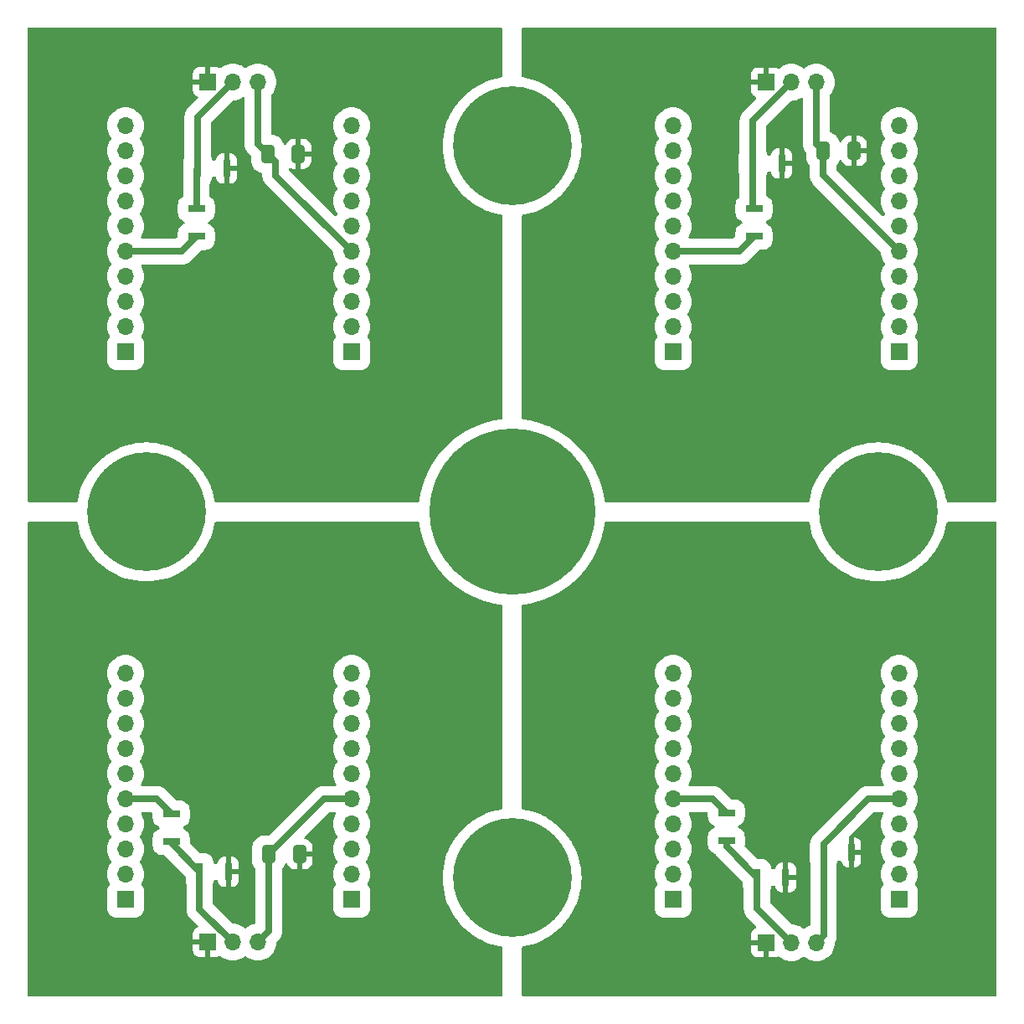
<source format=gbr>
%TF.GenerationSoftware,KiCad,Pcbnew,7.0.5-0*%
%TF.CreationDate,2023-08-23T15:32:02-04:00*%
%TF.ProjectId,quad_sipm,71756164-5f73-4697-906d-2e6b69636164,6.3*%
%TF.SameCoordinates,Original*%
%TF.FileFunction,Copper,L2,Bot*%
%TF.FilePolarity,Positive*%
%FSLAX46Y46*%
G04 Gerber Fmt 4.6, Leading zero omitted, Abs format (unit mm)*
G04 Created by KiCad (PCBNEW 7.0.5-0) date 2023-08-23 15:32:02*
%MOMM*%
%LPD*%
G01*
G04 APERTURE LIST*
G04 Aperture macros list*
%AMRoundRect*
0 Rectangle with rounded corners*
0 $1 Rounding radius*
0 $2 $3 $4 $5 $6 $7 $8 $9 X,Y pos of 4 corners*
0 Add a 4 corners polygon primitive as box body*
4,1,4,$2,$3,$4,$5,$6,$7,$8,$9,$2,$3,0*
0 Add four circle primitives for the rounded corners*
1,1,$1+$1,$2,$3*
1,1,$1+$1,$4,$5*
1,1,$1+$1,$6,$7*
1,1,$1+$1,$8,$9*
0 Add four rect primitives between the rounded corners*
20,1,$1+$1,$2,$3,$4,$5,0*
20,1,$1+$1,$4,$5,$6,$7,0*
20,1,$1+$1,$6,$7,$8,$9,0*
20,1,$1+$1,$8,$9,$2,$3,0*%
G04 Aperture macros list end*
%TA.AperFunction,ComponentPad*%
%ADD10C,16.800000*%
%TD*%
%TA.AperFunction,ComponentPad*%
%ADD11C,12.000000*%
%TD*%
%TA.AperFunction,ComponentPad*%
%ADD12R,1.700000X1.700000*%
%TD*%
%TA.AperFunction,ComponentPad*%
%ADD13O,1.700000X1.700000*%
%TD*%
%TA.AperFunction,SMDPad,CuDef*%
%ADD14RoundRect,0.250000X0.412500X0.650000X-0.412500X0.650000X-0.412500X-0.650000X0.412500X-0.650000X0*%
%TD*%
%TA.AperFunction,SMDPad,CuDef*%
%ADD15R,0.701600X1.699200*%
%TD*%
%TA.AperFunction,SMDPad,CuDef*%
%ADD16R,1.699200X0.701600*%
%TD*%
%TA.AperFunction,SMDPad,CuDef*%
%ADD17R,0.803200X1.750000*%
%TD*%
%TA.AperFunction,Conductor*%
%ADD18C,0.635000*%
%TD*%
G04 APERTURE END LIST*
D10*
%TO.P,H2,1*%
%TO.N,N/C*%
X100000000Y-100000000D03*
%TD*%
D11*
%TO.P,H3,1*%
%TO.N,N/C*%
X100000000Y-137000000D03*
%TD*%
%TO.P,H4,1*%
%TO.N,N/C*%
X137000000Y-100000000D03*
%TD*%
%TO.P,H5,1*%
%TO.N,N/C*%
X63000000Y-100000000D03*
%TD*%
%TO.P,H1,1*%
%TO.N,N/C*%
X100000000Y-63000000D03*
%TD*%
D12*
%TO.P,J7,1,Pin_1*%
%TO.N,unconnected-(J7-Pin_1-Pad1)*%
X139146000Y-83820000D03*
D13*
%TO.P,J7,2,Pin_2*%
%TO.N,unconnected-(J7-Pin_2-Pad2)*%
X139146000Y-81280000D03*
%TO.P,J7,3,Pin_3*%
%TO.N,unconnected-(J7-Pin_3-Pad3)*%
X139146000Y-78740000D03*
%TO.P,J7,4,Pin_4*%
%TO.N,unconnected-(J7-Pin_4-Pad4)*%
X139146000Y-76200000D03*
%TO.P,J7,5,Pin_5*%
%TO.N,Net-(J3-Pin_3)*%
X139146000Y-73660000D03*
%TO.P,J7,6,Pin_6*%
%TO.N,unconnected-(J7-Pin_6-Pad6)*%
X139146000Y-71120000D03*
%TO.P,J7,7,Pin_7*%
%TO.N,unconnected-(J7-Pin_7-Pad7)*%
X139146000Y-68580000D03*
%TO.P,J7,8,Pin_8*%
%TO.N,unconnected-(J7-Pin_8-Pad8)*%
X139146000Y-66040000D03*
%TO.P,J7,9,Pin_9*%
%TO.N,unconnected-(J7-Pin_9-Pad9)*%
X139146000Y-63500000D03*
%TO.P,J7,10,Pin_10*%
%TO.N,unconnected-(J7-Pin_10-Pad10)*%
X139146000Y-60960000D03*
D12*
%TO.P,J7,11,Pin_1*%
%TO.N,unconnected-(J7-Pin_1-Pad11)*%
X116286000Y-83820000D03*
D13*
%TO.P,J7,12,Pin_2*%
%TO.N,unconnected-(J7-Pin_2-Pad12)*%
X116286000Y-81280000D03*
%TO.P,J7,13,Pin_3*%
%TO.N,unconnected-(J7-Pin_3-Pad13)*%
X116286000Y-78740000D03*
%TO.P,J7,14,Pin_4*%
%TO.N,unconnected-(J7-Pin_4-Pad14)*%
X116286000Y-76200000D03*
%TO.P,J7,15,Pin_5*%
%TO.N,Net-(J7-Pin_5-Pad15)*%
X116286000Y-73660000D03*
%TO.P,J7,16,Pin_6*%
%TO.N,unconnected-(J7-Pin_6-Pad16)*%
X116286000Y-71120000D03*
%TO.P,J7,17,Pin_7*%
%TO.N,unconnected-(J7-Pin_7-Pad17)*%
X116286000Y-68580000D03*
%TO.P,J7,18,Pin_8*%
%TO.N,unconnected-(J7-Pin_8-Pad18)*%
X116286000Y-66040000D03*
%TO.P,J7,19,Pin_9*%
%TO.N,unconnected-(J7-Pin_9-Pad19)*%
X116286000Y-63500000D03*
%TO.P,J7,20,Pin_10*%
%TO.N,unconnected-(J7-Pin_10-Pad20)*%
X116286000Y-60960000D03*
%TD*%
D12*
%TO.P,J8,1,Pin_1*%
%TO.N,unconnected-(J8-Pin_1-Pad1)*%
X83774000Y-83820000D03*
D13*
%TO.P,J8,2,Pin_2*%
%TO.N,unconnected-(J8-Pin_2-Pad2)*%
X83774000Y-81280000D03*
%TO.P,J8,3,Pin_3*%
%TO.N,unconnected-(J8-Pin_3-Pad3)*%
X83774000Y-78740000D03*
%TO.P,J8,4,Pin_4*%
%TO.N,unconnected-(J8-Pin_4-Pad4)*%
X83774000Y-76200000D03*
%TO.P,J8,5,Pin_5*%
%TO.N,Net-(J4-Pin_3)*%
X83774000Y-73660000D03*
%TO.P,J8,6,Pin_6*%
%TO.N,unconnected-(J8-Pin_6-Pad6)*%
X83774000Y-71120000D03*
%TO.P,J8,7,Pin_7*%
%TO.N,unconnected-(J8-Pin_7-Pad7)*%
X83774000Y-68580000D03*
%TO.P,J8,8,Pin_8*%
%TO.N,unconnected-(J8-Pin_8-Pad8)*%
X83774000Y-66040000D03*
%TO.P,J8,9,Pin_9*%
%TO.N,unconnected-(J8-Pin_9-Pad9)*%
X83774000Y-63500000D03*
%TO.P,J8,10,Pin_10*%
%TO.N,unconnected-(J8-Pin_10-Pad10)*%
X83774000Y-60960000D03*
D12*
%TO.P,J8,11,Pin_1*%
%TO.N,unconnected-(J8-Pin_1-Pad11)*%
X60914000Y-83820000D03*
D13*
%TO.P,J8,12,Pin_2*%
%TO.N,unconnected-(J8-Pin_2-Pad12)*%
X60914000Y-81280000D03*
%TO.P,J8,13,Pin_3*%
%TO.N,unconnected-(J8-Pin_3-Pad13)*%
X60914000Y-78740000D03*
%TO.P,J8,14,Pin_4*%
%TO.N,unconnected-(J8-Pin_4-Pad14)*%
X60914000Y-76200000D03*
%TO.P,J8,15,Pin_5*%
%TO.N,Net-(J8-Pin_5-Pad15)*%
X60914000Y-73660000D03*
%TO.P,J8,16,Pin_6*%
%TO.N,unconnected-(J8-Pin_6-Pad16)*%
X60914000Y-71120000D03*
%TO.P,J8,17,Pin_7*%
%TO.N,unconnected-(J8-Pin_7-Pad17)*%
X60914000Y-68580000D03*
%TO.P,J8,18,Pin_8*%
%TO.N,unconnected-(J8-Pin_8-Pad18)*%
X60914000Y-66040000D03*
%TO.P,J8,19,Pin_9*%
%TO.N,unconnected-(J8-Pin_9-Pad19)*%
X60914000Y-63500000D03*
%TO.P,J8,20,Pin_10*%
%TO.N,unconnected-(J8-Pin_10-Pad20)*%
X60914000Y-60960000D03*
%TD*%
D12*
%TO.P,J6,1,Pin_1*%
%TO.N,unconnected-(J6-Pin_1-Pad1)*%
X83774000Y-139192000D03*
D13*
%TO.P,J6,2,Pin_2*%
%TO.N,unconnected-(J6-Pin_2-Pad2)*%
X83774000Y-136652000D03*
%TO.P,J6,3,Pin_3*%
%TO.N,unconnected-(J6-Pin_3-Pad3)*%
X83774000Y-134112000D03*
%TO.P,J6,4,Pin_4*%
%TO.N,unconnected-(J6-Pin_4-Pad4)*%
X83774000Y-131572000D03*
%TO.P,J6,5,Pin_5*%
%TO.N,Net-(J2-Pin_3)*%
X83774000Y-129032000D03*
%TO.P,J6,6,Pin_6*%
%TO.N,unconnected-(J6-Pin_6-Pad6)*%
X83774000Y-126492000D03*
%TO.P,J6,7,Pin_7*%
%TO.N,unconnected-(J6-Pin_7-Pad7)*%
X83774000Y-123952000D03*
%TO.P,J6,8,Pin_8*%
%TO.N,unconnected-(J6-Pin_8-Pad8)*%
X83774000Y-121412000D03*
%TO.P,J6,9,Pin_9*%
%TO.N,unconnected-(J6-Pin_9-Pad9)*%
X83774000Y-118872000D03*
%TO.P,J6,10,Pin_10*%
%TO.N,unconnected-(J6-Pin_10-Pad10)*%
X83774000Y-116332000D03*
D12*
%TO.P,J6,11,Pin_1*%
%TO.N,unconnected-(J6-Pin_1-Pad11)*%
X60914000Y-139192000D03*
D13*
%TO.P,J6,12,Pin_2*%
%TO.N,unconnected-(J6-Pin_2-Pad12)*%
X60914000Y-136652000D03*
%TO.P,J6,13,Pin_3*%
%TO.N,unconnected-(J6-Pin_3-Pad13)*%
X60914000Y-134112000D03*
%TO.P,J6,14,Pin_4*%
%TO.N,unconnected-(J6-Pin_4-Pad14)*%
X60914000Y-131572000D03*
%TO.P,J6,15,Pin_5*%
%TO.N,Net-(J6-Pin_5-Pad15)*%
X60914000Y-129032000D03*
%TO.P,J6,16,Pin_6*%
%TO.N,unconnected-(J6-Pin_6-Pad16)*%
X60914000Y-126492000D03*
%TO.P,J6,17,Pin_7*%
%TO.N,unconnected-(J6-Pin_7-Pad17)*%
X60914000Y-123952000D03*
%TO.P,J6,18,Pin_8*%
%TO.N,unconnected-(J6-Pin_8-Pad18)*%
X60914000Y-121412000D03*
%TO.P,J6,19,Pin_9*%
%TO.N,unconnected-(J6-Pin_9-Pad19)*%
X60914000Y-118872000D03*
%TO.P,J6,20,Pin_10*%
%TO.N,unconnected-(J6-Pin_10-Pad20)*%
X60914000Y-116332000D03*
%TD*%
D12*
%TO.P,J5,1,Pin_1*%
%TO.N,unconnected-(J5-Pin_1-Pad1)*%
X139146000Y-139192000D03*
D13*
%TO.P,J5,2,Pin_2*%
%TO.N,unconnected-(J5-Pin_2-Pad2)*%
X139146000Y-136652000D03*
%TO.P,J5,3,Pin_3*%
%TO.N,unconnected-(J5-Pin_3-Pad3)*%
X139146000Y-134112000D03*
%TO.P,J5,4,Pin_4*%
%TO.N,unconnected-(J5-Pin_4-Pad4)*%
X139146000Y-131572000D03*
%TO.P,J5,5,Pin_5*%
%TO.N,Net-(J1-Pin_3)*%
X139146000Y-129032000D03*
%TO.P,J5,6,Pin_6*%
%TO.N,unconnected-(J5-Pin_6-Pad6)*%
X139146000Y-126492000D03*
%TO.P,J5,7,Pin_7*%
%TO.N,unconnected-(J5-Pin_7-Pad7)*%
X139146000Y-123952000D03*
%TO.P,J5,8,Pin_8*%
%TO.N,unconnected-(J5-Pin_8-Pad8)*%
X139146000Y-121412000D03*
%TO.P,J5,9,Pin_9*%
%TO.N,unconnected-(J5-Pin_9-Pad9)*%
X139146000Y-118872000D03*
%TO.P,J5,10,Pin_10*%
%TO.N,unconnected-(J5-Pin_10-Pad10)*%
X139146000Y-116332000D03*
D12*
%TO.P,J5,11,Pin_1*%
%TO.N,unconnected-(J5-Pin_1-Pad11)*%
X116286000Y-139192000D03*
D13*
%TO.P,J5,12,Pin_2*%
%TO.N,unconnected-(J5-Pin_2-Pad12)*%
X116286000Y-136652000D03*
%TO.P,J5,13,Pin_3*%
%TO.N,unconnected-(J5-Pin_3-Pad13)*%
X116286000Y-134112000D03*
%TO.P,J5,14,Pin_4*%
%TO.N,unconnected-(J5-Pin_4-Pad14)*%
X116286000Y-131572000D03*
%TO.P,J5,15,Pin_5*%
%TO.N,Net-(J5-Pin_5-Pad15)*%
X116286000Y-129032000D03*
%TO.P,J5,16,Pin_6*%
%TO.N,unconnected-(J5-Pin_6-Pad16)*%
X116286000Y-126492000D03*
%TO.P,J5,17,Pin_7*%
%TO.N,unconnected-(J5-Pin_7-Pad17)*%
X116286000Y-123952000D03*
%TO.P,J5,18,Pin_8*%
%TO.N,unconnected-(J5-Pin_8-Pad18)*%
X116286000Y-121412000D03*
%TO.P,J5,19,Pin_9*%
%TO.N,unconnected-(J5-Pin_9-Pad19)*%
X116286000Y-118872000D03*
%TO.P,J5,20,Pin_10*%
%TO.N,unconnected-(J5-Pin_10-Pad20)*%
X116286000Y-116332000D03*
%TD*%
D12*
%TO.P,J1,1,Pin_1*%
%TO.N,Net-(J1-Pin_1)*%
X125685000Y-143555000D03*
D13*
%TO.P,J1,2,Pin_2*%
%TO.N,Net-(J1-Pin_2)*%
X128225000Y-143555000D03*
%TO.P,J1,3,Pin_3*%
%TO.N,Net-(J1-Pin_3)*%
X130765000Y-143555000D03*
%TD*%
D14*
%TO.P,C4,1*%
%TO.N,Net-(J4-Pin_1)*%
X78397500Y-63792500D03*
%TO.P,C4,2*%
%TO.N,Net-(J4-Pin_3)*%
X75272500Y-63792500D03*
%TD*%
D12*
%TO.P,J3,1,Pin_1*%
%TO.N,Net-(J3-Pin_1)*%
X125685000Y-56560000D03*
D13*
%TO.P,J3,2,Pin_2*%
%TO.N,Net-(J3-Pin_2)*%
X128225000Y-56560000D03*
%TO.P,J3,3,Pin_3*%
%TO.N,Net-(J3-Pin_3)*%
X130765000Y-56560000D03*
%TD*%
D12*
%TO.P,J4,1,Pin_1*%
%TO.N,Net-(J4-Pin_1)*%
X69215000Y-56515000D03*
D13*
%TO.P,J4,2,Pin_2*%
%TO.N,Net-(J4-Pin_2)*%
X71755000Y-56515000D03*
%TO.P,J4,3,Pin_3*%
%TO.N,Net-(J4-Pin_3)*%
X74295000Y-56515000D03*
%TD*%
D14*
%TO.P,C3,1*%
%TO.N,Net-(J3-Pin_1)*%
X134570000Y-63500000D03*
%TO.P,C3,2*%
%TO.N,Net-(J3-Pin_3)*%
X131445000Y-63500000D03*
%TD*%
D12*
%TO.P,J2,1,Pin_1*%
%TO.N,Net-(J2-Pin_1)*%
X69215000Y-143510000D03*
D13*
%TO.P,J2,2,Pin_2*%
%TO.N,Net-(J2-Pin_2)*%
X71755000Y-143510000D03*
%TO.P,J2,3,Pin_3*%
%TO.N,Net-(J2-Pin_3)*%
X74295000Y-143510000D03*
%TD*%
D15*
%TO.P,C1,1*%
%TO.N,Net-(J1-Pin_1)*%
X134293200Y-134428200D03*
%TO.P,C1,2*%
%TO.N,Net-(J1-Pin_3)*%
X131491600Y-134428200D03*
%TD*%
D14*
%TO.P,C2,1*%
%TO.N,Net-(J2-Pin_1)*%
X78524500Y-134620000D03*
%TO.P,C2,2*%
%TO.N,Net-(J2-Pin_3)*%
X75399500Y-134620000D03*
%TD*%
D16*
%TO.P,R4,1*%
%TO.N,Net-(J2-Pin_2)*%
X65532000Y-133350000D03*
%TO.P,R4,2*%
%TO.N,Net-(J6-Pin_5-Pad15)*%
X65532000Y-130548400D03*
%TD*%
%TO.P,R1,1*%
%TO.N,Net-(J1-Pin_2)*%
X121666000Y-133226800D03*
%TO.P,R1,2*%
%TO.N,Net-(J5-Pin_5-Pad15)*%
X121666000Y-130425200D03*
%TD*%
%TO.P,R2,1*%
%TO.N,Net-(J3-Pin_2)*%
X124460000Y-69334400D03*
%TO.P,R2,2*%
%TO.N,Net-(J7-Pin_5-Pad15)*%
X124460000Y-72136000D03*
%TD*%
D17*
%TO.P,R6,1*%
%TO.N,Net-(J1-Pin_1)*%
X127672800Y-136968200D03*
%TO.P,R6,2*%
%TO.N,Net-(J1-Pin_2)*%
X124769600Y-136968200D03*
%TD*%
D16*
%TO.P,R3,1*%
%TO.N,Net-(J4-Pin_2)*%
X68072000Y-69342000D03*
%TO.P,R3,2*%
%TO.N,Net-(J8-Pin_5-Pad15)*%
X68072000Y-72143600D03*
%TD*%
D17*
%TO.P,R7,1*%
%TO.N,Net-(J4-Pin_1)*%
X71120000Y-65278000D03*
%TO.P,R7,2*%
%TO.N,Net-(J4-Pin_2)*%
X68216800Y-65278000D03*
%TD*%
%TO.P,R5,1*%
%TO.N,Net-(J2-Pin_1)*%
X71301600Y-136398000D03*
%TO.P,R5,2*%
%TO.N,Net-(J2-Pin_2)*%
X68398400Y-136398000D03*
%TD*%
%TO.P,R8,1*%
%TO.N,Net-(J3-Pin_1)*%
X127254000Y-64770000D03*
%TO.P,R8,2*%
%TO.N,Net-(J3-Pin_2)*%
X124350800Y-64770000D03*
%TD*%
D18*
%TO.N,Net-(J2-Pin_2)*%
X71755000Y-143510000D02*
X68398400Y-140153400D01*
X68398400Y-140153400D02*
X68398400Y-136398000D01*
X65532000Y-133350000D02*
X65532000Y-133531600D01*
X65532000Y-133531600D02*
X68398400Y-136398000D01*
%TO.N,Net-(J3-Pin_2)*%
X124350800Y-64770000D02*
X124350800Y-60434200D01*
X124350800Y-69225200D02*
X124460000Y-69334400D01*
X124350800Y-64770000D02*
X124350800Y-69225200D01*
X124350800Y-60434200D02*
X128225000Y-56560000D01*
%TO.N,Net-(J4-Pin_2)*%
X71755000Y-56515000D02*
X68216800Y-60053200D01*
X68216800Y-60053200D02*
X68216800Y-65278000D01*
X68072000Y-65422800D02*
X68216800Y-65278000D01*
X68072000Y-69342000D02*
X68072000Y-65422800D01*
%TO.N,Net-(J1-Pin_2)*%
X124769600Y-140099600D02*
X124769600Y-136968200D01*
X121666000Y-133864600D02*
X124769600Y-136968200D01*
X121666000Y-133226800D02*
X121666000Y-133864600D01*
X128225000Y-143555000D02*
X124769600Y-140099600D01*
%TO.N,Net-(J1-Pin_3)*%
X139146000Y-129032000D02*
X136016186Y-129032000D01*
X136016186Y-129032000D02*
X131491600Y-133556586D01*
X131491600Y-142828400D02*
X130765000Y-143555000D01*
X131491600Y-134428200D02*
X131491600Y-142828400D01*
X131491600Y-133556586D02*
X131491600Y-134428200D01*
%TO.N,Net-(J2-Pin_3)*%
X80987500Y-129032000D02*
X75399500Y-134620000D01*
X83774000Y-129032000D02*
X80987500Y-129032000D01*
X75399500Y-142405500D02*
X74295000Y-143510000D01*
X75399500Y-134620000D02*
X75399500Y-142405500D01*
%TO.N,Net-(J3-Pin_3)*%
X130765000Y-62820000D02*
X131445000Y-63500000D01*
X130765000Y-56560000D02*
X130765000Y-62820000D01*
X131445000Y-65959000D02*
X131445000Y-63500000D01*
X131445000Y-65959000D02*
X139146000Y-73660000D01*
%TO.N,Net-(J4-Pin_3)*%
X74295000Y-56515000D02*
X74295000Y-62815000D01*
X76090000Y-64610000D02*
X75272500Y-63792500D01*
X76090000Y-65976000D02*
X76090000Y-64610000D01*
X83774000Y-73660000D02*
X76090000Y-65976000D01*
X74295000Y-62815000D02*
X75272500Y-63792500D01*
%TO.N,Net-(J5-Pin_5-Pad15)*%
X116286000Y-129032000D02*
X120272800Y-129032000D01*
X120272800Y-129032000D02*
X121666000Y-130425200D01*
%TO.N,Net-(J6-Pin_5-Pad15)*%
X60914000Y-129032000D02*
X64015600Y-129032000D01*
X64015600Y-129032000D02*
X65532000Y-130548400D01*
%TO.N,Net-(J7-Pin_5-Pad15)*%
X122936000Y-73660000D02*
X124460000Y-72136000D01*
X116286000Y-73660000D02*
X122936000Y-73660000D01*
%TO.N,Net-(J8-Pin_5-Pad15)*%
X66555600Y-73660000D02*
X68072000Y-72143600D01*
X60914000Y-73660000D02*
X66555600Y-73660000D01*
%TD*%
%TA.AperFunction,Conductor*%
%TO.N,Net-(J3-Pin_1)*%
G36*
X148942121Y-51020002D02*
G01*
X148988614Y-51073658D01*
X149000000Y-51126000D01*
X149000000Y-98874000D01*
X148979998Y-98942121D01*
X148926342Y-98988614D01*
X148874000Y-99000000D01*
X144056178Y-99000000D01*
X143988057Y-98979998D01*
X143941564Y-98926342D01*
X143932375Y-98897425D01*
X143897659Y-98713953D01*
X143845369Y-98437589D01*
X143709468Y-97930403D01*
X143580392Y-97561525D01*
X143536049Y-97434799D01*
X143536048Y-97434798D01*
X143536046Y-97434791D01*
X143326072Y-96953524D01*
X143326069Y-96953519D01*
X143326062Y-96953503D01*
X143171250Y-96660588D01*
X143080719Y-96489295D01*
X143080709Y-96489279D01*
X142801366Y-96044706D01*
X142801354Y-96044689D01*
X142489561Y-95622224D01*
X142489548Y-95622208D01*
X142147067Y-95224239D01*
X142147058Y-95224228D01*
X142147045Y-95224215D01*
X142147034Y-95224203D01*
X141775796Y-94852965D01*
X141775784Y-94852954D01*
X141775772Y-94852942D01*
X141674361Y-94765671D01*
X141377791Y-94510451D01*
X141377775Y-94510438D01*
X140955310Y-94198645D01*
X140955293Y-94198633D01*
X140510720Y-93919290D01*
X140510712Y-93919285D01*
X140510705Y-93919281D01*
X140465089Y-93895172D01*
X140046496Y-93673937D01*
X140046470Y-93673925D01*
X139862513Y-93593666D01*
X139565209Y-93463954D01*
X139565202Y-93463951D01*
X139565200Y-93463950D01*
X139069605Y-93290534D01*
X138562412Y-93154631D01*
X138046487Y-93057013D01*
X137524711Y-92998222D01*
X137000000Y-92978590D01*
X136475288Y-92998222D01*
X135953512Y-93057013D01*
X135437587Y-93154631D01*
X134930394Y-93290534D01*
X134434799Y-93463950D01*
X134434796Y-93463952D01*
X133953529Y-93673925D01*
X133953503Y-93673937D01*
X133489300Y-93919278D01*
X133489279Y-93919290D01*
X133044706Y-94198633D01*
X133044689Y-94198645D01*
X132622224Y-94510438D01*
X132622208Y-94510451D01*
X132224239Y-94852932D01*
X132224203Y-94852965D01*
X131852965Y-95224203D01*
X131852932Y-95224239D01*
X131510451Y-95622208D01*
X131510438Y-95622224D01*
X131198645Y-96044689D01*
X131198633Y-96044706D01*
X130919290Y-96489279D01*
X130919278Y-96489300D01*
X130673937Y-96953503D01*
X130673925Y-96953529D01*
X130463952Y-97434796D01*
X130463950Y-97434799D01*
X130290534Y-97930394D01*
X130154631Y-98437587D01*
X130067625Y-98897425D01*
X130035308Y-98960639D01*
X129973944Y-98996347D01*
X129943822Y-99000000D01*
X109477770Y-99000000D01*
X109409649Y-98979998D01*
X109363156Y-98926342D01*
X109352377Y-98886350D01*
X109340942Y-98770251D01*
X109340941Y-98770249D01*
X109340941Y-98770242D01*
X109240512Y-98161948D01*
X109186523Y-97930403D01*
X109100512Y-97561520D01*
X108921547Y-96971555D01*
X108921545Y-96971547D01*
X108740040Y-96489300D01*
X108704372Y-96394531D01*
X108449926Y-95832958D01*
X108159296Y-95289228D01*
X107833728Y-94765671D01*
X107474613Y-94264527D01*
X107083492Y-93787944D01*
X106662038Y-93337962D01*
X106212056Y-92916508D01*
X105735473Y-92525387D01*
X105234329Y-92166272D01*
X104710772Y-91840704D01*
X104710771Y-91840703D01*
X104167054Y-91550080D01*
X104167037Y-91550071D01*
X103754548Y-91363174D01*
X103605469Y-91295628D01*
X103605464Y-91295626D01*
X103028452Y-91078454D01*
X103028444Y-91078452D01*
X102438479Y-90899487D01*
X101838066Y-90759490D01*
X101229760Y-90659059D01*
X101113649Y-90647622D01*
X101047817Y-90621039D01*
X101006807Y-90563084D01*
X101000000Y-90522229D01*
X101000000Y-81280000D01*
X114414732Y-81280000D01*
X114433779Y-81546312D01*
X114490529Y-81807188D01*
X114490529Y-81807189D01*
X114583832Y-82057346D01*
X114583837Y-82057357D01*
X114657426Y-82192128D01*
X114672517Y-82261502D01*
X114647705Y-82328022D01*
X114644239Y-82332444D01*
X114586722Y-82402529D01*
X114586721Y-82402531D01*
X114492334Y-82579116D01*
X114492332Y-82579122D01*
X114434206Y-82770736D01*
X114434206Y-82770739D01*
X114419500Y-82920057D01*
X114419500Y-84719942D01*
X114434206Y-84869260D01*
X114434206Y-84869263D01*
X114492332Y-85060877D01*
X114492334Y-85060883D01*
X114586720Y-85237466D01*
X114586722Y-85237469D01*
X114713748Y-85392252D01*
X114868531Y-85519278D01*
X115045120Y-85613667D01*
X115236731Y-85671792D01*
X115236736Y-85671792D01*
X115236738Y-85671793D01*
X115346069Y-85682560D01*
X115386066Y-85686500D01*
X115386075Y-85686500D01*
X117185925Y-85686500D01*
X117185934Y-85686500D01*
X117283179Y-85676922D01*
X117335260Y-85671793D01*
X117335263Y-85671793D01*
X117335264Y-85671792D01*
X117335269Y-85671792D01*
X117526880Y-85613667D01*
X117703469Y-85519278D01*
X117858252Y-85392252D01*
X117985278Y-85237469D01*
X118079667Y-85060880D01*
X118137792Y-84869269D01*
X118152500Y-84719934D01*
X118152500Y-82920066D01*
X118137793Y-82770739D01*
X118137793Y-82770736D01*
X118137792Y-82770733D01*
X118137792Y-82770731D01*
X118079667Y-82579120D01*
X117985278Y-82402531D01*
X117927759Y-82332444D01*
X117900007Y-82267097D01*
X117911989Y-82197119D01*
X117914572Y-82192128D01*
X117988165Y-82057353D01*
X118081468Y-81807197D01*
X118138221Y-81546309D01*
X118157268Y-81280000D01*
X118138221Y-81013691D01*
X118081468Y-80752803D01*
X117988165Y-80502647D01*
X117860211Y-80268316D01*
X117723362Y-80085508D01*
X117698552Y-80018989D01*
X117713643Y-79949615D01*
X117723363Y-79934491D01*
X117860211Y-79751684D01*
X117988165Y-79517353D01*
X118081468Y-79267197D01*
X118138221Y-79006309D01*
X118157268Y-78740000D01*
X118138221Y-78473691D01*
X118081468Y-78212803D01*
X117988165Y-77962647D01*
X117860211Y-77728316D01*
X117723362Y-77545508D01*
X117698552Y-77478989D01*
X117713643Y-77409615D01*
X117723363Y-77394491D01*
X117860211Y-77211684D01*
X117988165Y-76977353D01*
X118081468Y-76727197D01*
X118138221Y-76466309D01*
X118157268Y-76200000D01*
X118138221Y-75933691D01*
X118081468Y-75672803D01*
X117988165Y-75422647D01*
X117860211Y-75188316D01*
X117860208Y-75188312D01*
X117860092Y-75188131D01*
X117860071Y-75188060D01*
X117858054Y-75184366D01*
X117858857Y-75183927D01*
X117840083Y-75120013D01*
X117860078Y-75051890D01*
X117913729Y-75005392D01*
X117966083Y-74994000D01*
X123052707Y-74994000D01*
X123052710Y-74994000D01*
X123107582Y-74984324D01*
X123113014Y-74983609D01*
X123168532Y-74978752D01*
X123222374Y-74964324D01*
X123227692Y-74963145D01*
X123277060Y-74954440D01*
X123282578Y-74953468D01*
X123282579Y-74953468D01*
X123282580Y-74953467D01*
X123282583Y-74953467D01*
X123334935Y-74934411D01*
X123340175Y-74932760D01*
X123393998Y-74918339D01*
X123444491Y-74894792D01*
X123449552Y-74892695D01*
X123501927Y-74873634D01*
X123550208Y-74845757D01*
X123555042Y-74843241D01*
X123605548Y-74819691D01*
X123651197Y-74787725D01*
X123655794Y-74784797D01*
X123704074Y-74756923D01*
X123746768Y-74721096D01*
X123751111Y-74717765D01*
X123796754Y-74685807D01*
X124021302Y-74461259D01*
X124021313Y-74461246D01*
X124942358Y-73540202D01*
X125004668Y-73506179D01*
X125031451Y-73503300D01*
X125359525Y-73503300D01*
X125359534Y-73503300D01*
X125456779Y-73493722D01*
X125508860Y-73488593D01*
X125508863Y-73488593D01*
X125508864Y-73488592D01*
X125508869Y-73488592D01*
X125700480Y-73430467D01*
X125877069Y-73336078D01*
X126031852Y-73209052D01*
X126158878Y-73054269D01*
X126253267Y-72877680D01*
X126311392Y-72686069D01*
X126326100Y-72536734D01*
X126326100Y-71735266D01*
X126311393Y-71585939D01*
X126311393Y-71585936D01*
X126311392Y-71585933D01*
X126311392Y-71585931D01*
X126253267Y-71394320D01*
X126158878Y-71217731D01*
X126031852Y-71062948D01*
X125877069Y-70935922D01*
X125877067Y-70935921D01*
X125877066Y-70935920D01*
X125723218Y-70853687D01*
X125709438Y-70846321D01*
X125658791Y-70796570D01*
X125643081Y-70727333D01*
X125667297Y-70660594D01*
X125709438Y-70624078D01*
X125877069Y-70534478D01*
X126031852Y-70407452D01*
X126158878Y-70252669D01*
X126253267Y-70076080D01*
X126311392Y-69884469D01*
X126326100Y-69735134D01*
X126326100Y-68933666D01*
X126311393Y-68784339D01*
X126311393Y-68784336D01*
X126311392Y-68784333D01*
X126311392Y-68784331D01*
X126253267Y-68592720D01*
X126246467Y-68579999D01*
X126158879Y-68416133D01*
X126158878Y-68416131D01*
X126031852Y-68261348D01*
X125877069Y-68134322D01*
X125877067Y-68134321D01*
X125877066Y-68134320D01*
X125751404Y-68067152D01*
X125700756Y-68017399D01*
X125684800Y-67956030D01*
X125684800Y-66088144D01*
X125694394Y-66039920D01*
X125696065Y-66035885D01*
X125696067Y-66035880D01*
X125754192Y-65844269D01*
X125763957Y-65745126D01*
X125767628Y-65707851D01*
X125794210Y-65642018D01*
X125852164Y-65601008D01*
X125893021Y-65594200D01*
X126091882Y-65594200D01*
X126160003Y-65614202D01*
X126206496Y-65667858D01*
X126217494Y-65710314D01*
X126220233Y-65745126D01*
X126220234Y-65745130D01*
X126264995Y-65899197D01*
X126346661Y-66037285D01*
X126346666Y-66037292D01*
X126460107Y-66150733D01*
X126460114Y-66150738D01*
X126598202Y-66232404D01*
X126752269Y-66277165D01*
X126752282Y-66277167D01*
X126788263Y-66279999D01*
X126788265Y-66280000D01*
X127000000Y-66280000D01*
X127000000Y-65024000D01*
X127508000Y-65024000D01*
X127508000Y-66280000D01*
X127719735Y-66280000D01*
X127719736Y-66279999D01*
X127755717Y-66277167D01*
X127755730Y-66277165D01*
X127909797Y-66232404D01*
X128047885Y-66150738D01*
X128047892Y-66150733D01*
X128161333Y-66037292D01*
X128161338Y-66037285D01*
X128243004Y-65899197D01*
X128287765Y-65745130D01*
X128287767Y-65745117D01*
X128290599Y-65709136D01*
X128290600Y-65709135D01*
X128290600Y-65024000D01*
X127508000Y-65024000D01*
X127000000Y-65024000D01*
X127000000Y-63260000D01*
X127508000Y-63260000D01*
X127508000Y-64516000D01*
X128290600Y-64516000D01*
X128290600Y-63830864D01*
X128290599Y-63830863D01*
X128287767Y-63794882D01*
X128287765Y-63794869D01*
X128243004Y-63640802D01*
X128161338Y-63502714D01*
X128161333Y-63502707D01*
X128047892Y-63389266D01*
X128047885Y-63389261D01*
X127909797Y-63307595D01*
X127755730Y-63262834D01*
X127755717Y-63262832D01*
X127719736Y-63260000D01*
X127508000Y-63260000D01*
X127000000Y-63260000D01*
X126788264Y-63260000D01*
X126752282Y-63262832D01*
X126752269Y-63262834D01*
X126598202Y-63307595D01*
X126460114Y-63389261D01*
X126460107Y-63389266D01*
X126346666Y-63502707D01*
X126346661Y-63502714D01*
X126264995Y-63640802D01*
X126220234Y-63794869D01*
X126220233Y-63794873D01*
X126217494Y-63829686D01*
X126192208Y-63896028D01*
X126135070Y-63938167D01*
X126091882Y-63945800D01*
X125893021Y-63945800D01*
X125824900Y-63925798D01*
X125778407Y-63872142D01*
X125767628Y-63832149D01*
X125754193Y-63695739D01*
X125754191Y-63695727D01*
X125696068Y-63504123D01*
X125694394Y-63500081D01*
X125684800Y-63451860D01*
X125684800Y-61038949D01*
X125704802Y-60970828D01*
X125721700Y-60949859D01*
X128208241Y-58463318D01*
X128270551Y-58429294D01*
X128288338Y-58426737D01*
X128491309Y-58412221D01*
X128752188Y-58355470D01*
X128752189Y-58355470D01*
X128752190Y-58355469D01*
X128752197Y-58355468D01*
X129002353Y-58262165D01*
X129236684Y-58134211D01*
X129236690Y-58134206D01*
X129236874Y-58134089D01*
X129236945Y-58134067D01*
X129240634Y-58132054D01*
X129241072Y-58132856D01*
X129304994Y-58114084D01*
X129373116Y-58134084D01*
X129419611Y-58187737D01*
X129430999Y-58240084D01*
X129431000Y-62703290D01*
X129431000Y-62936710D01*
X129440673Y-62991578D01*
X129441391Y-62997027D01*
X129446247Y-63052532D01*
X129460667Y-63106348D01*
X129461857Y-63111714D01*
X129471533Y-63166583D01*
X129490584Y-63218928D01*
X129492237Y-63224170D01*
X129506658Y-63277990D01*
X129506664Y-63278005D01*
X129530203Y-63328485D01*
X129532307Y-63333564D01*
X129551365Y-63385926D01*
X129579227Y-63434184D01*
X129581765Y-63439060D01*
X129605309Y-63489548D01*
X129605311Y-63489550D01*
X129605312Y-63489553D01*
X129612677Y-63500071D01*
X129637262Y-63535182D01*
X129640212Y-63539811D01*
X129668076Y-63588073D01*
X129668077Y-63588074D01*
X129703887Y-63630750D01*
X129707235Y-63635113D01*
X129742349Y-63685261D01*
X129740456Y-63686586D01*
X129764980Y-63742559D01*
X129766000Y-63758560D01*
X129766000Y-64215042D01*
X129776537Y-64348925D01*
X129776537Y-64348928D01*
X129776538Y-64348929D01*
X129832239Y-64569985D01*
X129832242Y-64569994D01*
X129926518Y-64777549D01*
X129926520Y-64777552D01*
X129926521Y-64777554D01*
X130056348Y-64964950D01*
X130074094Y-64982696D01*
X130108120Y-65045006D01*
X130111000Y-65071792D01*
X130111000Y-66075710D01*
X130120673Y-66130578D01*
X130121391Y-66136027D01*
X130126247Y-66191532D01*
X130140667Y-66245348D01*
X130141857Y-66250714D01*
X130151533Y-66305583D01*
X130170584Y-66357928D01*
X130172237Y-66363170D01*
X130186658Y-66416990D01*
X130186664Y-66417005D01*
X130210203Y-66467485D01*
X130212307Y-66472564D01*
X130231365Y-66524926D01*
X130259227Y-66573184D01*
X130261765Y-66578060D01*
X130285309Y-66628548D01*
X130285311Y-66628550D01*
X130285312Y-66628553D01*
X130300419Y-66650128D01*
X130317262Y-66674182D01*
X130320212Y-66678811D01*
X130348076Y-66727073D01*
X130348077Y-66727074D01*
X130383887Y-66769750D01*
X130387235Y-66774113D01*
X130419193Y-66819754D01*
X130442808Y-66843368D01*
X130442813Y-66843375D01*
X137242678Y-73643239D01*
X137276704Y-73705551D01*
X137279262Y-73723345D01*
X137293779Y-73926312D01*
X137350529Y-74187188D01*
X137350529Y-74187189D01*
X137443834Y-74437352D01*
X137489375Y-74520754D01*
X137571789Y-74671684D01*
X137658665Y-74787736D01*
X137708636Y-74854490D01*
X137733447Y-74921010D01*
X137718356Y-74990384D01*
X137708637Y-75005507D01*
X137571788Y-75188317D01*
X137443834Y-75422647D01*
X137350529Y-75672810D01*
X137350529Y-75672811D01*
X137293779Y-75933687D01*
X137274732Y-76200000D01*
X137293779Y-76466312D01*
X137350529Y-76727188D01*
X137350529Y-76727189D01*
X137443834Y-76977352D01*
X137443835Y-76977353D01*
X137571789Y-77211684D01*
X137637657Y-77299673D01*
X137708636Y-77394491D01*
X137733447Y-77461012D01*
X137718355Y-77530386D01*
X137708636Y-77545509D01*
X137571789Y-77728316D01*
X137443834Y-77962647D01*
X137350529Y-78212810D01*
X137350529Y-78212811D01*
X137293779Y-78473687D01*
X137274732Y-78739999D01*
X137293779Y-79006312D01*
X137350529Y-79267188D01*
X137350529Y-79267189D01*
X137443834Y-79517352D01*
X137443835Y-79517353D01*
X137571789Y-79751684D01*
X137637657Y-79839673D01*
X137708636Y-79934491D01*
X137733447Y-80001012D01*
X137718355Y-80070386D01*
X137708636Y-80085509D01*
X137571789Y-80268316D01*
X137443834Y-80502647D01*
X137350529Y-80752810D01*
X137350529Y-80752811D01*
X137293779Y-81013687D01*
X137274732Y-81280000D01*
X137293779Y-81546312D01*
X137350529Y-81807188D01*
X137350529Y-81807189D01*
X137443832Y-82057346D01*
X137443837Y-82057357D01*
X137517426Y-82192128D01*
X137532517Y-82261502D01*
X137507705Y-82328022D01*
X137504239Y-82332444D01*
X137446722Y-82402529D01*
X137446721Y-82402531D01*
X137352334Y-82579116D01*
X137352332Y-82579122D01*
X137294206Y-82770736D01*
X137294206Y-82770739D01*
X137279500Y-82920057D01*
X137279500Y-84719942D01*
X137294206Y-84869260D01*
X137294206Y-84869263D01*
X137352332Y-85060877D01*
X137352334Y-85060883D01*
X137446720Y-85237466D01*
X137446722Y-85237469D01*
X137573748Y-85392252D01*
X137728531Y-85519278D01*
X137905120Y-85613667D01*
X138096731Y-85671792D01*
X138096736Y-85671792D01*
X138096738Y-85671793D01*
X138206069Y-85682560D01*
X138246066Y-85686500D01*
X138246075Y-85686500D01*
X140045925Y-85686500D01*
X140045934Y-85686500D01*
X140143179Y-85676922D01*
X140195260Y-85671793D01*
X140195263Y-85671793D01*
X140195264Y-85671792D01*
X140195269Y-85671792D01*
X140386880Y-85613667D01*
X140563469Y-85519278D01*
X140718252Y-85392252D01*
X140845278Y-85237469D01*
X140939667Y-85060880D01*
X140997792Y-84869269D01*
X141012500Y-84719934D01*
X141012500Y-82920066D01*
X140997793Y-82770739D01*
X140997793Y-82770736D01*
X140997792Y-82770733D01*
X140997792Y-82770731D01*
X140939667Y-82579120D01*
X140845278Y-82402531D01*
X140787759Y-82332444D01*
X140760007Y-82267097D01*
X140771989Y-82197119D01*
X140774572Y-82192128D01*
X140848165Y-82057353D01*
X140941468Y-81807197D01*
X140998221Y-81546309D01*
X141017268Y-81280000D01*
X140998221Y-81013691D01*
X140941468Y-80752803D01*
X140848165Y-80502647D01*
X140720211Y-80268316D01*
X140583362Y-80085508D01*
X140558552Y-80018989D01*
X140573643Y-79949615D01*
X140583363Y-79934491D01*
X140720211Y-79751684D01*
X140848165Y-79517353D01*
X140941468Y-79267197D01*
X140998221Y-79006309D01*
X141017268Y-78740000D01*
X140998221Y-78473691D01*
X140941468Y-78212803D01*
X140848165Y-77962647D01*
X140720211Y-77728316D01*
X140583362Y-77545508D01*
X140558552Y-77478989D01*
X140573643Y-77409615D01*
X140583363Y-77394491D01*
X140720211Y-77211684D01*
X140848165Y-76977353D01*
X140941468Y-76727197D01*
X140998221Y-76466309D01*
X141017268Y-76200000D01*
X140998221Y-75933691D01*
X140941468Y-75672803D01*
X140848165Y-75422647D01*
X140720211Y-75188316D01*
X140583362Y-75005507D01*
X140558552Y-74938989D01*
X140573643Y-74869615D01*
X140583363Y-74854491D01*
X140633335Y-74787736D01*
X140720211Y-74671684D01*
X140848165Y-74437353D01*
X140941468Y-74187197D01*
X140998221Y-73926309D01*
X141017268Y-73660000D01*
X140998221Y-73393691D01*
X140941468Y-73132803D01*
X140848165Y-72882647D01*
X140720211Y-72648316D01*
X140583362Y-72465508D01*
X140558552Y-72398989D01*
X140573643Y-72329615D01*
X140583363Y-72314491D01*
X140629887Y-72252342D01*
X140720211Y-72131684D01*
X140848165Y-71897353D01*
X140941468Y-71647197D01*
X140998221Y-71386309D01*
X141017268Y-71120000D01*
X140998221Y-70853691D01*
X140961958Y-70686992D01*
X140941470Y-70592811D01*
X140941470Y-70592810D01*
X140941468Y-70592806D01*
X140941468Y-70592803D01*
X140848165Y-70342647D01*
X140720211Y-70108316D01*
X140583362Y-69925508D01*
X140558552Y-69858989D01*
X140573643Y-69789615D01*
X140583363Y-69774491D01*
X140583364Y-69774490D01*
X140720211Y-69591684D01*
X140848165Y-69357353D01*
X140941468Y-69107197D01*
X140998221Y-68846309D01*
X141017268Y-68580000D01*
X140998221Y-68313691D01*
X140961967Y-68147034D01*
X140941470Y-68052811D01*
X140941470Y-68052810D01*
X140941468Y-68052806D01*
X140941468Y-68052803D01*
X140848165Y-67802647D01*
X140720211Y-67568316D01*
X140583362Y-67385508D01*
X140558552Y-67318989D01*
X140573643Y-67249615D01*
X140583363Y-67234491D01*
X140720211Y-67051684D01*
X140848165Y-66817353D01*
X140941468Y-66567197D01*
X140998221Y-66306309D01*
X141017268Y-66040000D01*
X140998221Y-65773691D01*
X140952867Y-65565203D01*
X140941470Y-65512811D01*
X140941470Y-65512810D01*
X140941468Y-65512806D01*
X140941468Y-65512803D01*
X140848165Y-65262647D01*
X140720211Y-65028316D01*
X140621393Y-64896311D01*
X140583363Y-64845508D01*
X140558552Y-64778988D01*
X140573644Y-64709613D01*
X140583357Y-64694498D01*
X140720211Y-64511684D01*
X140848165Y-64277353D01*
X140941468Y-64027197D01*
X140998221Y-63766309D01*
X141017268Y-63500000D01*
X140998221Y-63233691D01*
X140958812Y-63052532D01*
X140941470Y-62972811D01*
X140941470Y-62972810D01*
X140941468Y-62972806D01*
X140941468Y-62972803D01*
X140848165Y-62722647D01*
X140720211Y-62488316D01*
X140583362Y-62305508D01*
X140558552Y-62238989D01*
X140573643Y-62169615D01*
X140583363Y-62154491D01*
X140720211Y-61971684D01*
X140848165Y-61737353D01*
X140941468Y-61487197D01*
X140998221Y-61226309D01*
X141017268Y-60960000D01*
X140998221Y-60693691D01*
X140941902Y-60434796D01*
X140941470Y-60432811D01*
X140941470Y-60432810D01*
X140941468Y-60432806D01*
X140941468Y-60432803D01*
X140848165Y-60182647D01*
X140720211Y-59948316D01*
X140560210Y-59734580D01*
X140371420Y-59545790D01*
X140371417Y-59545788D01*
X140371414Y-59545785D01*
X140284963Y-59481069D01*
X140157684Y-59385789D01*
X140029728Y-59315920D01*
X139923352Y-59257834D01*
X139673189Y-59164529D01*
X139412311Y-59107779D01*
X139412313Y-59107779D01*
X139146000Y-59088732D01*
X138879687Y-59107779D01*
X138618811Y-59164529D01*
X138618810Y-59164529D01*
X138368647Y-59257834D01*
X138134316Y-59385789D01*
X137920585Y-59545785D01*
X137920576Y-59545793D01*
X137731793Y-59734576D01*
X137731785Y-59734585D01*
X137571789Y-59948316D01*
X137443834Y-60182647D01*
X137350529Y-60432810D01*
X137350529Y-60432811D01*
X137293779Y-60693687D01*
X137293779Y-60693691D01*
X137274732Y-60960000D01*
X137276646Y-60986760D01*
X137293779Y-61226312D01*
X137350529Y-61487188D01*
X137350529Y-61487189D01*
X137443834Y-61737352D01*
X137443835Y-61737353D01*
X137571789Y-61971684D01*
X137607382Y-62019230D01*
X137708636Y-62154491D01*
X137733447Y-62221012D01*
X137718355Y-62290386D01*
X137708636Y-62305509D01*
X137571789Y-62488316D01*
X137443834Y-62722647D01*
X137350529Y-62972810D01*
X137350529Y-62972811D01*
X137293779Y-63233687D01*
X137274732Y-63500000D01*
X137293779Y-63766312D01*
X137350529Y-64027188D01*
X137350529Y-64027189D01*
X137443834Y-64277352D01*
X137443835Y-64277353D01*
X137571789Y-64511684D01*
X137663849Y-64634661D01*
X137708636Y-64694490D01*
X137733447Y-64761010D01*
X137718356Y-64830384D01*
X137708637Y-64845507D01*
X137571788Y-65028317D01*
X137443834Y-65262647D01*
X137350529Y-65512810D01*
X137350529Y-65512811D01*
X137293779Y-65773687D01*
X137274732Y-66039999D01*
X137293779Y-66306312D01*
X137350529Y-66567188D01*
X137350529Y-66567189D01*
X137443834Y-66817352D01*
X137443835Y-66817353D01*
X137571789Y-67051684D01*
X137637657Y-67139673D01*
X137708636Y-67234491D01*
X137733447Y-67301012D01*
X137718355Y-67370386D01*
X137708636Y-67385509D01*
X137571789Y-67568316D01*
X137443834Y-67802647D01*
X137350529Y-68052810D01*
X137350529Y-68052811D01*
X137293779Y-68313687D01*
X137274732Y-68580000D01*
X137293779Y-68846312D01*
X137350529Y-69107188D01*
X137350529Y-69107189D01*
X137443834Y-69357352D01*
X137443835Y-69357353D01*
X137571789Y-69591684D01*
X137698782Y-69761327D01*
X137708636Y-69774490D01*
X137733447Y-69841010D01*
X137718356Y-69910384D01*
X137708636Y-69925508D01*
X137620009Y-70043899D01*
X137563173Y-70086446D01*
X137492357Y-70091510D01*
X137430046Y-70057485D01*
X135148357Y-67775796D01*
X132815905Y-65443343D01*
X132781879Y-65381031D01*
X132779000Y-65354248D01*
X132779000Y-65071792D01*
X132799002Y-65003671D01*
X132815904Y-64982697D01*
X132833652Y-64964950D01*
X132963479Y-64777554D01*
X133057760Y-64569989D01*
X133082806Y-64470589D01*
X133118845Y-64409423D01*
X133182234Y-64377449D01*
X133252847Y-64384822D01*
X133308264Y-64429200D01*
X133323958Y-64462893D01*
X133324363Y-64462738D01*
X133326595Y-64468555D01*
X133326690Y-64468757D01*
X133326728Y-64468899D01*
X133411187Y-64634658D01*
X133411188Y-64634661D01*
X133528263Y-64779236D01*
X133672838Y-64896311D01*
X133672841Y-64896312D01*
X133838597Y-64980769D01*
X134018289Y-65028917D01*
X134095561Y-65035000D01*
X134316000Y-65035000D01*
X134316000Y-63754000D01*
X134824000Y-63754000D01*
X134824000Y-65035000D01*
X135044439Y-65035000D01*
X135121710Y-65028917D01*
X135301402Y-64980769D01*
X135467158Y-64896312D01*
X135467161Y-64896311D01*
X135611736Y-64779236D01*
X135728811Y-64634661D01*
X135728812Y-64634658D01*
X135813269Y-64468902D01*
X135861417Y-64289210D01*
X135867500Y-64211938D01*
X135867500Y-63754000D01*
X134824000Y-63754000D01*
X134316000Y-63754000D01*
X134316000Y-61965000D01*
X134824000Y-61965000D01*
X134824000Y-63246000D01*
X135867500Y-63246000D01*
X135867500Y-62788061D01*
X135861417Y-62710789D01*
X135813269Y-62531097D01*
X135728812Y-62365341D01*
X135728811Y-62365338D01*
X135611736Y-62220763D01*
X135467161Y-62103688D01*
X135467158Y-62103687D01*
X135301402Y-62019230D01*
X135121710Y-61971082D01*
X135044439Y-61965000D01*
X134824000Y-61965000D01*
X134316000Y-61965000D01*
X134095561Y-61965000D01*
X134018289Y-61971082D01*
X133838597Y-62019230D01*
X133672841Y-62103687D01*
X133672838Y-62103688D01*
X133528263Y-62220763D01*
X133411188Y-62365338D01*
X133411187Y-62365341D01*
X133326728Y-62531100D01*
X133326689Y-62531247D01*
X133326642Y-62531322D01*
X133324363Y-62537262D01*
X133323276Y-62536844D01*
X133289730Y-62591865D01*
X133225866Y-62622879D01*
X133155372Y-62614442D01*
X133100631Y-62569232D01*
X133082805Y-62529407D01*
X133072451Y-62488316D01*
X133057760Y-62430011D01*
X132963479Y-62222446D01*
X132833652Y-62035050D01*
X132833650Y-62035048D01*
X132833642Y-62035039D01*
X132672460Y-61873857D01*
X132672451Y-61873849D01*
X132672450Y-61873848D01*
X132485054Y-61744021D01*
X132277489Y-61649740D01*
X132194211Y-61628755D01*
X132133043Y-61592715D01*
X132101070Y-61529325D01*
X132099000Y-61506585D01*
X132099000Y-57917816D01*
X132119001Y-57849699D01*
X132135898Y-57828730D01*
X132179210Y-57785420D01*
X132339211Y-57571684D01*
X132467165Y-57337353D01*
X132560468Y-57087197D01*
X132617221Y-56826309D01*
X132636268Y-56560000D01*
X132617221Y-56293691D01*
X132568043Y-56067625D01*
X132560470Y-56032811D01*
X132560470Y-56032810D01*
X132560468Y-56032806D01*
X132560468Y-56032803D01*
X132467165Y-55782647D01*
X132339211Y-55548316D01*
X132179210Y-55334580D01*
X131990420Y-55145790D01*
X131990417Y-55145788D01*
X131990414Y-55145785D01*
X131895856Y-55075000D01*
X131776684Y-54985789D01*
X131648728Y-54915920D01*
X131542352Y-54857834D01*
X131292189Y-54764529D01*
X131031311Y-54707779D01*
X131031313Y-54707779D01*
X130818261Y-54692541D01*
X130765000Y-54688732D01*
X130764999Y-54688732D01*
X130498687Y-54707779D01*
X130237811Y-54764529D01*
X130237810Y-54764529D01*
X129987647Y-54857834D01*
X129753316Y-54985789D01*
X129570509Y-55122636D01*
X129503988Y-55147447D01*
X129434614Y-55132355D01*
X129419491Y-55122636D01*
X129324673Y-55051657D01*
X129236684Y-54985789D01*
X129108728Y-54915920D01*
X129002352Y-54857834D01*
X128752189Y-54764529D01*
X128491311Y-54707779D01*
X128491313Y-54707779D01*
X128278261Y-54692541D01*
X128225000Y-54688732D01*
X128224999Y-54688732D01*
X127958687Y-54707779D01*
X127697811Y-54764529D01*
X127697810Y-54764529D01*
X127447647Y-54857834D01*
X127213316Y-54985789D01*
X126999580Y-55145790D01*
X126998700Y-55146553D01*
X126998345Y-55146715D01*
X126995978Y-55148487D01*
X126995592Y-55147971D01*
X126934116Y-55176039D01*
X126863843Y-55165927D01*
X126852059Y-55159772D01*
X126789197Y-55122595D01*
X126635130Y-55077834D01*
X126635117Y-55077832D01*
X126599136Y-55075000D01*
X125939000Y-55075000D01*
X125939000Y-56126325D01*
X125827315Y-56075320D01*
X125720763Y-56060000D01*
X125649237Y-56060000D01*
X125542685Y-56075320D01*
X125431000Y-56126325D01*
X125431000Y-55075000D01*
X124770864Y-55075000D01*
X124734882Y-55077832D01*
X124734869Y-55077834D01*
X124580802Y-55122595D01*
X124442714Y-55204261D01*
X124442707Y-55204266D01*
X124329266Y-55317707D01*
X124329261Y-55317714D01*
X124247595Y-55455802D01*
X124202834Y-55609869D01*
X124202832Y-55609882D01*
X124200000Y-55645863D01*
X124200000Y-56306000D01*
X125253884Y-56306000D01*
X125225507Y-56350156D01*
X125185000Y-56488111D01*
X125185000Y-56631889D01*
X125225507Y-56769844D01*
X125253884Y-56814000D01*
X124200000Y-56814000D01*
X124200000Y-57474136D01*
X124202832Y-57510117D01*
X124202834Y-57510130D01*
X124247595Y-57664197D01*
X124329261Y-57802285D01*
X124329266Y-57802292D01*
X124442707Y-57915733D01*
X124442714Y-57915738D01*
X124580803Y-57997404D01*
X124624347Y-58010055D01*
X124684183Y-58048267D01*
X124713861Y-58112763D01*
X124703958Y-58183066D01*
X124678290Y-58220147D01*
X123472323Y-59426114D01*
X123472321Y-59426117D01*
X123325000Y-59573437D01*
X123324991Y-59573447D01*
X123293037Y-59619082D01*
X123289691Y-59623443D01*
X123253876Y-59666126D01*
X123226015Y-59714381D01*
X123223062Y-59719017D01*
X123191109Y-59764650D01*
X123167565Y-59815139D01*
X123165028Y-59820013D01*
X123137165Y-59868274D01*
X123118108Y-59920633D01*
X123116004Y-59925711D01*
X123092460Y-59976200D01*
X123092459Y-59976203D01*
X123078040Y-60030018D01*
X123076388Y-60035259D01*
X123057333Y-60087616D01*
X123047657Y-60142484D01*
X123046467Y-60147849D01*
X123032047Y-60201666D01*
X123027191Y-60257171D01*
X123026474Y-60262620D01*
X123016800Y-60317489D01*
X123016800Y-63451855D01*
X123007210Y-63500071D01*
X123005530Y-63504125D01*
X122947408Y-63695727D01*
X122947406Y-63695739D01*
X122932700Y-63845057D01*
X122932700Y-65694942D01*
X122947406Y-65844260D01*
X122947406Y-65844263D01*
X123005534Y-66035885D01*
X123007206Y-66039920D01*
X123016800Y-66088144D01*
X123016800Y-68096172D01*
X122996798Y-68164293D01*
X122970734Y-68193571D01*
X122888148Y-68261347D01*
X122761120Y-68416133D01*
X122666734Y-68592716D01*
X122666732Y-68592722D01*
X122608606Y-68784336D01*
X122608606Y-68784339D01*
X122593900Y-68933657D01*
X122593900Y-69735142D01*
X122608606Y-69884460D01*
X122608606Y-69884463D01*
X122666732Y-70076077D01*
X122666734Y-70076083D01*
X122715394Y-70167119D01*
X122761122Y-70252669D01*
X122888148Y-70407452D01*
X123042931Y-70534478D01*
X123042933Y-70534479D01*
X123210560Y-70624078D01*
X123261208Y-70673830D01*
X123276918Y-70743067D01*
X123252702Y-70809806D01*
X123210560Y-70846322D01*
X123042933Y-70935920D01*
X122888148Y-71062948D01*
X122761120Y-71217733D01*
X122666734Y-71394316D01*
X122666732Y-71394322D01*
X122608606Y-71585936D01*
X122608606Y-71585939D01*
X122593900Y-71735257D01*
X122593900Y-72063348D01*
X122573898Y-72131469D01*
X122556995Y-72152442D01*
X122420342Y-72289096D01*
X122358033Y-72323120D01*
X122331249Y-72326000D01*
X117966083Y-72326000D01*
X117897962Y-72305998D01*
X117851469Y-72252342D01*
X117841365Y-72182068D01*
X117858580Y-72135921D01*
X117858054Y-72135634D01*
X117860053Y-72131972D01*
X117860092Y-72131869D01*
X117860204Y-72131693D01*
X117860211Y-72131684D01*
X117988165Y-71897353D01*
X118081468Y-71647197D01*
X118138221Y-71386309D01*
X118157268Y-71120000D01*
X118138221Y-70853691D01*
X118101958Y-70686992D01*
X118081470Y-70592811D01*
X118081470Y-70592810D01*
X118081468Y-70592806D01*
X118081468Y-70592803D01*
X117988165Y-70342647D01*
X117860211Y-70108316D01*
X117723362Y-69925508D01*
X117698552Y-69858989D01*
X117713643Y-69789615D01*
X117723363Y-69774491D01*
X117723364Y-69774490D01*
X117860211Y-69591684D01*
X117988165Y-69357353D01*
X118081468Y-69107197D01*
X118138221Y-68846309D01*
X118157268Y-68580000D01*
X118138221Y-68313691D01*
X118101967Y-68147034D01*
X118081470Y-68052811D01*
X118081470Y-68052810D01*
X118081468Y-68052806D01*
X118081468Y-68052803D01*
X117988165Y-67802647D01*
X117860211Y-67568316D01*
X117723362Y-67385508D01*
X117698552Y-67318989D01*
X117713643Y-67249615D01*
X117723363Y-67234491D01*
X117860211Y-67051684D01*
X117988165Y-66817353D01*
X118081468Y-66567197D01*
X118138221Y-66306309D01*
X118157268Y-66040000D01*
X118138221Y-65773691D01*
X118092867Y-65565203D01*
X118081470Y-65512811D01*
X118081470Y-65512810D01*
X118081468Y-65512806D01*
X118081468Y-65512803D01*
X117988165Y-65262647D01*
X117860211Y-65028316D01*
X117723362Y-64845508D01*
X117698552Y-64778989D01*
X117713643Y-64709615D01*
X117723363Y-64694491D01*
X117768151Y-64634661D01*
X117860211Y-64511684D01*
X117988165Y-64277353D01*
X118081468Y-64027197D01*
X118138221Y-63766309D01*
X118157268Y-63500000D01*
X118138221Y-63233691D01*
X118098812Y-63052532D01*
X118081470Y-62972811D01*
X118081470Y-62972810D01*
X118081468Y-62972806D01*
X118081468Y-62972803D01*
X117988165Y-62722647D01*
X117860211Y-62488316D01*
X117723362Y-62305508D01*
X117698552Y-62238989D01*
X117713643Y-62169615D01*
X117723363Y-62154491D01*
X117860211Y-61971684D01*
X117988165Y-61737353D01*
X118081468Y-61487197D01*
X118138221Y-61226309D01*
X118157268Y-60960000D01*
X118138221Y-60693691D01*
X118081902Y-60434796D01*
X118081470Y-60432811D01*
X118081470Y-60432810D01*
X118081468Y-60432806D01*
X118081468Y-60432803D01*
X117988165Y-60182647D01*
X117860211Y-59948316D01*
X117700210Y-59734580D01*
X117511420Y-59545790D01*
X117511417Y-59545788D01*
X117511414Y-59545785D01*
X117424963Y-59481069D01*
X117297684Y-59385789D01*
X117169729Y-59315920D01*
X117063352Y-59257834D01*
X116813189Y-59164529D01*
X116552311Y-59107779D01*
X116552313Y-59107779D01*
X116339261Y-59092541D01*
X116286000Y-59088732D01*
X116285999Y-59088732D01*
X116019687Y-59107779D01*
X115758811Y-59164529D01*
X115758810Y-59164529D01*
X115508647Y-59257834D01*
X115274316Y-59385789D01*
X115060585Y-59545785D01*
X115060576Y-59545793D01*
X114871793Y-59734576D01*
X114871785Y-59734585D01*
X114711789Y-59948316D01*
X114583834Y-60182647D01*
X114490529Y-60432810D01*
X114490529Y-60432811D01*
X114433779Y-60693687D01*
X114414732Y-60960000D01*
X114433779Y-61226312D01*
X114490529Y-61487188D01*
X114490529Y-61487189D01*
X114583834Y-61737352D01*
X114583835Y-61737353D01*
X114711789Y-61971684D01*
X114747382Y-62019230D01*
X114848636Y-62154491D01*
X114873447Y-62221012D01*
X114858355Y-62290386D01*
X114848636Y-62305509D01*
X114711789Y-62488316D01*
X114583834Y-62722647D01*
X114490529Y-62972810D01*
X114490529Y-62972811D01*
X114433779Y-63233687D01*
X114414732Y-63499999D01*
X114433779Y-63766312D01*
X114490529Y-64027188D01*
X114490529Y-64027189D01*
X114583834Y-64277352D01*
X114583835Y-64277353D01*
X114711789Y-64511684D01*
X114803849Y-64634661D01*
X114848636Y-64694490D01*
X114873447Y-64761010D01*
X114858356Y-64830384D01*
X114848637Y-64845507D01*
X114711788Y-65028317D01*
X114583834Y-65262647D01*
X114490529Y-65512810D01*
X114490529Y-65512811D01*
X114433779Y-65773687D01*
X114414732Y-66039999D01*
X114433779Y-66306312D01*
X114490529Y-66567188D01*
X114490529Y-66567189D01*
X114583834Y-66817352D01*
X114583835Y-66817353D01*
X114711789Y-67051684D01*
X114777657Y-67139673D01*
X114848636Y-67234491D01*
X114873447Y-67301012D01*
X114858355Y-67370386D01*
X114848636Y-67385509D01*
X114711789Y-67568316D01*
X114583834Y-67802647D01*
X114490529Y-68052810D01*
X114490529Y-68052811D01*
X114433779Y-68313687D01*
X114414732Y-68580000D01*
X114433779Y-68846312D01*
X114490529Y-69107188D01*
X114490529Y-69107189D01*
X114583834Y-69357352D01*
X114583835Y-69357353D01*
X114711789Y-69591684D01*
X114777657Y-69679673D01*
X114848636Y-69774491D01*
X114873447Y-69841012D01*
X114858355Y-69910386D01*
X114848636Y-69925509D01*
X114711789Y-70108316D01*
X114583834Y-70342647D01*
X114490529Y-70592810D01*
X114490529Y-70592811D01*
X114433779Y-70853687D01*
X114414732Y-71120000D01*
X114433779Y-71386312D01*
X114490529Y-71647188D01*
X114490529Y-71647189D01*
X114583834Y-71897352D01*
X114583835Y-71897353D01*
X114711789Y-72131684D01*
X114749506Y-72182068D01*
X114848636Y-72314491D01*
X114873447Y-72381012D01*
X114858355Y-72450386D01*
X114848636Y-72465509D01*
X114711789Y-72648316D01*
X114583834Y-72882647D01*
X114490529Y-73132810D01*
X114490529Y-73132811D01*
X114433779Y-73393687D01*
X114414732Y-73659999D01*
X114433779Y-73926312D01*
X114490529Y-74187188D01*
X114490529Y-74187189D01*
X114583834Y-74437352D01*
X114629375Y-74520754D01*
X114711789Y-74671684D01*
X114798665Y-74787736D01*
X114848636Y-74854490D01*
X114873447Y-74921010D01*
X114858356Y-74990384D01*
X114848637Y-75005507D01*
X114711788Y-75188317D01*
X114583834Y-75422647D01*
X114490529Y-75672810D01*
X114490529Y-75672811D01*
X114433779Y-75933687D01*
X114414732Y-76200000D01*
X114433779Y-76466312D01*
X114490529Y-76727188D01*
X114490529Y-76727189D01*
X114583834Y-76977352D01*
X114583835Y-76977353D01*
X114711789Y-77211684D01*
X114777657Y-77299673D01*
X114848636Y-77394491D01*
X114873447Y-77461012D01*
X114858355Y-77530386D01*
X114848636Y-77545509D01*
X114711789Y-77728316D01*
X114583834Y-77962647D01*
X114490529Y-78212810D01*
X114490529Y-78212811D01*
X114433779Y-78473687D01*
X114414732Y-78739999D01*
X114433779Y-79006312D01*
X114490529Y-79267188D01*
X114490529Y-79267189D01*
X114583834Y-79517352D01*
X114583835Y-79517353D01*
X114711789Y-79751684D01*
X114777657Y-79839673D01*
X114848636Y-79934491D01*
X114873447Y-80001012D01*
X114858355Y-80070386D01*
X114848636Y-80085509D01*
X114711789Y-80268316D01*
X114583834Y-80502647D01*
X114490529Y-80752810D01*
X114490529Y-80752811D01*
X114433779Y-81013687D01*
X114414732Y-81280000D01*
X101000000Y-81280000D01*
X101000000Y-70056178D01*
X101020002Y-69988057D01*
X101073658Y-69941564D01*
X101102575Y-69932375D01*
X101302324Y-69894580D01*
X101562411Y-69845369D01*
X102069597Y-69709468D01*
X102565209Y-69536046D01*
X103046476Y-69326072D01*
X103046487Y-69326065D01*
X103046496Y-69326062D01*
X103198527Y-69245710D01*
X103510705Y-69080719D01*
X103955301Y-68801361D01*
X104377778Y-68489559D01*
X104775772Y-68147058D01*
X105147058Y-67775772D01*
X105489559Y-67377778D01*
X105801361Y-66955301D01*
X106080719Y-66510705D01*
X106270968Y-66150738D01*
X106326062Y-66046496D01*
X106326065Y-66046487D01*
X106326072Y-66046476D01*
X106536046Y-65565209D01*
X106709468Y-65069597D01*
X106845369Y-64562411D01*
X106942987Y-64046487D01*
X107001777Y-63524711D01*
X107021410Y-63000000D01*
X107001777Y-62475289D01*
X106942987Y-61953513D01*
X106845369Y-61437589D01*
X106709468Y-60930403D01*
X106536046Y-60434791D01*
X106326072Y-59953524D01*
X106326069Y-59953519D01*
X106326062Y-59953503D01*
X106171250Y-59660588D01*
X106080719Y-59489295D01*
X105876657Y-59164532D01*
X105801366Y-59044706D01*
X105801354Y-59044689D01*
X105489561Y-58622224D01*
X105489548Y-58622208D01*
X105147067Y-58224239D01*
X105147058Y-58224228D01*
X105147045Y-58224215D01*
X105147034Y-58224203D01*
X104775796Y-57852965D01*
X104775784Y-57852954D01*
X104775772Y-57852942D01*
X104689864Y-57779012D01*
X104377791Y-57510451D01*
X104377775Y-57510438D01*
X103955310Y-57198645D01*
X103955293Y-57198633D01*
X103510720Y-56919290D01*
X103510712Y-56919285D01*
X103510705Y-56919281D01*
X103456813Y-56890798D01*
X103046496Y-56673937D01*
X103046470Y-56673925D01*
X102747595Y-56543528D01*
X102565209Y-56463954D01*
X102565202Y-56463951D01*
X102565200Y-56463950D01*
X102069605Y-56290534D01*
X101562412Y-56154631D01*
X101102575Y-56067625D01*
X101039361Y-56035308D01*
X101003653Y-55973944D01*
X101000000Y-55943822D01*
X101000000Y-51126000D01*
X101020002Y-51057879D01*
X101073658Y-51011386D01*
X101126000Y-51000000D01*
X148874000Y-51000000D01*
X148942121Y-51020002D01*
G37*
%TD.AperFunction*%
%TD*%
%TA.AperFunction,Conductor*%
%TO.N,Net-(J4-Pin_1)*%
G36*
X98942121Y-51020002D02*
G01*
X98988614Y-51073658D01*
X99000000Y-51126000D01*
X99000000Y-55943822D01*
X98979998Y-56011943D01*
X98926342Y-56058436D01*
X98897425Y-56067625D01*
X98437587Y-56154631D01*
X97930394Y-56290534D01*
X97434799Y-56463950D01*
X97434796Y-56463952D01*
X96953529Y-56673925D01*
X96953503Y-56673937D01*
X96489300Y-56919278D01*
X96489279Y-56919290D01*
X96044706Y-57198633D01*
X96044689Y-57198645D01*
X95622224Y-57510438D01*
X95622208Y-57510451D01*
X95224239Y-57852932D01*
X95224203Y-57852965D01*
X94852965Y-58224203D01*
X94852932Y-58224239D01*
X94510451Y-58622208D01*
X94510438Y-58622224D01*
X94198645Y-59044689D01*
X94198633Y-59044706D01*
X93919290Y-59489279D01*
X93919278Y-59489300D01*
X93673937Y-59953503D01*
X93673925Y-59953529D01*
X93573963Y-60182647D01*
X93464822Y-60432803D01*
X93463952Y-60434796D01*
X93463950Y-60434799D01*
X93290534Y-60930394D01*
X93154631Y-61437587D01*
X93057013Y-61953512D01*
X92998222Y-62475288D01*
X92978590Y-62999999D01*
X92998222Y-63524711D01*
X93057013Y-64046487D01*
X93154631Y-64562412D01*
X93290534Y-65069605D01*
X93463950Y-65565200D01*
X93463951Y-65565202D01*
X93463954Y-65565209D01*
X93565441Y-65797820D01*
X93673925Y-66046470D01*
X93673937Y-66046496D01*
X93919278Y-66510699D01*
X93919290Y-66510720D01*
X94198633Y-66955293D01*
X94198645Y-66955310D01*
X94510438Y-67377775D01*
X94510451Y-67377791D01*
X94779012Y-67689864D01*
X94852942Y-67775772D01*
X94852954Y-67775784D01*
X94852965Y-67775796D01*
X95224203Y-68147034D01*
X95224215Y-68147045D01*
X95224228Y-68147058D01*
X95346780Y-68252522D01*
X95622208Y-68489548D01*
X95622224Y-68489561D01*
X96044689Y-68801354D01*
X96044706Y-68801366D01*
X96489279Y-69080709D01*
X96489295Y-69080719D01*
X96660588Y-69171250D01*
X96953503Y-69326062D01*
X96953519Y-69326069D01*
X96953524Y-69326072D01*
X97434791Y-69536046D01*
X97434798Y-69536048D01*
X97434799Y-69536049D01*
X97593795Y-69591684D01*
X97930403Y-69709468D01*
X98437589Y-69845369D01*
X98684357Y-69892060D01*
X98897425Y-69932375D01*
X98960639Y-69964692D01*
X98996347Y-70026056D01*
X99000000Y-70056178D01*
X99000000Y-90522229D01*
X98979998Y-90590350D01*
X98926342Y-90636843D01*
X98886351Y-90647622D01*
X98770239Y-90659059D01*
X98161933Y-90759490D01*
X97561520Y-90899487D01*
X96971555Y-91078452D01*
X96971547Y-91078454D01*
X96394535Y-91295626D01*
X95832962Y-91550071D01*
X95832945Y-91550080D01*
X95289227Y-91840704D01*
X94765671Y-92166272D01*
X94765667Y-92166274D01*
X94264529Y-92525385D01*
X94264528Y-92525386D01*
X93787943Y-92916509D01*
X93337962Y-93337962D01*
X92916509Y-93787943D01*
X92525386Y-94264528D01*
X92525385Y-94264529D01*
X92166274Y-94765667D01*
X92166272Y-94765671D01*
X91840704Y-95289227D01*
X91550080Y-95832945D01*
X91550071Y-95832962D01*
X91295626Y-96394535D01*
X91078454Y-96971547D01*
X91078452Y-96971555D01*
X90899487Y-97561520D01*
X90759490Y-98161933D01*
X90659060Y-98770235D01*
X90659057Y-98770251D01*
X90647623Y-98886350D01*
X90621040Y-98952183D01*
X90563086Y-98993192D01*
X90522230Y-99000000D01*
X70056178Y-99000000D01*
X69988057Y-98979998D01*
X69941564Y-98926342D01*
X69932375Y-98897425D01*
X69897659Y-98713953D01*
X69845369Y-98437589D01*
X69709468Y-97930403D01*
X69580392Y-97561525D01*
X69536049Y-97434799D01*
X69536048Y-97434798D01*
X69536046Y-97434791D01*
X69326072Y-96953524D01*
X69326069Y-96953519D01*
X69326062Y-96953503D01*
X69171250Y-96660588D01*
X69080719Y-96489295D01*
X69080709Y-96489279D01*
X68801366Y-96044706D01*
X68801354Y-96044689D01*
X68489561Y-95622224D01*
X68489548Y-95622208D01*
X68147067Y-95224239D01*
X68147058Y-95224228D01*
X68147045Y-95224215D01*
X68147034Y-95224203D01*
X67775796Y-94852965D01*
X67775784Y-94852954D01*
X67775772Y-94852942D01*
X67674361Y-94765671D01*
X67377791Y-94510451D01*
X67377775Y-94510438D01*
X66955310Y-94198645D01*
X66955293Y-94198633D01*
X66510720Y-93919290D01*
X66510712Y-93919285D01*
X66510705Y-93919281D01*
X66465089Y-93895172D01*
X66046496Y-93673937D01*
X66046470Y-93673925D01*
X65862513Y-93593666D01*
X65565209Y-93463954D01*
X65565202Y-93463951D01*
X65565200Y-93463950D01*
X65069605Y-93290534D01*
X64562412Y-93154631D01*
X64046487Y-93057013D01*
X63524711Y-92998222D01*
X63018923Y-92979298D01*
X63000000Y-92978590D01*
X62999999Y-92978590D01*
X62475288Y-92998222D01*
X61953512Y-93057013D01*
X61437587Y-93154631D01*
X60930394Y-93290534D01*
X60434799Y-93463950D01*
X60434796Y-93463952D01*
X59953529Y-93673925D01*
X59953503Y-93673937D01*
X59489300Y-93919278D01*
X59489279Y-93919290D01*
X59044706Y-94198633D01*
X59044689Y-94198645D01*
X58622224Y-94510438D01*
X58622208Y-94510451D01*
X58224239Y-94852932D01*
X58224203Y-94852965D01*
X57852965Y-95224203D01*
X57852932Y-95224239D01*
X57510451Y-95622208D01*
X57510438Y-95622224D01*
X57198645Y-96044689D01*
X57198633Y-96044706D01*
X56919290Y-96489279D01*
X56919278Y-96489300D01*
X56673937Y-96953503D01*
X56673925Y-96953529D01*
X56463952Y-97434796D01*
X56463950Y-97434799D01*
X56290534Y-97930394D01*
X56154631Y-98437587D01*
X56067625Y-98897425D01*
X56035308Y-98960639D01*
X55973944Y-98996347D01*
X55943822Y-99000000D01*
X51126000Y-99000000D01*
X51057879Y-98979998D01*
X51011386Y-98926342D01*
X51000000Y-98874000D01*
X51000000Y-81280000D01*
X59042732Y-81280000D01*
X59061779Y-81546312D01*
X59118529Y-81807188D01*
X59118529Y-81807189D01*
X59211832Y-82057346D01*
X59211837Y-82057357D01*
X59285426Y-82192128D01*
X59300517Y-82261502D01*
X59275705Y-82328022D01*
X59272239Y-82332444D01*
X59214722Y-82402529D01*
X59214721Y-82402531D01*
X59120334Y-82579116D01*
X59120332Y-82579122D01*
X59062206Y-82770736D01*
X59062206Y-82770739D01*
X59047500Y-82920057D01*
X59047500Y-84719942D01*
X59062206Y-84869260D01*
X59062206Y-84869263D01*
X59120332Y-85060877D01*
X59120334Y-85060883D01*
X59214720Y-85237466D01*
X59214722Y-85237469D01*
X59341748Y-85392252D01*
X59496531Y-85519278D01*
X59673120Y-85613667D01*
X59864731Y-85671792D01*
X59864736Y-85671792D01*
X59864738Y-85671793D01*
X59974069Y-85682560D01*
X60014066Y-85686500D01*
X60014075Y-85686500D01*
X61813925Y-85686500D01*
X61813934Y-85686500D01*
X61911179Y-85676922D01*
X61963260Y-85671793D01*
X61963263Y-85671793D01*
X61963264Y-85671792D01*
X61963269Y-85671792D01*
X62154880Y-85613667D01*
X62331469Y-85519278D01*
X62486252Y-85392252D01*
X62613278Y-85237469D01*
X62707667Y-85060880D01*
X62765792Y-84869269D01*
X62780500Y-84719934D01*
X62780500Y-82920066D01*
X62765793Y-82770739D01*
X62765793Y-82770736D01*
X62765792Y-82770733D01*
X62765792Y-82770731D01*
X62707667Y-82579120D01*
X62613278Y-82402531D01*
X62555759Y-82332444D01*
X62528007Y-82267097D01*
X62539989Y-82197119D01*
X62542572Y-82192128D01*
X62616165Y-82057353D01*
X62709468Y-81807197D01*
X62766221Y-81546309D01*
X62785268Y-81280000D01*
X62766221Y-81013691D01*
X62709468Y-80752803D01*
X62616165Y-80502647D01*
X62488211Y-80268316D01*
X62351362Y-80085508D01*
X62326552Y-80018989D01*
X62341643Y-79949615D01*
X62351363Y-79934491D01*
X62488211Y-79751684D01*
X62616165Y-79517353D01*
X62709468Y-79267197D01*
X62766221Y-79006309D01*
X62785268Y-78740000D01*
X62766221Y-78473691D01*
X62709468Y-78212803D01*
X62616165Y-77962647D01*
X62488211Y-77728316D01*
X62351362Y-77545508D01*
X62326552Y-77478989D01*
X62341643Y-77409615D01*
X62351363Y-77394491D01*
X62488211Y-77211684D01*
X62616165Y-76977353D01*
X62709468Y-76727197D01*
X62766221Y-76466309D01*
X62785268Y-76200000D01*
X62766221Y-75933691D01*
X62709468Y-75672803D01*
X62616165Y-75422647D01*
X62488211Y-75188316D01*
X62488208Y-75188312D01*
X62488092Y-75188131D01*
X62488071Y-75188060D01*
X62486054Y-75184366D01*
X62486857Y-75183927D01*
X62468083Y-75120013D01*
X62488078Y-75051890D01*
X62541729Y-75005392D01*
X62594083Y-74994000D01*
X66672307Y-74994000D01*
X66672310Y-74994000D01*
X66727182Y-74984324D01*
X66732614Y-74983609D01*
X66788132Y-74978752D01*
X66841974Y-74964324D01*
X66847292Y-74963145D01*
X66896660Y-74954440D01*
X66902178Y-74953468D01*
X66902179Y-74953468D01*
X66902180Y-74953467D01*
X66902183Y-74953467D01*
X66954535Y-74934411D01*
X66959775Y-74932760D01*
X67013598Y-74918339D01*
X67064091Y-74894792D01*
X67069152Y-74892695D01*
X67121527Y-74873634D01*
X67169808Y-74845757D01*
X67174642Y-74843241D01*
X67225148Y-74819691D01*
X67270797Y-74787725D01*
X67275394Y-74784797D01*
X67323674Y-74756923D01*
X67366368Y-74721096D01*
X67370711Y-74717765D01*
X67416354Y-74685807D01*
X67599125Y-74503036D01*
X67599126Y-74503033D01*
X68554358Y-73547802D01*
X68616668Y-73513779D01*
X68643451Y-73510900D01*
X68971525Y-73510900D01*
X68971534Y-73510900D01*
X69068779Y-73501322D01*
X69120860Y-73496193D01*
X69120863Y-73496193D01*
X69120864Y-73496192D01*
X69120869Y-73496192D01*
X69312480Y-73438067D01*
X69489069Y-73343678D01*
X69643852Y-73216652D01*
X69770878Y-73061869D01*
X69865267Y-72885280D01*
X69923392Y-72693669D01*
X69938100Y-72544334D01*
X69938100Y-71742866D01*
X69923393Y-71593539D01*
X69923393Y-71593536D01*
X69923392Y-71593533D01*
X69923392Y-71593531D01*
X69865267Y-71401920D01*
X69770878Y-71225331D01*
X69643852Y-71070548D01*
X69489069Y-70943522D01*
X69489067Y-70943521D01*
X69489066Y-70943520D01*
X69394178Y-70892802D01*
X69321438Y-70853921D01*
X69270791Y-70804170D01*
X69255081Y-70734933D01*
X69279297Y-70668194D01*
X69321438Y-70631678D01*
X69489069Y-70542078D01*
X69643852Y-70415052D01*
X69770878Y-70260269D01*
X69865267Y-70083680D01*
X69923392Y-69892069D01*
X69938100Y-69742734D01*
X69938100Y-68941266D01*
X69923393Y-68791939D01*
X69923393Y-68791936D01*
X69923392Y-68791933D01*
X69923392Y-68791931D01*
X69865267Y-68600320D01*
X69770878Y-68423731D01*
X69643852Y-68268948D01*
X69489069Y-68141922D01*
X69489068Y-68141921D01*
X69489065Y-68141919D01*
X69489063Y-68141918D01*
X69472603Y-68133120D01*
X69421955Y-68083367D01*
X69406000Y-68021999D01*
X69406000Y-66840706D01*
X69426002Y-66772585D01*
X69434593Y-66760782D01*
X69467678Y-66720469D01*
X69562067Y-66543880D01*
X69620192Y-66352269D01*
X69629957Y-66253126D01*
X69633628Y-66215851D01*
X69660210Y-66150018D01*
X69718164Y-66109008D01*
X69759021Y-66102200D01*
X69957882Y-66102200D01*
X70026003Y-66122202D01*
X70072496Y-66175858D01*
X70083494Y-66218314D01*
X70086233Y-66253126D01*
X70086234Y-66253130D01*
X70130995Y-66407197D01*
X70212661Y-66545285D01*
X70212666Y-66545292D01*
X70326107Y-66658733D01*
X70326114Y-66658738D01*
X70464202Y-66740404D01*
X70618269Y-66785165D01*
X70618282Y-66785167D01*
X70654263Y-66787999D01*
X70654265Y-66788000D01*
X70866000Y-66788000D01*
X70866000Y-65532000D01*
X71374000Y-65532000D01*
X71374000Y-66788000D01*
X71585735Y-66788000D01*
X71585736Y-66787999D01*
X71621717Y-66785167D01*
X71621730Y-66785165D01*
X71775797Y-66740404D01*
X71913885Y-66658738D01*
X71913892Y-66658733D01*
X72027333Y-66545292D01*
X72027338Y-66545285D01*
X72109004Y-66407197D01*
X72153765Y-66253130D01*
X72153767Y-66253117D01*
X72156599Y-66217136D01*
X72156600Y-66217135D01*
X72156600Y-65532000D01*
X71374000Y-65532000D01*
X70866000Y-65532000D01*
X70866000Y-63768000D01*
X71374000Y-63768000D01*
X71374000Y-65024000D01*
X72156600Y-65024000D01*
X72156600Y-64338864D01*
X72156599Y-64338863D01*
X72153767Y-64302882D01*
X72153765Y-64302869D01*
X72109004Y-64148802D01*
X72027338Y-64010714D01*
X72027333Y-64010707D01*
X71913892Y-63897266D01*
X71913885Y-63897261D01*
X71775797Y-63815595D01*
X71621730Y-63770834D01*
X71621717Y-63770832D01*
X71585736Y-63768000D01*
X71374000Y-63768000D01*
X70866000Y-63768000D01*
X70654264Y-63768000D01*
X70618282Y-63770832D01*
X70618269Y-63770834D01*
X70464202Y-63815595D01*
X70326114Y-63897261D01*
X70326107Y-63897266D01*
X70212666Y-64010707D01*
X70212661Y-64010714D01*
X70130995Y-64148802D01*
X70086234Y-64302869D01*
X70086233Y-64302873D01*
X70083494Y-64337686D01*
X70058208Y-64404028D01*
X70001070Y-64446167D01*
X69957882Y-64453800D01*
X69759021Y-64453800D01*
X69690900Y-64433798D01*
X69644407Y-64380142D01*
X69633628Y-64340149D01*
X69620193Y-64203739D01*
X69620191Y-64203727D01*
X69562069Y-64012125D01*
X69560390Y-64008071D01*
X69550800Y-63959855D01*
X69550800Y-60657950D01*
X69570802Y-60589829D01*
X69587700Y-60568860D01*
X71738241Y-58418318D01*
X71800551Y-58384295D01*
X71818338Y-58381737D01*
X72021309Y-58367221D01*
X72282188Y-58310470D01*
X72282189Y-58310470D01*
X72282190Y-58310469D01*
X72282197Y-58310468D01*
X72532353Y-58217165D01*
X72766684Y-58089211D01*
X72766693Y-58089204D01*
X72766869Y-58089092D01*
X72766939Y-58089071D01*
X72770634Y-58087054D01*
X72771072Y-58087857D01*
X72834987Y-58069083D01*
X72903110Y-58089078D01*
X72949608Y-58142729D01*
X72961000Y-58195083D01*
X72961000Y-62931710D01*
X72970673Y-62986578D01*
X72971391Y-62992027D01*
X72976247Y-63047532D01*
X72990667Y-63101348D01*
X72991857Y-63106714D01*
X73001533Y-63161583D01*
X73020584Y-63213928D01*
X73022237Y-63219170D01*
X73036658Y-63272990D01*
X73036664Y-63273005D01*
X73060203Y-63323485D01*
X73062307Y-63328564D01*
X73081365Y-63380926D01*
X73109227Y-63429184D01*
X73111765Y-63434060D01*
X73135309Y-63484548D01*
X73135311Y-63484550D01*
X73135312Y-63484553D01*
X73150419Y-63506128D01*
X73167262Y-63530182D01*
X73170212Y-63534811D01*
X73198076Y-63583073D01*
X73198077Y-63583074D01*
X73233888Y-63625752D01*
X73237234Y-63630113D01*
X73269192Y-63675753D01*
X73269194Y-63675755D01*
X73328248Y-63734810D01*
X73328254Y-63734815D01*
X73556595Y-63963155D01*
X73590620Y-64025468D01*
X73593500Y-64052251D01*
X73593500Y-64507542D01*
X73604037Y-64641425D01*
X73604037Y-64641428D01*
X73604038Y-64641429D01*
X73659739Y-64862485D01*
X73659742Y-64862494D01*
X73754018Y-65070049D01*
X73754020Y-65070052D01*
X73754021Y-65070054D01*
X73837305Y-65190268D01*
X73883849Y-65257451D01*
X73883857Y-65257460D01*
X74045039Y-65418642D01*
X74045048Y-65418650D01*
X74045050Y-65418652D01*
X74232446Y-65548479D01*
X74440011Y-65642760D01*
X74660788Y-65698390D01*
X74721955Y-65734430D01*
X74753929Y-65797820D01*
X74756000Y-65820571D01*
X74756000Y-66092710D01*
X74765673Y-66147578D01*
X74766391Y-66153027D01*
X74771247Y-66208532D01*
X74785667Y-66262348D01*
X74786857Y-66267714D01*
X74796533Y-66322583D01*
X74815584Y-66374928D01*
X74817237Y-66380170D01*
X74831658Y-66433990D01*
X74831664Y-66434005D01*
X74855203Y-66484485D01*
X74857307Y-66489564D01*
X74876365Y-66541926D01*
X74904227Y-66590184D01*
X74906765Y-66595060D01*
X74930309Y-66645548D01*
X74930311Y-66645550D01*
X74930312Y-66645553D01*
X74945419Y-66667128D01*
X74962262Y-66691182D01*
X74965208Y-66695805D01*
X74993077Y-66744074D01*
X75027558Y-66785167D01*
X75028887Y-66786750D01*
X75032235Y-66791113D01*
X75064194Y-66836756D01*
X75064196Y-66836758D01*
X75084864Y-66857425D01*
X75105533Y-66878094D01*
X78570086Y-70342647D01*
X81870678Y-73643239D01*
X81904704Y-73705551D01*
X81907262Y-73723345D01*
X81921779Y-73926312D01*
X81978529Y-74187188D01*
X81978529Y-74187189D01*
X82071834Y-74437352D01*
X82117375Y-74520753D01*
X82199789Y-74671684D01*
X82286665Y-74787736D01*
X82336636Y-74854490D01*
X82361447Y-74921010D01*
X82346356Y-74990384D01*
X82336637Y-75005507D01*
X82199788Y-75188317D01*
X82071834Y-75422647D01*
X81978529Y-75672810D01*
X81978529Y-75672811D01*
X81921779Y-75933687D01*
X81902732Y-76200000D01*
X81921779Y-76466312D01*
X81978529Y-76727188D01*
X81978529Y-76727189D01*
X82071834Y-76977352D01*
X82071835Y-76977353D01*
X82199789Y-77211684D01*
X82265657Y-77299673D01*
X82336636Y-77394491D01*
X82361447Y-77461012D01*
X82346355Y-77530386D01*
X82336636Y-77545509D01*
X82199789Y-77728316D01*
X82071834Y-77962647D01*
X81978529Y-78212810D01*
X81978529Y-78212811D01*
X81921779Y-78473687D01*
X81902732Y-78739999D01*
X81921779Y-79006312D01*
X81978529Y-79267188D01*
X81978529Y-79267189D01*
X82071834Y-79517352D01*
X82071835Y-79517353D01*
X82199789Y-79751684D01*
X82265657Y-79839673D01*
X82336636Y-79934491D01*
X82361447Y-80001012D01*
X82346355Y-80070386D01*
X82336636Y-80085509D01*
X82199789Y-80268316D01*
X82071834Y-80502647D01*
X81978529Y-80752810D01*
X81978529Y-80752811D01*
X81921779Y-81013687D01*
X81902732Y-81280000D01*
X81921779Y-81546312D01*
X81978529Y-81807188D01*
X81978529Y-81807189D01*
X82071832Y-82057346D01*
X82071837Y-82057357D01*
X82145426Y-82192128D01*
X82160517Y-82261502D01*
X82135705Y-82328022D01*
X82132239Y-82332444D01*
X82074722Y-82402529D01*
X82074721Y-82402531D01*
X81980334Y-82579116D01*
X81980332Y-82579122D01*
X81922206Y-82770736D01*
X81922206Y-82770739D01*
X81907500Y-82920057D01*
X81907500Y-84719942D01*
X81922206Y-84869260D01*
X81922206Y-84869263D01*
X81980332Y-85060877D01*
X81980334Y-85060883D01*
X82074720Y-85237466D01*
X82074722Y-85237469D01*
X82201748Y-85392252D01*
X82356531Y-85519278D01*
X82533120Y-85613667D01*
X82724731Y-85671792D01*
X82724736Y-85671792D01*
X82724738Y-85671793D01*
X82834069Y-85682560D01*
X82874066Y-85686500D01*
X82874075Y-85686500D01*
X84673925Y-85686500D01*
X84673934Y-85686500D01*
X84771179Y-85676922D01*
X84823260Y-85671793D01*
X84823263Y-85671793D01*
X84823264Y-85671792D01*
X84823269Y-85671792D01*
X85014880Y-85613667D01*
X85191469Y-85519278D01*
X85346252Y-85392252D01*
X85473278Y-85237469D01*
X85567667Y-85060880D01*
X85625792Y-84869269D01*
X85640500Y-84719934D01*
X85640500Y-82920066D01*
X85625793Y-82770739D01*
X85625793Y-82770736D01*
X85625792Y-82770733D01*
X85625792Y-82770731D01*
X85567667Y-82579120D01*
X85473278Y-82402531D01*
X85415759Y-82332444D01*
X85388007Y-82267097D01*
X85399989Y-82197119D01*
X85402572Y-82192128D01*
X85476165Y-82057353D01*
X85569468Y-81807197D01*
X85626221Y-81546309D01*
X85645268Y-81280000D01*
X85626221Y-81013691D01*
X85569468Y-80752803D01*
X85476165Y-80502647D01*
X85348211Y-80268316D01*
X85211362Y-80085508D01*
X85186552Y-80018989D01*
X85201643Y-79949615D01*
X85211363Y-79934491D01*
X85348211Y-79751684D01*
X85476165Y-79517353D01*
X85569468Y-79267197D01*
X85626221Y-79006309D01*
X85645268Y-78740000D01*
X85626221Y-78473691D01*
X85569468Y-78212803D01*
X85476165Y-77962647D01*
X85348211Y-77728316D01*
X85211362Y-77545508D01*
X85186552Y-77478989D01*
X85201643Y-77409615D01*
X85211363Y-77394491D01*
X85348211Y-77211684D01*
X85476165Y-76977353D01*
X85569468Y-76727197D01*
X85626221Y-76466309D01*
X85645268Y-76200000D01*
X85626221Y-75933691D01*
X85569468Y-75672803D01*
X85476165Y-75422647D01*
X85348211Y-75188316D01*
X85246084Y-75051890D01*
X85211363Y-75005508D01*
X85186552Y-74938988D01*
X85201644Y-74869613D01*
X85211357Y-74854498D01*
X85348211Y-74671684D01*
X85476165Y-74437353D01*
X85569468Y-74187197D01*
X85626221Y-73926309D01*
X85645268Y-73660000D01*
X85626221Y-73393691D01*
X85569468Y-73132803D01*
X85476165Y-72882647D01*
X85348211Y-72648316D01*
X85211362Y-72465508D01*
X85186552Y-72398989D01*
X85201643Y-72329615D01*
X85211363Y-72314491D01*
X85257887Y-72252342D01*
X85348211Y-72131684D01*
X85476165Y-71897353D01*
X85569468Y-71647197D01*
X85626221Y-71386309D01*
X85645268Y-71120000D01*
X85626221Y-70853691D01*
X85588748Y-70681430D01*
X85569470Y-70592811D01*
X85569470Y-70592810D01*
X85569468Y-70592806D01*
X85569468Y-70592803D01*
X85476165Y-70342647D01*
X85348211Y-70108316D01*
X85224447Y-69942987D01*
X85211363Y-69925508D01*
X85186552Y-69858988D01*
X85201644Y-69789613D01*
X85211357Y-69774498D01*
X85348211Y-69591684D01*
X85476165Y-69357353D01*
X85569468Y-69107197D01*
X85626221Y-68846309D01*
X85645268Y-68580000D01*
X85626221Y-68313691D01*
X85569468Y-68052803D01*
X85476165Y-67802647D01*
X85348211Y-67568316D01*
X85211362Y-67385508D01*
X85186552Y-67318989D01*
X85201643Y-67249615D01*
X85211363Y-67234491D01*
X85348211Y-67051684D01*
X85476165Y-66817353D01*
X85569468Y-66567197D01*
X85626221Y-66306309D01*
X85645268Y-66040000D01*
X85626221Y-65773691D01*
X85580867Y-65565203D01*
X85569470Y-65512811D01*
X85569470Y-65512810D01*
X85569468Y-65512806D01*
X85569468Y-65512803D01*
X85476165Y-65262647D01*
X85348211Y-65028316D01*
X85211362Y-64845507D01*
X85186552Y-64778989D01*
X85201643Y-64709615D01*
X85211363Y-64694491D01*
X85211364Y-64694490D01*
X85348211Y-64511684D01*
X85476165Y-64277353D01*
X85569468Y-64027197D01*
X85626221Y-63766309D01*
X85645268Y-63500000D01*
X85626221Y-63233691D01*
X85597431Y-63101348D01*
X85569470Y-62972811D01*
X85569470Y-62972810D01*
X85569468Y-62972806D01*
X85569468Y-62972803D01*
X85476165Y-62722647D01*
X85348211Y-62488316D01*
X85227863Y-62327550D01*
X85211363Y-62305508D01*
X85186552Y-62238988D01*
X85201644Y-62169613D01*
X85211357Y-62154498D01*
X85348211Y-61971684D01*
X85476165Y-61737353D01*
X85569468Y-61487197D01*
X85626221Y-61226309D01*
X85645268Y-60960000D01*
X85626221Y-60693691D01*
X85603627Y-60589829D01*
X85569470Y-60432811D01*
X85569470Y-60432810D01*
X85569468Y-60432806D01*
X85569468Y-60432803D01*
X85476165Y-60182647D01*
X85348211Y-59948316D01*
X85188210Y-59734580D01*
X84999420Y-59545790D01*
X84999417Y-59545788D01*
X84999414Y-59545785D01*
X84912963Y-59481069D01*
X84785684Y-59385789D01*
X84601333Y-59285126D01*
X84551352Y-59257834D01*
X84301189Y-59164529D01*
X84040311Y-59107779D01*
X84040313Y-59107779D01*
X83827261Y-59092541D01*
X83774000Y-59088732D01*
X83773999Y-59088732D01*
X83507687Y-59107779D01*
X83246811Y-59164529D01*
X83246810Y-59164529D01*
X82996647Y-59257834D01*
X82762316Y-59385789D01*
X82548585Y-59545785D01*
X82548576Y-59545793D01*
X82359793Y-59734576D01*
X82359785Y-59734585D01*
X82199789Y-59948316D01*
X82071834Y-60182647D01*
X81978529Y-60432810D01*
X81978529Y-60432811D01*
X81921779Y-60693687D01*
X81902732Y-60960000D01*
X81921779Y-61226312D01*
X81978529Y-61487188D01*
X81978529Y-61487189D01*
X82071834Y-61737352D01*
X82104888Y-61797885D01*
X82199789Y-61971684D01*
X82326782Y-62141327D01*
X82336636Y-62154490D01*
X82361447Y-62221010D01*
X82346356Y-62290384D01*
X82336637Y-62305507D01*
X82199788Y-62488317D01*
X82071834Y-62722647D01*
X81978529Y-62972810D01*
X81978529Y-62972811D01*
X81921779Y-63233687D01*
X81902732Y-63499999D01*
X81921779Y-63766312D01*
X81978529Y-64027188D01*
X81978529Y-64027189D01*
X82071834Y-64277352D01*
X82095666Y-64320996D01*
X82199789Y-64511684D01*
X82237763Y-64562411D01*
X82336636Y-64694490D01*
X82361447Y-64761010D01*
X82346356Y-64830384D01*
X82336637Y-64845507D01*
X82199788Y-65028317D01*
X82071834Y-65262647D01*
X81978529Y-65512810D01*
X81978529Y-65512811D01*
X81921779Y-65773687D01*
X81902732Y-66039999D01*
X81921779Y-66306312D01*
X81978529Y-66567188D01*
X81978529Y-66567189D01*
X82071834Y-66817352D01*
X82105001Y-66878093D01*
X82199789Y-67051684D01*
X82265657Y-67139673D01*
X82336636Y-67234491D01*
X82361447Y-67301012D01*
X82346355Y-67370386D01*
X82336636Y-67385509D01*
X82199789Y-67568316D01*
X82071834Y-67802647D01*
X81978529Y-68052810D01*
X81978529Y-68052811D01*
X81921779Y-68313687D01*
X81902732Y-68580000D01*
X81921779Y-68846312D01*
X81978529Y-69107188D01*
X81978529Y-69107189D01*
X82071834Y-69357352D01*
X82071835Y-69357353D01*
X82199789Y-69591684D01*
X82287959Y-69709465D01*
X82336636Y-69774490D01*
X82361447Y-69841010D01*
X82346356Y-69910384D01*
X82336636Y-69925508D01*
X82248009Y-70043899D01*
X82191173Y-70086446D01*
X82120357Y-70091510D01*
X82058046Y-70057485D01*
X77460905Y-65460344D01*
X77426879Y-65398032D01*
X77424000Y-65371249D01*
X77424000Y-65355528D01*
X77444002Y-65287407D01*
X77497658Y-65240914D01*
X77567932Y-65230810D01*
X77607204Y-65243262D01*
X77666095Y-65273269D01*
X77845789Y-65321417D01*
X77923061Y-65327500D01*
X78143500Y-65327500D01*
X78143500Y-64046500D01*
X78651500Y-64046500D01*
X78651500Y-65327500D01*
X78871939Y-65327500D01*
X78949210Y-65321417D01*
X79128902Y-65273269D01*
X79294658Y-65188812D01*
X79294661Y-65188811D01*
X79439236Y-65071736D01*
X79556311Y-64927161D01*
X79556312Y-64927158D01*
X79640769Y-64761402D01*
X79688917Y-64581710D01*
X79695000Y-64504438D01*
X79695000Y-64046500D01*
X78651500Y-64046500D01*
X78143500Y-64046500D01*
X78143500Y-62257500D01*
X78651500Y-62257500D01*
X78651500Y-63538500D01*
X79695000Y-63538500D01*
X79695000Y-63080561D01*
X79688917Y-63003289D01*
X79640769Y-62823597D01*
X79556312Y-62657841D01*
X79556311Y-62657838D01*
X79439236Y-62513263D01*
X79294661Y-62396188D01*
X79294658Y-62396187D01*
X79128902Y-62311730D01*
X78949210Y-62263582D01*
X78871939Y-62257500D01*
X78651500Y-62257500D01*
X78143500Y-62257500D01*
X77923061Y-62257500D01*
X77845789Y-62263582D01*
X77666097Y-62311730D01*
X77500341Y-62396187D01*
X77500338Y-62396188D01*
X77355763Y-62513263D01*
X77238688Y-62657838D01*
X77238687Y-62657841D01*
X77154228Y-62823600D01*
X77154189Y-62823747D01*
X77154142Y-62823822D01*
X77151863Y-62829762D01*
X77150776Y-62829344D01*
X77117230Y-62884365D01*
X77053366Y-62915379D01*
X76982872Y-62906942D01*
X76928131Y-62861732D01*
X76910305Y-62821907D01*
X76885261Y-62722516D01*
X76885260Y-62722511D01*
X76790979Y-62514946D01*
X76661152Y-62327550D01*
X76661150Y-62327548D01*
X76661142Y-62327539D01*
X76499960Y-62166357D01*
X76499951Y-62166349D01*
X76482835Y-62154491D01*
X76312554Y-62036521D01*
X76312552Y-62036520D01*
X76312549Y-62036518D01*
X76104994Y-61942242D01*
X76104991Y-61942241D01*
X76104989Y-61942240D01*
X75883925Y-61886537D01*
X75750042Y-61876000D01*
X75750039Y-61876000D01*
X75747574Y-61875806D01*
X75747622Y-61875185D01*
X75682757Y-61853330D01*
X75638414Y-61797885D01*
X75629000Y-61750097D01*
X75629000Y-57872820D01*
X75649002Y-57804699D01*
X75665906Y-57783724D01*
X75681086Y-57768542D01*
X75709210Y-57740420D01*
X75869211Y-57526684D01*
X75997165Y-57292353D01*
X76090468Y-57042197D01*
X76147221Y-56781309D01*
X76166268Y-56515000D01*
X76147221Y-56248691D01*
X76107832Y-56067625D01*
X76090470Y-55987811D01*
X76090470Y-55987810D01*
X76090468Y-55987806D01*
X76090468Y-55987803D01*
X75997165Y-55737647D01*
X75869211Y-55503316D01*
X75709210Y-55289580D01*
X75520420Y-55100790D01*
X75520417Y-55100788D01*
X75520414Y-55100785D01*
X75425856Y-55030000D01*
X75306684Y-54940789D01*
X75178729Y-54870920D01*
X75072352Y-54812834D01*
X74822189Y-54719529D01*
X74561311Y-54662779D01*
X74561313Y-54662779D01*
X74295000Y-54643732D01*
X74028687Y-54662779D01*
X73767811Y-54719529D01*
X73767810Y-54719529D01*
X73517647Y-54812834D01*
X73283316Y-54940789D01*
X73100509Y-55077636D01*
X73033988Y-55102447D01*
X72964614Y-55087355D01*
X72949491Y-55077636D01*
X72854673Y-55006657D01*
X72766684Y-54940789D01*
X72638728Y-54870920D01*
X72532352Y-54812834D01*
X72282189Y-54719529D01*
X72021311Y-54662779D01*
X72021313Y-54662779D01*
X71755000Y-54643732D01*
X71488687Y-54662779D01*
X71227811Y-54719529D01*
X71227810Y-54719529D01*
X70977647Y-54812834D01*
X70743316Y-54940789D01*
X70529580Y-55100790D01*
X70528700Y-55101553D01*
X70528345Y-55101715D01*
X70525978Y-55103487D01*
X70525592Y-55102971D01*
X70464116Y-55131039D01*
X70393843Y-55120927D01*
X70382059Y-55114772D01*
X70319197Y-55077595D01*
X70165130Y-55032834D01*
X70165117Y-55032832D01*
X70129136Y-55030000D01*
X69469000Y-55030000D01*
X69469000Y-56081325D01*
X69357315Y-56030320D01*
X69250763Y-56015000D01*
X69179237Y-56015000D01*
X69072685Y-56030320D01*
X68961000Y-56081325D01*
X68961000Y-55030000D01*
X68300864Y-55030000D01*
X68264882Y-55032832D01*
X68264869Y-55032834D01*
X68110802Y-55077595D01*
X67972714Y-55159261D01*
X67972707Y-55159266D01*
X67859266Y-55272707D01*
X67859261Y-55272714D01*
X67777595Y-55410802D01*
X67732834Y-55564869D01*
X67732832Y-55564882D01*
X67730000Y-55600863D01*
X67730000Y-56261000D01*
X68783884Y-56261000D01*
X68755507Y-56305156D01*
X68715000Y-56443111D01*
X68715000Y-56586889D01*
X68755507Y-56724844D01*
X68783884Y-56769000D01*
X67730000Y-56769000D01*
X67730000Y-57429136D01*
X67732832Y-57465117D01*
X67732834Y-57465130D01*
X67777595Y-57619197D01*
X67859261Y-57757285D01*
X67859266Y-57757292D01*
X67972707Y-57870733D01*
X67972714Y-57870738D01*
X68110802Y-57952404D01*
X68154347Y-57965055D01*
X68214182Y-58003268D01*
X68243860Y-58067764D01*
X68233957Y-58138067D01*
X68208289Y-58175147D01*
X67319148Y-59064287D01*
X67319140Y-59064298D01*
X67191000Y-59192437D01*
X67190991Y-59192447D01*
X67159037Y-59238082D01*
X67155691Y-59242443D01*
X67119876Y-59285126D01*
X67092015Y-59333381D01*
X67089062Y-59338017D01*
X67057109Y-59383650D01*
X67033565Y-59434139D01*
X67031028Y-59439013D01*
X67003165Y-59487274D01*
X66984108Y-59539633D01*
X66982004Y-59544711D01*
X66958460Y-59595200D01*
X66958459Y-59595203D01*
X66944040Y-59649018D01*
X66942388Y-59654259D01*
X66923333Y-59706616D01*
X66913657Y-59761484D01*
X66912467Y-59766849D01*
X66898047Y-59820666D01*
X66893191Y-59876171D01*
X66892474Y-59881620D01*
X66882800Y-59936489D01*
X66882800Y-63959855D01*
X66873210Y-64008071D01*
X66871530Y-64012125D01*
X66813408Y-64203727D01*
X66813406Y-64203739D01*
X66798700Y-64353057D01*
X66798700Y-64998589D01*
X66791102Y-65041681D01*
X66778533Y-65076215D01*
X66768857Y-65131084D01*
X66767667Y-65136449D01*
X66753247Y-65190266D01*
X66748391Y-65245771D01*
X66747674Y-65251220D01*
X66738000Y-65306089D01*
X66738000Y-68021999D01*
X66717998Y-68090120D01*
X66671397Y-68133120D01*
X66654936Y-68141918D01*
X66654934Y-68141919D01*
X66500148Y-68268948D01*
X66373120Y-68423733D01*
X66278734Y-68600316D01*
X66278732Y-68600322D01*
X66220606Y-68791936D01*
X66220606Y-68791939D01*
X66205900Y-68941257D01*
X66205900Y-69742742D01*
X66220606Y-69892060D01*
X66220606Y-69892063D01*
X66278732Y-70083677D01*
X66278734Y-70083683D01*
X66280211Y-70086446D01*
X66373122Y-70260269D01*
X66500148Y-70415052D01*
X66654931Y-70542078D01*
X66654933Y-70542079D01*
X66822560Y-70631678D01*
X66873208Y-70681430D01*
X66888918Y-70750667D01*
X66864702Y-70817406D01*
X66822560Y-70853922D01*
X66654933Y-70943520D01*
X66500148Y-71070548D01*
X66373120Y-71225333D01*
X66278734Y-71401916D01*
X66278732Y-71401922D01*
X66220606Y-71593536D01*
X66220606Y-71593539D01*
X66205900Y-71742857D01*
X66205900Y-72070949D01*
X66185898Y-72139070D01*
X66168995Y-72160044D01*
X66039944Y-72289095D01*
X65977632Y-72323121D01*
X65950849Y-72326000D01*
X62594083Y-72326000D01*
X62525962Y-72305998D01*
X62479469Y-72252342D01*
X62469365Y-72182068D01*
X62486580Y-72135921D01*
X62486054Y-72135634D01*
X62488053Y-72131972D01*
X62488092Y-72131869D01*
X62488204Y-72131693D01*
X62488211Y-72131684D01*
X62616165Y-71897353D01*
X62709468Y-71647197D01*
X62766221Y-71386309D01*
X62785268Y-71120000D01*
X62766221Y-70853691D01*
X62728748Y-70681430D01*
X62709470Y-70592811D01*
X62709470Y-70592810D01*
X62709468Y-70592806D01*
X62709468Y-70592803D01*
X62616165Y-70342647D01*
X62488211Y-70108316D01*
X62351362Y-69925508D01*
X62326552Y-69858989D01*
X62341643Y-69789615D01*
X62351363Y-69774491D01*
X62375136Y-69742734D01*
X62488211Y-69591684D01*
X62616165Y-69357353D01*
X62709468Y-69107197D01*
X62766221Y-68846309D01*
X62785268Y-68580000D01*
X62766221Y-68313691D01*
X62709468Y-68052803D01*
X62616165Y-67802647D01*
X62488211Y-67568316D01*
X62351362Y-67385508D01*
X62326552Y-67318989D01*
X62341643Y-67249615D01*
X62351363Y-67234491D01*
X62488211Y-67051684D01*
X62616165Y-66817353D01*
X62709468Y-66567197D01*
X62766221Y-66306309D01*
X62785268Y-66040000D01*
X62766221Y-65773691D01*
X62720867Y-65565203D01*
X62709470Y-65512811D01*
X62709470Y-65512810D01*
X62709468Y-65512806D01*
X62709468Y-65512803D01*
X62616165Y-65262647D01*
X62488211Y-65028316D01*
X62351362Y-64845507D01*
X62326552Y-64778989D01*
X62341643Y-64709615D01*
X62351363Y-64694491D01*
X62351364Y-64694490D01*
X62488211Y-64511684D01*
X62616165Y-64277353D01*
X62709468Y-64027197D01*
X62766221Y-63766309D01*
X62785268Y-63500000D01*
X62766221Y-63233691D01*
X62737431Y-63101348D01*
X62709470Y-62972811D01*
X62709470Y-62972810D01*
X62709468Y-62972806D01*
X62709468Y-62972803D01*
X62616165Y-62722647D01*
X62488211Y-62488316D01*
X62367863Y-62327550D01*
X62351363Y-62305508D01*
X62326552Y-62238988D01*
X62341644Y-62169613D01*
X62351357Y-62154498D01*
X62488211Y-61971684D01*
X62616165Y-61737353D01*
X62709468Y-61487197D01*
X62766221Y-61226309D01*
X62785268Y-60960000D01*
X62766221Y-60693691D01*
X62743627Y-60589829D01*
X62709470Y-60432811D01*
X62709470Y-60432810D01*
X62709468Y-60432806D01*
X62709468Y-60432803D01*
X62616165Y-60182647D01*
X62488211Y-59948316D01*
X62328210Y-59734580D01*
X62139420Y-59545790D01*
X62139417Y-59545788D01*
X62139414Y-59545785D01*
X62052963Y-59481069D01*
X61925684Y-59385789D01*
X61741333Y-59285126D01*
X61691352Y-59257834D01*
X61441189Y-59164529D01*
X61180311Y-59107779D01*
X61180313Y-59107779D01*
X60914000Y-59088732D01*
X60647687Y-59107779D01*
X60386811Y-59164529D01*
X60386810Y-59164529D01*
X60136647Y-59257834D01*
X59902316Y-59385789D01*
X59688585Y-59545785D01*
X59688576Y-59545793D01*
X59499793Y-59734576D01*
X59499785Y-59734585D01*
X59339789Y-59948316D01*
X59211834Y-60182647D01*
X59118529Y-60432810D01*
X59118529Y-60432811D01*
X59061779Y-60693687D01*
X59042732Y-60959999D01*
X59061779Y-61226312D01*
X59118529Y-61487188D01*
X59118529Y-61487189D01*
X59211834Y-61737352D01*
X59244888Y-61797885D01*
X59339789Y-61971684D01*
X59405657Y-62059673D01*
X59476636Y-62154491D01*
X59501447Y-62221012D01*
X59486355Y-62290386D01*
X59476636Y-62305509D01*
X59339789Y-62488316D01*
X59211834Y-62722647D01*
X59118529Y-62972810D01*
X59118529Y-62972811D01*
X59061779Y-63233687D01*
X59042732Y-63499999D01*
X59061779Y-63766312D01*
X59118529Y-64027188D01*
X59118529Y-64027189D01*
X59211834Y-64277352D01*
X59235666Y-64320996D01*
X59339789Y-64511684D01*
X59377763Y-64562411D01*
X59476636Y-64694490D01*
X59501447Y-64761010D01*
X59486356Y-64830384D01*
X59476637Y-64845507D01*
X59339788Y-65028317D01*
X59211834Y-65262647D01*
X59118529Y-65512810D01*
X59118529Y-65512811D01*
X59061779Y-65773687D01*
X59042732Y-66039999D01*
X59061779Y-66306312D01*
X59118529Y-66567188D01*
X59118529Y-66567189D01*
X59211834Y-66817352D01*
X59245001Y-66878093D01*
X59339789Y-67051684D01*
X59405657Y-67139673D01*
X59476636Y-67234491D01*
X59501447Y-67301012D01*
X59486355Y-67370386D01*
X59476636Y-67385509D01*
X59339789Y-67568316D01*
X59211834Y-67802647D01*
X59118529Y-68052810D01*
X59118529Y-68052811D01*
X59061779Y-68313687D01*
X59042732Y-68580000D01*
X59061779Y-68846312D01*
X59118529Y-69107188D01*
X59118529Y-69107189D01*
X59211834Y-69357352D01*
X59211835Y-69357353D01*
X59339789Y-69591684D01*
X59405657Y-69679673D01*
X59476636Y-69774491D01*
X59501447Y-69841012D01*
X59486355Y-69910386D01*
X59476636Y-69925509D01*
X59339789Y-70108316D01*
X59211834Y-70342647D01*
X59118529Y-70592810D01*
X59118529Y-70592811D01*
X59061779Y-70853687D01*
X59042732Y-71120000D01*
X59061779Y-71386312D01*
X59118529Y-71647188D01*
X59118529Y-71647189D01*
X59211834Y-71897352D01*
X59211835Y-71897353D01*
X59339789Y-72131684D01*
X59377506Y-72182068D01*
X59476636Y-72314491D01*
X59501447Y-72381012D01*
X59486355Y-72450386D01*
X59476636Y-72465509D01*
X59339789Y-72648316D01*
X59211834Y-72882647D01*
X59118529Y-73132810D01*
X59118529Y-73132811D01*
X59061779Y-73393687D01*
X59042732Y-73660000D01*
X59061779Y-73926312D01*
X59118529Y-74187188D01*
X59118529Y-74187189D01*
X59211834Y-74437352D01*
X59257375Y-74520753D01*
X59339789Y-74671684D01*
X59426665Y-74787736D01*
X59476636Y-74854490D01*
X59501447Y-74921010D01*
X59486356Y-74990384D01*
X59476637Y-75005507D01*
X59339788Y-75188317D01*
X59211834Y-75422647D01*
X59118529Y-75672810D01*
X59118529Y-75672811D01*
X59061779Y-75933687D01*
X59042732Y-76199999D01*
X59061779Y-76466312D01*
X59118529Y-76727188D01*
X59118529Y-76727189D01*
X59211834Y-76977352D01*
X59211835Y-76977353D01*
X59339789Y-77211684D01*
X59405657Y-77299673D01*
X59476636Y-77394491D01*
X59501447Y-77461012D01*
X59486355Y-77530386D01*
X59476636Y-77545509D01*
X59339789Y-77728316D01*
X59211834Y-77962647D01*
X59118529Y-78212810D01*
X59118529Y-78212811D01*
X59061779Y-78473687D01*
X59042732Y-78739999D01*
X59061779Y-79006312D01*
X59118529Y-79267188D01*
X59118529Y-79267189D01*
X59211834Y-79517352D01*
X59211835Y-79517353D01*
X59339789Y-79751684D01*
X59405657Y-79839673D01*
X59476636Y-79934491D01*
X59501447Y-80001012D01*
X59486355Y-80070386D01*
X59476636Y-80085509D01*
X59339789Y-80268316D01*
X59211834Y-80502647D01*
X59118529Y-80752810D01*
X59118529Y-80752811D01*
X59061779Y-81013687D01*
X59042732Y-81280000D01*
X51000000Y-81280000D01*
X51000000Y-51126000D01*
X51020002Y-51057879D01*
X51073658Y-51011386D01*
X51126000Y-51000000D01*
X98874000Y-51000000D01*
X98942121Y-51020002D01*
G37*
%TD.AperFunction*%
%TD*%
%TA.AperFunction,Conductor*%
%TO.N,Net-(J1-Pin_1)*%
G36*
X130011943Y-101020002D02*
G01*
X130058436Y-101073658D01*
X130067625Y-101102575D01*
X130154631Y-101562412D01*
X130290534Y-102069605D01*
X130463950Y-102565200D01*
X130463951Y-102565202D01*
X130463954Y-102565209D01*
X130593666Y-102862513D01*
X130673925Y-103046470D01*
X130673937Y-103046496D01*
X130919278Y-103510699D01*
X130919290Y-103510720D01*
X131198633Y-103955293D01*
X131198645Y-103955310D01*
X131510438Y-104377775D01*
X131510451Y-104377791D01*
X131779012Y-104689864D01*
X131852942Y-104775772D01*
X131852954Y-104775784D01*
X131852965Y-104775796D01*
X132224203Y-105147034D01*
X132224215Y-105147045D01*
X132224228Y-105147058D01*
X132325638Y-105234328D01*
X132622208Y-105489548D01*
X132622224Y-105489561D01*
X133044689Y-105801354D01*
X133044706Y-105801366D01*
X133489279Y-106080709D01*
X133489295Y-106080719D01*
X133660588Y-106171250D01*
X133953503Y-106326062D01*
X133953519Y-106326069D01*
X133953524Y-106326072D01*
X134434791Y-106536046D01*
X134434798Y-106536048D01*
X134434799Y-106536049D01*
X134930394Y-106709465D01*
X134930403Y-106709468D01*
X135437589Y-106845369D01*
X135953513Y-106942987D01*
X136416498Y-106995152D01*
X136475288Y-107001777D01*
X136494920Y-107002511D01*
X137000000Y-107021410D01*
X137524711Y-107001777D01*
X138046487Y-106942987D01*
X138562411Y-106845369D01*
X139069597Y-106709468D01*
X139565209Y-106536046D01*
X140046476Y-106326072D01*
X140046487Y-106326065D01*
X140046496Y-106326062D01*
X140262204Y-106212056D01*
X140510705Y-106080719D01*
X140955301Y-105801361D01*
X141377778Y-105489559D01*
X141775772Y-105147058D01*
X142147058Y-104775772D01*
X142489559Y-104377778D01*
X142801361Y-103955301D01*
X143080719Y-103510705D01*
X143245710Y-103198527D01*
X143326062Y-103046496D01*
X143326065Y-103046487D01*
X143326072Y-103046476D01*
X143536046Y-102565209D01*
X143709468Y-102069597D01*
X143845369Y-101562411D01*
X143908312Y-101229748D01*
X143932375Y-101102575D01*
X143964692Y-101039361D01*
X144026056Y-101003653D01*
X144056178Y-101000000D01*
X148874000Y-101000000D01*
X148942121Y-101020002D01*
X148988614Y-101073658D01*
X149000000Y-101126000D01*
X149000000Y-148874000D01*
X148979998Y-148942121D01*
X148926342Y-148988614D01*
X148874000Y-149000000D01*
X101126000Y-149000000D01*
X101057879Y-148979998D01*
X101011386Y-148926342D01*
X101000000Y-148874000D01*
X101000000Y-144056178D01*
X101020002Y-143988057D01*
X101073658Y-143941564D01*
X101102575Y-143932375D01*
X101257671Y-143903028D01*
X101562411Y-143845369D01*
X102069597Y-143709468D01*
X102565209Y-143536046D01*
X103046476Y-143326072D01*
X103046487Y-143326065D01*
X103046496Y-143326062D01*
X103332330Y-143174993D01*
X103510705Y-143080719D01*
X103955301Y-142801361D01*
X104377778Y-142489559D01*
X104775772Y-142147058D01*
X105147058Y-141775772D01*
X105489559Y-141377778D01*
X105801361Y-140955301D01*
X106080719Y-140510705D01*
X106245710Y-140198527D01*
X106326062Y-140046496D01*
X106326065Y-140046487D01*
X106326072Y-140046476D01*
X106536046Y-139565209D01*
X106709468Y-139069597D01*
X106845369Y-138562411D01*
X106942987Y-138046487D01*
X107001777Y-137524711D01*
X107021410Y-137000000D01*
X107008389Y-136651999D01*
X114414732Y-136651999D01*
X114433779Y-136918312D01*
X114490529Y-137179188D01*
X114490529Y-137179189D01*
X114583832Y-137429346D01*
X114583837Y-137429357D01*
X114657426Y-137564128D01*
X114672517Y-137633502D01*
X114647705Y-137700022D01*
X114644239Y-137704444D01*
X114586722Y-137774529D01*
X114586721Y-137774531D01*
X114492334Y-137951116D01*
X114492332Y-137951122D01*
X114434206Y-138142736D01*
X114434206Y-138142739D01*
X114419500Y-138292057D01*
X114419500Y-140091942D01*
X114434206Y-140241260D01*
X114434206Y-140241263D01*
X114492332Y-140432877D01*
X114492334Y-140432883D01*
X114533928Y-140510699D01*
X114586722Y-140609469D01*
X114713748Y-140764252D01*
X114868531Y-140891278D01*
X114868533Y-140891279D01*
X114997766Y-140960356D01*
X115045120Y-140985667D01*
X115236731Y-141043792D01*
X115236736Y-141043792D01*
X115236738Y-141043793D01*
X115346069Y-141054560D01*
X115386066Y-141058500D01*
X115386075Y-141058500D01*
X117185925Y-141058500D01*
X117185934Y-141058500D01*
X117283179Y-141048922D01*
X117335260Y-141043793D01*
X117335263Y-141043793D01*
X117335264Y-141043792D01*
X117335269Y-141043792D01*
X117526880Y-140985667D01*
X117703469Y-140891278D01*
X117858252Y-140764252D01*
X117985278Y-140609469D01*
X118079667Y-140432880D01*
X118137792Y-140241269D01*
X118152500Y-140091934D01*
X118152500Y-138292066D01*
X118137793Y-138142739D01*
X118137793Y-138142736D01*
X118137792Y-138142733D01*
X118137792Y-138142731D01*
X118079667Y-137951120D01*
X117985278Y-137774531D01*
X117927759Y-137704444D01*
X117900007Y-137639097D01*
X117911989Y-137569119D01*
X117914572Y-137564128D01*
X117988165Y-137429353D01*
X118081468Y-137179197D01*
X118138221Y-136918309D01*
X118157268Y-136652000D01*
X118138221Y-136385691D01*
X118081468Y-136124803D01*
X117988165Y-135874647D01*
X117860211Y-135640316D01*
X117723362Y-135457508D01*
X117698552Y-135390989D01*
X117713643Y-135321615D01*
X117723363Y-135306491D01*
X117728058Y-135300219D01*
X117860211Y-135123684D01*
X117988165Y-134889353D01*
X118081468Y-134639197D01*
X118138221Y-134378309D01*
X118157268Y-134112000D01*
X118138221Y-133845691D01*
X118119303Y-133758728D01*
X118081470Y-133584811D01*
X118081470Y-133584810D01*
X118081468Y-133584806D01*
X118081468Y-133584803D01*
X117988165Y-133334647D01*
X117860211Y-133100316D01*
X117745992Y-132947737D01*
X117723363Y-132917508D01*
X117698552Y-132850988D01*
X117713644Y-132781613D01*
X117723357Y-132766498D01*
X117860211Y-132583684D01*
X117988165Y-132349353D01*
X118081468Y-132099197D01*
X118138221Y-131838309D01*
X118157268Y-131572000D01*
X118138221Y-131305691D01*
X118081468Y-131044803D01*
X117988165Y-130794647D01*
X117860211Y-130560316D01*
X117860208Y-130560312D01*
X117860092Y-130560131D01*
X117860071Y-130560060D01*
X117858054Y-130556366D01*
X117858857Y-130555927D01*
X117840083Y-130492013D01*
X117860078Y-130423890D01*
X117913729Y-130377392D01*
X117966083Y-130366000D01*
X119668048Y-130366000D01*
X119736169Y-130386002D01*
X119757136Y-130402897D01*
X119762988Y-130408748D01*
X119797018Y-130471057D01*
X119799900Y-130497851D01*
X119799900Y-130825942D01*
X119814606Y-130975260D01*
X119814606Y-130975263D01*
X119872732Y-131166877D01*
X119872734Y-131166883D01*
X119946927Y-131305687D01*
X119967122Y-131343469D01*
X120094148Y-131498252D01*
X120248931Y-131625278D01*
X120248933Y-131625279D01*
X120416560Y-131714878D01*
X120467208Y-131764630D01*
X120482918Y-131833867D01*
X120458702Y-131900606D01*
X120416560Y-131937122D01*
X120248933Y-132026720D01*
X120094148Y-132153748D01*
X119967120Y-132308533D01*
X119872734Y-132485116D01*
X119872732Y-132485122D01*
X119814606Y-132676736D01*
X119814606Y-132676739D01*
X119799900Y-132826057D01*
X119799900Y-133627542D01*
X119814606Y-133776860D01*
X119814606Y-133776863D01*
X119872732Y-133968477D01*
X119872734Y-133968483D01*
X119949446Y-134112000D01*
X119967122Y-134145069D01*
X120094148Y-134299852D01*
X120248931Y-134426878D01*
X120425520Y-134521267D01*
X120473930Y-134535951D01*
X120533311Y-134574865D01*
X120546473Y-134593524D01*
X120569076Y-134632672D01*
X120569077Y-134632674D01*
X120604888Y-134675352D01*
X120608234Y-134679713D01*
X120640192Y-134725353D01*
X120640194Y-134725355D01*
X120699253Y-134784415D01*
X120699256Y-134784417D01*
X122009067Y-136094228D01*
X123314595Y-137399755D01*
X123348620Y-137462067D01*
X123351500Y-137488850D01*
X123351500Y-137893142D01*
X123366206Y-138042460D01*
X123366206Y-138042463D01*
X123424334Y-138234085D01*
X123426006Y-138238120D01*
X123435600Y-138286344D01*
X123435600Y-140216310D01*
X123445273Y-140271178D01*
X123445991Y-140276627D01*
X123450847Y-140332132D01*
X123465267Y-140385948D01*
X123466457Y-140391314D01*
X123476133Y-140446183D01*
X123495184Y-140498528D01*
X123496837Y-140503770D01*
X123511258Y-140557590D01*
X123511264Y-140557605D01*
X123534803Y-140608085D01*
X123536907Y-140613164D01*
X123555965Y-140665526D01*
X123583827Y-140713784D01*
X123586365Y-140718660D01*
X123609909Y-140769148D01*
X123609911Y-140769150D01*
X123609912Y-140769153D01*
X123625019Y-140790728D01*
X123641862Y-140814782D01*
X123644812Y-140819411D01*
X123672676Y-140867673D01*
X123672677Y-140867674D01*
X123708487Y-140910350D01*
X123711835Y-140914713D01*
X123743794Y-140960356D01*
X123743796Y-140960358D01*
X123764464Y-140981025D01*
X123785133Y-141001694D01*
X124435117Y-141651678D01*
X124678291Y-141894852D01*
X124712317Y-141957164D01*
X124707252Y-142027979D01*
X124664705Y-142084815D01*
X124624350Y-142104944D01*
X124580801Y-142117596D01*
X124442714Y-142199261D01*
X124442707Y-142199266D01*
X124329266Y-142312707D01*
X124329261Y-142312714D01*
X124247595Y-142450802D01*
X124202834Y-142604869D01*
X124202832Y-142604882D01*
X124200000Y-142640863D01*
X124200000Y-143301000D01*
X125253884Y-143301000D01*
X125225507Y-143345156D01*
X125185000Y-143483111D01*
X125185000Y-143626889D01*
X125225507Y-143764844D01*
X125253884Y-143809000D01*
X124200000Y-143809000D01*
X124200000Y-144469136D01*
X124202832Y-144505117D01*
X124202834Y-144505130D01*
X124247595Y-144659197D01*
X124329261Y-144797285D01*
X124329266Y-144797292D01*
X124442707Y-144910733D01*
X124442714Y-144910738D01*
X124580802Y-144992404D01*
X124734869Y-145037165D01*
X124734882Y-145037167D01*
X124770863Y-145039999D01*
X124770865Y-145040000D01*
X125431000Y-145040000D01*
X125431000Y-143988674D01*
X125542685Y-144039680D01*
X125649237Y-144055000D01*
X125720763Y-144055000D01*
X125827315Y-144039680D01*
X125939000Y-143988674D01*
X125939000Y-145040000D01*
X126599135Y-145040000D01*
X126599136Y-145039999D01*
X126635117Y-145037167D01*
X126635130Y-145037165D01*
X126789195Y-144992404D01*
X126852058Y-144955227D01*
X126920874Y-144937767D01*
X126988205Y-144960283D01*
X126998723Y-144968467D01*
X126999575Y-144969205D01*
X126999580Y-144969210D01*
X127213316Y-145129211D01*
X127447647Y-145257165D01*
X127697803Y-145350468D01*
X127697806Y-145350468D01*
X127697810Y-145350470D01*
X127848788Y-145383313D01*
X127958691Y-145407221D01*
X128225000Y-145426268D01*
X128491309Y-145407221D01*
X128752188Y-145350470D01*
X128752189Y-145350470D01*
X128752190Y-145350469D01*
X128752197Y-145350468D01*
X129002353Y-145257165D01*
X129236684Y-145129211D01*
X129419491Y-144992362D01*
X129486011Y-144967552D01*
X129555385Y-144982643D01*
X129570507Y-144992361D01*
X129753316Y-145129211D01*
X129987647Y-145257165D01*
X130237803Y-145350468D01*
X130237806Y-145350468D01*
X130237810Y-145350470D01*
X130388788Y-145383313D01*
X130498691Y-145407221D01*
X130765000Y-145426268D01*
X131031309Y-145407221D01*
X131292188Y-145350470D01*
X131292189Y-145350470D01*
X131292190Y-145350469D01*
X131292197Y-145350468D01*
X131542353Y-145257165D01*
X131776684Y-145129211D01*
X131990420Y-144969210D01*
X132179210Y-144780420D01*
X132339211Y-144566684D01*
X132467165Y-144332353D01*
X132560468Y-144082197D01*
X132617221Y-143821309D01*
X132636268Y-143555000D01*
X132636267Y-143554998D01*
X132636589Y-143550510D01*
X132638172Y-143550623D01*
X132650734Y-143503762D01*
X132648965Y-143502937D01*
X132658209Y-143483111D01*
X132674846Y-143447431D01*
X132677364Y-143442595D01*
X132705234Y-143394326D01*
X132724299Y-143341940D01*
X132726386Y-143336904D01*
X132749939Y-143286398D01*
X132764357Y-143232584D01*
X132766010Y-143227343D01*
X132785065Y-143174993D01*
X132785066Y-143174988D01*
X132785068Y-143174983D01*
X132794745Y-143120094D01*
X132795927Y-143114762D01*
X132810352Y-143060932D01*
X132815207Y-143005428D01*
X132815925Y-142999977D01*
X132825600Y-142945108D01*
X132825600Y-142711690D01*
X132825600Y-139494849D01*
X132825600Y-135557040D01*
X132831023Y-135520480D01*
X132844192Y-135477069D01*
X132845772Y-135461032D01*
X132853957Y-135377917D01*
X132855126Y-135366050D01*
X132881708Y-135300219D01*
X132939662Y-135259208D01*
X132980519Y-135252400D01*
X133183881Y-135252400D01*
X133252002Y-135272402D01*
X133298495Y-135326058D01*
X133309492Y-135368512D01*
X133310232Y-135377918D01*
X133310234Y-135377930D01*
X133354995Y-135531997D01*
X133436661Y-135670085D01*
X133436666Y-135670092D01*
X133550107Y-135783533D01*
X133550114Y-135783538D01*
X133688202Y-135865204D01*
X133842269Y-135909965D01*
X133842282Y-135909967D01*
X133878263Y-135912799D01*
X133878265Y-135912800D01*
X134039200Y-135912800D01*
X134039200Y-134682200D01*
X134547200Y-134682200D01*
X134547200Y-135912800D01*
X134708135Y-135912800D01*
X134708136Y-135912799D01*
X134744117Y-135909967D01*
X134744130Y-135909965D01*
X134898197Y-135865204D01*
X135036285Y-135783538D01*
X135036292Y-135783533D01*
X135149733Y-135670092D01*
X135149738Y-135670085D01*
X135231404Y-135531997D01*
X135276165Y-135377930D01*
X135276167Y-135377917D01*
X135278999Y-135341936D01*
X135279000Y-135341935D01*
X135279000Y-134682200D01*
X134547200Y-134682200D01*
X134039200Y-134682200D01*
X134039200Y-132947737D01*
X134040415Y-132943600D01*
X134547200Y-132943600D01*
X134547200Y-134174200D01*
X135279000Y-134174200D01*
X135279000Y-133514464D01*
X135278999Y-133514463D01*
X135276167Y-133478482D01*
X135276165Y-133478469D01*
X135231404Y-133324402D01*
X135149738Y-133186314D01*
X135149733Y-133186307D01*
X135036292Y-133072866D01*
X135036285Y-133072861D01*
X134898197Y-132991195D01*
X134744130Y-132946434D01*
X134744117Y-132946432D01*
X134708136Y-132943600D01*
X134547200Y-132943600D01*
X134040415Y-132943600D01*
X134059202Y-132879616D01*
X134076105Y-132858642D01*
X136531842Y-130402905D01*
X136594154Y-130368879D01*
X136620937Y-130366000D01*
X137465917Y-130366000D01*
X137534038Y-130386002D01*
X137580531Y-130439658D01*
X137590635Y-130509932D01*
X137573419Y-130556078D01*
X137573946Y-130556366D01*
X137571946Y-130560027D01*
X137571908Y-130560131D01*
X137571789Y-130560315D01*
X137443834Y-130794647D01*
X137350529Y-131044810D01*
X137350529Y-131044811D01*
X137293779Y-131305687D01*
X137274732Y-131571999D01*
X137293779Y-131838312D01*
X137350529Y-132099188D01*
X137350529Y-132099189D01*
X137443834Y-132349352D01*
X137443835Y-132349353D01*
X137571789Y-132583684D01*
X137655742Y-132695832D01*
X137708636Y-132766490D01*
X137733447Y-132833010D01*
X137718356Y-132902384D01*
X137708637Y-132917507D01*
X137571788Y-133100317D01*
X137443834Y-133334647D01*
X137350529Y-133584810D01*
X137350529Y-133584811D01*
X137293779Y-133845687D01*
X137274732Y-134112000D01*
X137293779Y-134378312D01*
X137350529Y-134639188D01*
X137350529Y-134639189D01*
X137443834Y-134889352D01*
X137443835Y-134889353D01*
X137571789Y-135123684D01*
X137637657Y-135211673D01*
X137708636Y-135306491D01*
X137733447Y-135373012D01*
X137718355Y-135442386D01*
X137708636Y-135457509D01*
X137571789Y-135640316D01*
X137443834Y-135874647D01*
X137350529Y-136124810D01*
X137350529Y-136124811D01*
X137293779Y-136385687D01*
X137274732Y-136651999D01*
X137293779Y-136918312D01*
X137350529Y-137179188D01*
X137350529Y-137179189D01*
X137443832Y-137429346D01*
X137443837Y-137429357D01*
X137517426Y-137564128D01*
X137532517Y-137633502D01*
X137507705Y-137700022D01*
X137504239Y-137704444D01*
X137446722Y-137774529D01*
X137446721Y-137774531D01*
X137352334Y-137951116D01*
X137352332Y-137951122D01*
X137294206Y-138142736D01*
X137294206Y-138142739D01*
X137279500Y-138292057D01*
X137279500Y-140091942D01*
X137294206Y-140241260D01*
X137294206Y-140241263D01*
X137352332Y-140432877D01*
X137352334Y-140432883D01*
X137393928Y-140510699D01*
X137446722Y-140609469D01*
X137573748Y-140764252D01*
X137728531Y-140891278D01*
X137728533Y-140891279D01*
X137857766Y-140960356D01*
X137905120Y-140985667D01*
X138096731Y-141043792D01*
X138096736Y-141043792D01*
X138096738Y-141043793D01*
X138206069Y-141054560D01*
X138246066Y-141058500D01*
X138246075Y-141058500D01*
X140045925Y-141058500D01*
X140045934Y-141058500D01*
X140143179Y-141048922D01*
X140195260Y-141043793D01*
X140195263Y-141043793D01*
X140195264Y-141043792D01*
X140195269Y-141043792D01*
X140386880Y-140985667D01*
X140563469Y-140891278D01*
X140718252Y-140764252D01*
X140845278Y-140609469D01*
X140939667Y-140432880D01*
X140997792Y-140241269D01*
X141012500Y-140091934D01*
X141012500Y-138292066D01*
X140997793Y-138142739D01*
X140997793Y-138142736D01*
X140997792Y-138142733D01*
X140997792Y-138142731D01*
X140939667Y-137951120D01*
X140845278Y-137774531D01*
X140787759Y-137704444D01*
X140760007Y-137639097D01*
X140771989Y-137569119D01*
X140774572Y-137564128D01*
X140848165Y-137429353D01*
X140941468Y-137179197D01*
X140998221Y-136918309D01*
X141017268Y-136652000D01*
X140998221Y-136385691D01*
X140941468Y-136124803D01*
X140848165Y-135874647D01*
X140720211Y-135640316D01*
X140583362Y-135457508D01*
X140558552Y-135390989D01*
X140573643Y-135321615D01*
X140583363Y-135306491D01*
X140588058Y-135300219D01*
X140720211Y-135123684D01*
X140848165Y-134889353D01*
X140941468Y-134639197D01*
X140998221Y-134378309D01*
X141017268Y-134112000D01*
X140998221Y-133845691D01*
X140979303Y-133758728D01*
X140941470Y-133584811D01*
X140941470Y-133584810D01*
X140941468Y-133584806D01*
X140941468Y-133584803D01*
X140848165Y-133334647D01*
X140720211Y-133100316D01*
X140583362Y-132917508D01*
X140558552Y-132850989D01*
X140573643Y-132781615D01*
X140583363Y-132766491D01*
X140583364Y-132766490D01*
X140720211Y-132583684D01*
X140848165Y-132349353D01*
X140941468Y-132099197D01*
X140998221Y-131838309D01*
X141017268Y-131572000D01*
X140998221Y-131305691D01*
X140941468Y-131044803D01*
X140848165Y-130794647D01*
X140720211Y-130560316D01*
X140618084Y-130423890D01*
X140583363Y-130377508D01*
X140558552Y-130310988D01*
X140573644Y-130241613D01*
X140583357Y-130226498D01*
X140720211Y-130043684D01*
X140848165Y-129809353D01*
X140941468Y-129559197D01*
X140998221Y-129298309D01*
X141017268Y-129032000D01*
X140998221Y-128765691D01*
X140941468Y-128504803D01*
X140848165Y-128254647D01*
X140720211Y-128020316D01*
X140632220Y-127902774D01*
X140583363Y-127837508D01*
X140558552Y-127770988D01*
X140573644Y-127701613D01*
X140583357Y-127686498D01*
X140720211Y-127503684D01*
X140848165Y-127269353D01*
X140941468Y-127019197D01*
X140998221Y-126758309D01*
X141017268Y-126492000D01*
X140998221Y-126225691D01*
X140941468Y-125964803D01*
X140848165Y-125714647D01*
X140720211Y-125480316D01*
X140583362Y-125297507D01*
X140558552Y-125230989D01*
X140573643Y-125161615D01*
X140583363Y-125146491D01*
X140583364Y-125146490D01*
X140720211Y-124963684D01*
X140848165Y-124729353D01*
X140941468Y-124479197D01*
X140998221Y-124218309D01*
X141017268Y-123952000D01*
X140998221Y-123685691D01*
X140941468Y-123424803D01*
X140848165Y-123174647D01*
X140720211Y-122940316D01*
X140583362Y-122757508D01*
X140558552Y-122690989D01*
X140573643Y-122621615D01*
X140583363Y-122606491D01*
X140583364Y-122606490D01*
X140720211Y-122423684D01*
X140848165Y-122189353D01*
X140941468Y-121939197D01*
X140998221Y-121678309D01*
X141017268Y-121412000D01*
X140998221Y-121145691D01*
X140941468Y-120884803D01*
X140848165Y-120634647D01*
X140720211Y-120400316D01*
X140583362Y-120217508D01*
X140558552Y-120150989D01*
X140573643Y-120081615D01*
X140583363Y-120066491D01*
X140720211Y-119883684D01*
X140848165Y-119649353D01*
X140941468Y-119399197D01*
X140998221Y-119138309D01*
X141017268Y-118872000D01*
X140998221Y-118605691D01*
X140941468Y-118344803D01*
X140848165Y-118094647D01*
X140720211Y-117860316D01*
X140583362Y-117677507D01*
X140558552Y-117610989D01*
X140573643Y-117541615D01*
X140583363Y-117526491D01*
X140583364Y-117526490D01*
X140720211Y-117343684D01*
X140848165Y-117109353D01*
X140941468Y-116859197D01*
X140998221Y-116598309D01*
X141017268Y-116332000D01*
X140998221Y-116065691D01*
X140941468Y-115804803D01*
X140848165Y-115554647D01*
X140720211Y-115320316D01*
X140560210Y-115106580D01*
X140371420Y-114917790D01*
X140371417Y-114917788D01*
X140371414Y-114917785D01*
X140284963Y-114853069D01*
X140157684Y-114757789D01*
X140029728Y-114687920D01*
X139923352Y-114629834D01*
X139673189Y-114536529D01*
X139412311Y-114479779D01*
X139412313Y-114479779D01*
X139199261Y-114464541D01*
X139146000Y-114460732D01*
X139145999Y-114460732D01*
X138879687Y-114479779D01*
X138618811Y-114536529D01*
X138618810Y-114536529D01*
X138368647Y-114629834D01*
X138134316Y-114757789D01*
X137920585Y-114917785D01*
X137920576Y-114917793D01*
X137731793Y-115106576D01*
X137731785Y-115106585D01*
X137571789Y-115320316D01*
X137443834Y-115554647D01*
X137350529Y-115804810D01*
X137350529Y-115804811D01*
X137293779Y-116065687D01*
X137274732Y-116332000D01*
X137293779Y-116598312D01*
X137350529Y-116859188D01*
X137350529Y-116859189D01*
X137443834Y-117109352D01*
X137443835Y-117109353D01*
X137571789Y-117343684D01*
X137637657Y-117431673D01*
X137708636Y-117526491D01*
X137733447Y-117593012D01*
X137718355Y-117662386D01*
X137708636Y-117677509D01*
X137571789Y-117860316D01*
X137443834Y-118094647D01*
X137350529Y-118344810D01*
X137350529Y-118344811D01*
X137293779Y-118605687D01*
X137274732Y-118871999D01*
X137293779Y-119138312D01*
X137350529Y-119399188D01*
X137350529Y-119399189D01*
X137443834Y-119649352D01*
X137443835Y-119649353D01*
X137571789Y-119883684D01*
X137637657Y-119971673D01*
X137708636Y-120066491D01*
X137733447Y-120133012D01*
X137718355Y-120202386D01*
X137708636Y-120217509D01*
X137571789Y-120400316D01*
X137443834Y-120634647D01*
X137350529Y-120884810D01*
X137350529Y-120884811D01*
X137293779Y-121145687D01*
X137274732Y-121412000D01*
X137293779Y-121678312D01*
X137350529Y-121939188D01*
X137350529Y-121939189D01*
X137443834Y-122189352D01*
X137443835Y-122189353D01*
X137571789Y-122423684D01*
X137698782Y-122593327D01*
X137708636Y-122606490D01*
X137733447Y-122673010D01*
X137718356Y-122742384D01*
X137708637Y-122757507D01*
X137571788Y-122940317D01*
X137443834Y-123174647D01*
X137350529Y-123424810D01*
X137350529Y-123424811D01*
X137293779Y-123685687D01*
X137274732Y-123951999D01*
X137293779Y-124218312D01*
X137350529Y-124479188D01*
X137350529Y-124479189D01*
X137443834Y-124729352D01*
X137443835Y-124729353D01*
X137571789Y-124963684D01*
X137637657Y-125051673D01*
X137708636Y-125146491D01*
X137733447Y-125213012D01*
X137718355Y-125282386D01*
X137708636Y-125297509D01*
X137571789Y-125480316D01*
X137443834Y-125714647D01*
X137350529Y-125964810D01*
X137350529Y-125964811D01*
X137293779Y-126225687D01*
X137274732Y-126491999D01*
X137293779Y-126758312D01*
X137350529Y-127019188D01*
X137350529Y-127019189D01*
X137443834Y-127269352D01*
X137571789Y-127503684D01*
X137571908Y-127503869D01*
X137571928Y-127503939D01*
X137573946Y-127507634D01*
X137573142Y-127508072D01*
X137591917Y-127571987D01*
X137571922Y-127640110D01*
X137518271Y-127686608D01*
X137465917Y-127698000D01*
X135899475Y-127698000D01*
X135844606Y-127707674D01*
X135839157Y-127708391D01*
X135783652Y-127713247D01*
X135729835Y-127727667D01*
X135724470Y-127728857D01*
X135669600Y-127738533D01*
X135669598Y-127738534D01*
X135617256Y-127757584D01*
X135612015Y-127759237D01*
X135558188Y-127773660D01*
X135507693Y-127797206D01*
X135502615Y-127799309D01*
X135450261Y-127818364D01*
X135450261Y-127818365D01*
X135401999Y-127846229D01*
X135397123Y-127848767D01*
X135346639Y-127872307D01*
X135346637Y-127872309D01*
X135301003Y-127904261D01*
X135296369Y-127907213D01*
X135248120Y-127935070D01*
X135248111Y-127935077D01*
X135205424Y-127970894D01*
X135201065Y-127974238D01*
X135155431Y-128006193D01*
X135155426Y-128006197D01*
X135127870Y-128033754D01*
X135114092Y-128047533D01*
X134395938Y-128765687D01*
X130571317Y-132590305D01*
X130571313Y-132590311D01*
X130465800Y-132695823D01*
X130465791Y-132695833D01*
X130433837Y-132741468D01*
X130430491Y-132745829D01*
X130394676Y-132788512D01*
X130366815Y-132836767D01*
X130363862Y-132841403D01*
X130331909Y-132887036D01*
X130308365Y-132937525D01*
X130305828Y-132942399D01*
X130277965Y-132990660D01*
X130258908Y-133043019D01*
X130256804Y-133048097D01*
X130233265Y-133098575D01*
X130233260Y-133098591D01*
X130225436Y-133127788D01*
X130214853Y-133154567D01*
X130197135Y-133187716D01*
X130197128Y-133187732D01*
X130139008Y-133379327D01*
X130139006Y-133379339D01*
X130124300Y-133528657D01*
X130124300Y-135327742D01*
X130139006Y-135477060D01*
X130139008Y-135477069D01*
X130152174Y-135520470D01*
X130157600Y-135557047D01*
X130157600Y-141701962D01*
X130137598Y-141770083D01*
X130083942Y-141816576D01*
X130075633Y-141820017D01*
X129987655Y-141852831D01*
X129987648Y-141852834D01*
X129753317Y-141980788D01*
X129570507Y-142117637D01*
X129503987Y-142142447D01*
X129434613Y-142127355D01*
X129419490Y-142117636D01*
X129299722Y-142027979D01*
X129236684Y-141980789D01*
X129079302Y-141894852D01*
X129002352Y-141852834D01*
X128752189Y-141759529D01*
X128491311Y-141702779D01*
X128491312Y-141702779D01*
X128288345Y-141688262D01*
X128221825Y-141663451D01*
X128208239Y-141651678D01*
X126140505Y-139583944D01*
X126106479Y-139521632D01*
X126103600Y-139494849D01*
X126103600Y-138286344D01*
X126113194Y-138238120D01*
X126114865Y-138234085D01*
X126142575Y-138142739D01*
X126172992Y-138042469D01*
X126181989Y-137951120D01*
X126186428Y-137906051D01*
X126213010Y-137840218D01*
X126270964Y-137799208D01*
X126311821Y-137792400D01*
X126510682Y-137792400D01*
X126578803Y-137812402D01*
X126625296Y-137866058D01*
X126636294Y-137908514D01*
X126639033Y-137943326D01*
X126639034Y-137943330D01*
X126683795Y-138097397D01*
X126765461Y-138235485D01*
X126765466Y-138235492D01*
X126878907Y-138348933D01*
X126878914Y-138348938D01*
X127017002Y-138430604D01*
X127171069Y-138475365D01*
X127171082Y-138475367D01*
X127207063Y-138478199D01*
X127207065Y-138478200D01*
X127418800Y-138478200D01*
X127418800Y-137222200D01*
X127926800Y-137222200D01*
X127926800Y-138478200D01*
X128138535Y-138478200D01*
X128138536Y-138478199D01*
X128174517Y-138475367D01*
X128174530Y-138475365D01*
X128328597Y-138430604D01*
X128466685Y-138348938D01*
X128466692Y-138348933D01*
X128580133Y-138235492D01*
X128580138Y-138235485D01*
X128661804Y-138097397D01*
X128706565Y-137943330D01*
X128706567Y-137943317D01*
X128709399Y-137907336D01*
X128709400Y-137907335D01*
X128709400Y-137222200D01*
X127926800Y-137222200D01*
X127418800Y-137222200D01*
X127418800Y-135458200D01*
X127926800Y-135458200D01*
X127926800Y-136714200D01*
X128709400Y-136714200D01*
X128709400Y-136029064D01*
X128709399Y-136029063D01*
X128706567Y-135993082D01*
X128706565Y-135993069D01*
X128661804Y-135839002D01*
X128580138Y-135700914D01*
X128580133Y-135700907D01*
X128466692Y-135587466D01*
X128466685Y-135587461D01*
X128328597Y-135505795D01*
X128174530Y-135461034D01*
X128174517Y-135461032D01*
X128138536Y-135458200D01*
X127926800Y-135458200D01*
X127418800Y-135458200D01*
X127207064Y-135458200D01*
X127171082Y-135461032D01*
X127171069Y-135461034D01*
X127017002Y-135505795D01*
X126878914Y-135587461D01*
X126878907Y-135587466D01*
X126765466Y-135700907D01*
X126765461Y-135700914D01*
X126683795Y-135839002D01*
X126639034Y-135993069D01*
X126639033Y-135993073D01*
X126636294Y-136027886D01*
X126611008Y-136094228D01*
X126553870Y-136136367D01*
X126510682Y-136144000D01*
X126311821Y-136144000D01*
X126243700Y-136123998D01*
X126197207Y-136070342D01*
X126186428Y-136030349D01*
X126172993Y-135893939D01*
X126172993Y-135893936D01*
X126172992Y-135893933D01*
X126172992Y-135893931D01*
X126114867Y-135702320D01*
X126114115Y-135700914D01*
X126020479Y-135525733D01*
X126020478Y-135525731D01*
X125893452Y-135370948D01*
X125738669Y-135243922D01*
X125738667Y-135243921D01*
X125738666Y-135243920D01*
X125562083Y-135149534D01*
X125562077Y-135149532D01*
X125528721Y-135139413D01*
X125370469Y-135091408D01*
X125370466Y-135091407D01*
X125370461Y-135091406D01*
X125221142Y-135076700D01*
X125221134Y-135076700D01*
X124816851Y-135076700D01*
X124748730Y-135056698D01*
X124727756Y-135039795D01*
X123554818Y-133866857D01*
X123520792Y-133804545D01*
X123518520Y-133765412D01*
X123532099Y-133627540D01*
X123532100Y-133627534D01*
X123532100Y-132826066D01*
X123526232Y-132766490D01*
X123517393Y-132676739D01*
X123517393Y-132676736D01*
X123517392Y-132676733D01*
X123517392Y-132676731D01*
X123459267Y-132485120D01*
X123364878Y-132308531D01*
X123237852Y-132153748D01*
X123083069Y-132026722D01*
X123083067Y-132026721D01*
X123083066Y-132026720D01*
X122988178Y-131976002D01*
X122915438Y-131937121D01*
X122864791Y-131887370D01*
X122849081Y-131818133D01*
X122873297Y-131751394D01*
X122915438Y-131714878D01*
X123083069Y-131625278D01*
X123237852Y-131498252D01*
X123364878Y-131343469D01*
X123459267Y-131166880D01*
X123517392Y-130975269D01*
X123532100Y-130825934D01*
X123532100Y-130024466D01*
X123517393Y-129875139D01*
X123517393Y-129875136D01*
X123517392Y-129875133D01*
X123517392Y-129875131D01*
X123459267Y-129683520D01*
X123364878Y-129506931D01*
X123237852Y-129352148D01*
X123083069Y-129225122D01*
X123083067Y-129225121D01*
X123083066Y-129225120D01*
X122906483Y-129130734D01*
X122906477Y-129130732D01*
X122873121Y-129120613D01*
X122714869Y-129072608D01*
X122714866Y-129072607D01*
X122714861Y-129072606D01*
X122565542Y-129057900D01*
X122565534Y-129057900D01*
X122237451Y-129057900D01*
X122169330Y-129037898D01*
X122148356Y-129020995D01*
X121893048Y-128765687D01*
X121174894Y-128047533D01*
X121174893Y-128047532D01*
X121147677Y-128020316D01*
X121133558Y-128006196D01*
X121133556Y-128006194D01*
X121087913Y-127974235D01*
X121083550Y-127970887D01*
X121040874Y-127935077D01*
X121040873Y-127935076D01*
X120992613Y-127907213D01*
X120992605Y-127907208D01*
X120987982Y-127904262D01*
X120963928Y-127887419D01*
X120942353Y-127872312D01*
X120942350Y-127872311D01*
X120942348Y-127872309D01*
X120891860Y-127848765D01*
X120886984Y-127846227D01*
X120838726Y-127818365D01*
X120786364Y-127799307D01*
X120781285Y-127797203D01*
X120730805Y-127773664D01*
X120730801Y-127773662D01*
X120730798Y-127773661D01*
X120730796Y-127773660D01*
X120730790Y-127773658D01*
X120676970Y-127759237D01*
X120671728Y-127757584D01*
X120619383Y-127738533D01*
X120619384Y-127738533D01*
X120564514Y-127728857D01*
X120559148Y-127727667D01*
X120505332Y-127713247D01*
X120449827Y-127708391D01*
X120444378Y-127707673D01*
X120389511Y-127698000D01*
X120389510Y-127698000D01*
X120331047Y-127698000D01*
X117966083Y-127698000D01*
X117897962Y-127677998D01*
X117851469Y-127624342D01*
X117841365Y-127554068D01*
X117858580Y-127507921D01*
X117858054Y-127507634D01*
X117860053Y-127503972D01*
X117860092Y-127503869D01*
X117860204Y-127503693D01*
X117860211Y-127503684D01*
X117988165Y-127269353D01*
X118081468Y-127019197D01*
X118138221Y-126758309D01*
X118157268Y-126492000D01*
X118138221Y-126225691D01*
X118081468Y-125964803D01*
X117988165Y-125714647D01*
X117860211Y-125480316D01*
X117723362Y-125297507D01*
X117698552Y-125230989D01*
X117713643Y-125161615D01*
X117723363Y-125146491D01*
X117723364Y-125146490D01*
X117860211Y-124963684D01*
X117988165Y-124729353D01*
X118081468Y-124479197D01*
X118138221Y-124218309D01*
X118157268Y-123952000D01*
X118138221Y-123685691D01*
X118081468Y-123424803D01*
X117988165Y-123174647D01*
X117860211Y-122940316D01*
X117772220Y-122822774D01*
X117723363Y-122757508D01*
X117698552Y-122690988D01*
X117713644Y-122621613D01*
X117723357Y-122606498D01*
X117860211Y-122423684D01*
X117988165Y-122189353D01*
X118081468Y-121939197D01*
X118138221Y-121678309D01*
X118157268Y-121412000D01*
X118138221Y-121145691D01*
X118081468Y-120884803D01*
X117988165Y-120634647D01*
X117860211Y-120400316D01*
X117723362Y-120217508D01*
X117698552Y-120150989D01*
X117713643Y-120081615D01*
X117723363Y-120066491D01*
X117860211Y-119883684D01*
X117988165Y-119649353D01*
X118081468Y-119399197D01*
X118138221Y-119138309D01*
X118157268Y-118872000D01*
X118138221Y-118605691D01*
X118081468Y-118344803D01*
X117988165Y-118094647D01*
X117860211Y-117860316D01*
X117723362Y-117677507D01*
X117698552Y-117610989D01*
X117713643Y-117541615D01*
X117723363Y-117526491D01*
X117723364Y-117526490D01*
X117860211Y-117343684D01*
X117988165Y-117109353D01*
X118081468Y-116859197D01*
X118138221Y-116598309D01*
X118157268Y-116332000D01*
X118138221Y-116065691D01*
X118081468Y-115804803D01*
X117988165Y-115554647D01*
X117860211Y-115320316D01*
X117700210Y-115106580D01*
X117511420Y-114917790D01*
X117511417Y-114917788D01*
X117511414Y-114917785D01*
X117424963Y-114853069D01*
X117297684Y-114757789D01*
X117169728Y-114687920D01*
X117063352Y-114629834D01*
X116813189Y-114536529D01*
X116552311Y-114479779D01*
X116552313Y-114479779D01*
X116286000Y-114460732D01*
X116019687Y-114479779D01*
X115758811Y-114536529D01*
X115758810Y-114536529D01*
X115508647Y-114629834D01*
X115274316Y-114757789D01*
X115060585Y-114917785D01*
X115060576Y-114917793D01*
X114871793Y-115106576D01*
X114871785Y-115106585D01*
X114711789Y-115320316D01*
X114583834Y-115554647D01*
X114490529Y-115804810D01*
X114490529Y-115804811D01*
X114433779Y-116065687D01*
X114414732Y-116332000D01*
X114433779Y-116598312D01*
X114490529Y-116859188D01*
X114490529Y-116859189D01*
X114583834Y-117109352D01*
X114583835Y-117109353D01*
X114711789Y-117343684D01*
X114838782Y-117513327D01*
X114848636Y-117526490D01*
X114873447Y-117593010D01*
X114858356Y-117662384D01*
X114848637Y-117677507D01*
X114711788Y-117860317D01*
X114583834Y-118094647D01*
X114490529Y-118344810D01*
X114490529Y-118344811D01*
X114433779Y-118605687D01*
X114414732Y-118871999D01*
X114433779Y-119138312D01*
X114490529Y-119399188D01*
X114490529Y-119399189D01*
X114583834Y-119649352D01*
X114583835Y-119649353D01*
X114711789Y-119883684D01*
X114777657Y-119971673D01*
X114848636Y-120066491D01*
X114873447Y-120133012D01*
X114858355Y-120202386D01*
X114848636Y-120217509D01*
X114711789Y-120400316D01*
X114583834Y-120634647D01*
X114490529Y-120884810D01*
X114490529Y-120884811D01*
X114433779Y-121145687D01*
X114414732Y-121412000D01*
X114433779Y-121678312D01*
X114490529Y-121939188D01*
X114490529Y-121939189D01*
X114583834Y-122189352D01*
X114583835Y-122189353D01*
X114711789Y-122423684D01*
X114777657Y-122511673D01*
X114848636Y-122606491D01*
X114873447Y-122673012D01*
X114858355Y-122742386D01*
X114848636Y-122757509D01*
X114711789Y-122940316D01*
X114583834Y-123174647D01*
X114490529Y-123424810D01*
X114490529Y-123424811D01*
X114433779Y-123685687D01*
X114414732Y-123951999D01*
X114433779Y-124218312D01*
X114490529Y-124479188D01*
X114490529Y-124479189D01*
X114583834Y-124729352D01*
X114583835Y-124729353D01*
X114711789Y-124963684D01*
X114838782Y-125133327D01*
X114848636Y-125146490D01*
X114873447Y-125213010D01*
X114858356Y-125282384D01*
X114848637Y-125297507D01*
X114711788Y-125480317D01*
X114583834Y-125714647D01*
X114490529Y-125964810D01*
X114490529Y-125964811D01*
X114433779Y-126225687D01*
X114414732Y-126491999D01*
X114433779Y-126758312D01*
X114490529Y-127019188D01*
X114490529Y-127019189D01*
X114583834Y-127269352D01*
X114583835Y-127269353D01*
X114711789Y-127503684D01*
X114749506Y-127554068D01*
X114848636Y-127686491D01*
X114873447Y-127753012D01*
X114858355Y-127822386D01*
X114848636Y-127837509D01*
X114711789Y-128020316D01*
X114583834Y-128254647D01*
X114490529Y-128504810D01*
X114490529Y-128504811D01*
X114433779Y-128765687D01*
X114414732Y-129032000D01*
X114433779Y-129298312D01*
X114490529Y-129559188D01*
X114490529Y-129559189D01*
X114583834Y-129809352D01*
X114583835Y-129809353D01*
X114711789Y-130043684D01*
X114794843Y-130154631D01*
X114848636Y-130226490D01*
X114873447Y-130293010D01*
X114858356Y-130362384D01*
X114848637Y-130377507D01*
X114711788Y-130560317D01*
X114583834Y-130794647D01*
X114490529Y-131044810D01*
X114490529Y-131044811D01*
X114433779Y-131305687D01*
X114414732Y-131571999D01*
X114433779Y-131838312D01*
X114490529Y-132099188D01*
X114490529Y-132099189D01*
X114583834Y-132349352D01*
X114583835Y-132349353D01*
X114711789Y-132583684D01*
X114795742Y-132695832D01*
X114848636Y-132766490D01*
X114873447Y-132833010D01*
X114858356Y-132902384D01*
X114848637Y-132917507D01*
X114711788Y-133100317D01*
X114583834Y-133334647D01*
X114490529Y-133584810D01*
X114490529Y-133584811D01*
X114433779Y-133845687D01*
X114414732Y-134112000D01*
X114433779Y-134378312D01*
X114490529Y-134639188D01*
X114490529Y-134639189D01*
X114583834Y-134889352D01*
X114583835Y-134889353D01*
X114711789Y-135123684D01*
X114777657Y-135211673D01*
X114848636Y-135306491D01*
X114873447Y-135373012D01*
X114858355Y-135442386D01*
X114848636Y-135457509D01*
X114711789Y-135640316D01*
X114583834Y-135874647D01*
X114490529Y-136124810D01*
X114490529Y-136124811D01*
X114433779Y-136385687D01*
X114414732Y-136651999D01*
X107008389Y-136651999D01*
X107001777Y-136475289D01*
X106942987Y-135953513D01*
X106845369Y-135437589D01*
X106709468Y-134930403D01*
X106575978Y-134548909D01*
X106536049Y-134434799D01*
X106536048Y-134434798D01*
X106536046Y-134434791D01*
X106326072Y-133953524D01*
X106326069Y-133953519D01*
X106326062Y-133953503D01*
X106153775Y-133627524D01*
X106080719Y-133489295D01*
X106011622Y-133379327D01*
X105801366Y-133044706D01*
X105801354Y-133044689D01*
X105489561Y-132622224D01*
X105489548Y-132622208D01*
X105147067Y-132224239D01*
X105147058Y-132224228D01*
X105147045Y-132224215D01*
X105147034Y-132224203D01*
X104775796Y-131852965D01*
X104775784Y-131852954D01*
X104775772Y-131852942D01*
X104688446Y-131777792D01*
X104377791Y-131510451D01*
X104377775Y-131510438D01*
X103955310Y-131198645D01*
X103955293Y-131198633D01*
X103510720Y-130919290D01*
X103510712Y-130919285D01*
X103510705Y-130919281D01*
X103465089Y-130895172D01*
X103046496Y-130673937D01*
X103046470Y-130673925D01*
X102786076Y-130560317D01*
X102565209Y-130463954D01*
X102565202Y-130463951D01*
X102565200Y-130463950D01*
X102069605Y-130290534D01*
X101562412Y-130154631D01*
X101102575Y-130067625D01*
X101039361Y-130035308D01*
X101003653Y-129973944D01*
X101000000Y-129943822D01*
X101000000Y-109477769D01*
X101020002Y-109409648D01*
X101073658Y-109363155D01*
X101113647Y-109352377D01*
X101229758Y-109340941D01*
X101838052Y-109240512D01*
X101838062Y-109240509D01*
X101838066Y-109240509D01*
X102438479Y-109100512D01*
X102585970Y-109055770D01*
X103028456Y-108921544D01*
X103605469Y-108704372D01*
X104167042Y-108449926D01*
X104710772Y-108159296D01*
X105234329Y-107833728D01*
X105735473Y-107474613D01*
X106212056Y-107083492D01*
X106662038Y-106662038D01*
X107083492Y-106212056D01*
X107474613Y-105735473D01*
X107833728Y-105234329D01*
X108159296Y-104710772D01*
X108449926Y-104167042D01*
X108704372Y-103605469D01*
X108921544Y-103028456D01*
X109100513Y-102438475D01*
X109128931Y-102316592D01*
X109240509Y-101838066D01*
X109240509Y-101838062D01*
X109240512Y-101838052D01*
X109340941Y-101229758D01*
X109340942Y-101229748D01*
X109352377Y-101113650D01*
X109378960Y-101047817D01*
X109436914Y-101006808D01*
X109477770Y-101000000D01*
X129943822Y-101000000D01*
X130011943Y-101020002D01*
G37*
%TD.AperFunction*%
%TD*%
%TA.AperFunction,Conductor*%
%TO.N,Net-(J2-Pin_1)*%
G36*
X56011943Y-101020002D02*
G01*
X56058436Y-101073658D01*
X56067625Y-101102575D01*
X56154631Y-101562412D01*
X56290534Y-102069605D01*
X56463950Y-102565200D01*
X56463951Y-102565202D01*
X56463954Y-102565209D01*
X56593666Y-102862513D01*
X56673925Y-103046470D01*
X56673937Y-103046496D01*
X56919278Y-103510699D01*
X56919290Y-103510720D01*
X57198633Y-103955293D01*
X57198645Y-103955310D01*
X57510438Y-104377775D01*
X57510451Y-104377791D01*
X57779012Y-104689864D01*
X57852942Y-104775772D01*
X57852954Y-104775784D01*
X57852965Y-104775796D01*
X58224203Y-105147034D01*
X58224215Y-105147045D01*
X58224228Y-105147058D01*
X58325638Y-105234328D01*
X58622208Y-105489548D01*
X58622224Y-105489561D01*
X59044689Y-105801354D01*
X59044706Y-105801366D01*
X59489279Y-106080709D01*
X59489295Y-106080719D01*
X59660588Y-106171250D01*
X59953503Y-106326062D01*
X59953519Y-106326069D01*
X59953524Y-106326072D01*
X60434791Y-106536046D01*
X60434798Y-106536048D01*
X60434799Y-106536049D01*
X60930394Y-106709465D01*
X60930403Y-106709468D01*
X61437589Y-106845369D01*
X61953513Y-106942987D01*
X62416497Y-106995152D01*
X62475288Y-107001777D01*
X62494920Y-107002511D01*
X63000000Y-107021410D01*
X63524711Y-107001777D01*
X64046487Y-106942987D01*
X64562411Y-106845369D01*
X65069597Y-106709468D01*
X65565209Y-106536046D01*
X66046476Y-106326072D01*
X66046487Y-106326065D01*
X66046496Y-106326062D01*
X66262204Y-106212056D01*
X66510705Y-106080719D01*
X66955301Y-105801361D01*
X67377778Y-105489559D01*
X67775772Y-105147058D01*
X68147058Y-104775772D01*
X68489559Y-104377778D01*
X68801361Y-103955301D01*
X69080719Y-103510705D01*
X69245710Y-103198527D01*
X69326062Y-103046496D01*
X69326065Y-103046487D01*
X69326072Y-103046476D01*
X69536046Y-102565209D01*
X69709468Y-102069597D01*
X69845369Y-101562411D01*
X69908312Y-101229748D01*
X69932375Y-101102575D01*
X69964692Y-101039361D01*
X70026056Y-101003653D01*
X70056178Y-101000000D01*
X90522230Y-101000000D01*
X90590351Y-101020002D01*
X90636844Y-101073658D01*
X90647623Y-101113650D01*
X90659057Y-101229748D01*
X90659060Y-101229764D01*
X90759490Y-101838066D01*
X90899487Y-102438479D01*
X91078452Y-103028444D01*
X91078454Y-103028452D01*
X91295626Y-103605464D01*
X91550071Y-104167037D01*
X91550074Y-104167042D01*
X91840704Y-104710772D01*
X92166272Y-105234329D01*
X92525387Y-105735473D01*
X92916508Y-106212056D01*
X93337962Y-106662038D01*
X93787944Y-107083492D01*
X94264527Y-107474613D01*
X94765671Y-107833728D01*
X95289228Y-108159296D01*
X95832958Y-108449926D01*
X96394531Y-108704372D01*
X96971544Y-108921544D01*
X97204359Y-108992167D01*
X97561520Y-109100512D01*
X98161933Y-109240509D01*
X98161940Y-109240510D01*
X98161948Y-109240512D01*
X98770242Y-109340941D01*
X98886351Y-109352376D01*
X98952182Y-109378958D01*
X98993192Y-109436912D01*
X99000000Y-109477769D01*
X99000000Y-129943822D01*
X98979998Y-130011943D01*
X98926342Y-130058436D01*
X98897425Y-130067625D01*
X98437587Y-130154631D01*
X97930394Y-130290534D01*
X97434799Y-130463950D01*
X97434796Y-130463952D01*
X96953529Y-130673925D01*
X96953503Y-130673937D01*
X96489300Y-130919278D01*
X96489279Y-130919290D01*
X96044706Y-131198633D01*
X96044689Y-131198645D01*
X95622224Y-131510438D01*
X95622208Y-131510451D01*
X95224239Y-131852932D01*
X95224203Y-131852965D01*
X94852965Y-132224203D01*
X94852932Y-132224239D01*
X94510451Y-132622208D01*
X94510438Y-132622224D01*
X94198645Y-133044689D01*
X94198633Y-133044706D01*
X93919290Y-133489279D01*
X93919278Y-133489300D01*
X93673937Y-133953503D01*
X93673925Y-133953529D01*
X93502056Y-134347459D01*
X93488596Y-134378312D01*
X93463952Y-134434796D01*
X93463950Y-134434799D01*
X93290534Y-134930394D01*
X93154631Y-135437587D01*
X93057013Y-135953512D01*
X92998222Y-136475288D01*
X92978590Y-137000000D01*
X92998222Y-137524711D01*
X93057013Y-138046487D01*
X93154631Y-138562412D01*
X93290534Y-139069605D01*
X93463950Y-139565200D01*
X93463951Y-139565202D01*
X93463954Y-139565209D01*
X93495601Y-139637744D01*
X93673925Y-140046470D01*
X93673937Y-140046496D01*
X93919278Y-140510699D01*
X93919290Y-140510720D01*
X94198633Y-140955293D01*
X94198645Y-140955310D01*
X94510438Y-141377775D01*
X94510451Y-141377791D01*
X94736023Y-141639910D01*
X94852942Y-141775772D01*
X94852954Y-141775784D01*
X94852965Y-141775796D01*
X95224203Y-142147034D01*
X95224215Y-142147045D01*
X95224228Y-142147058D01*
X95232604Y-142154266D01*
X95622208Y-142489548D01*
X95622224Y-142489561D01*
X96044689Y-142801354D01*
X96044706Y-142801366D01*
X96480268Y-143075047D01*
X96489295Y-143080719D01*
X96573688Y-143125322D01*
X96953503Y-143326062D01*
X96953519Y-143326069D01*
X96953524Y-143326072D01*
X97434791Y-143536046D01*
X97434798Y-143536048D01*
X97434799Y-143536049D01*
X97930394Y-143709465D01*
X97930403Y-143709468D01*
X98437589Y-143845369D01*
X98713953Y-143897659D01*
X98897425Y-143932375D01*
X98960639Y-143964692D01*
X98996347Y-144026056D01*
X99000000Y-144056178D01*
X99000000Y-148874000D01*
X98979998Y-148942121D01*
X98926342Y-148988614D01*
X98874000Y-149000000D01*
X51126000Y-149000000D01*
X51057879Y-148979998D01*
X51011386Y-148926342D01*
X51000000Y-148874000D01*
X51000000Y-136652000D01*
X59042732Y-136652000D01*
X59061779Y-136918312D01*
X59118529Y-137179188D01*
X59118529Y-137179189D01*
X59211832Y-137429346D01*
X59211837Y-137429357D01*
X59285426Y-137564128D01*
X59300517Y-137633502D01*
X59275705Y-137700022D01*
X59272239Y-137704444D01*
X59214722Y-137774529D01*
X59214721Y-137774531D01*
X59120334Y-137951116D01*
X59120332Y-137951122D01*
X59062206Y-138142736D01*
X59062206Y-138142739D01*
X59047500Y-138292057D01*
X59047500Y-140091942D01*
X59062206Y-140241260D01*
X59062206Y-140241263D01*
X59120332Y-140432877D01*
X59120334Y-140432883D01*
X59186981Y-140557570D01*
X59214722Y-140609469D01*
X59341748Y-140764252D01*
X59496531Y-140891278D01*
X59496533Y-140891279D01*
X59632864Y-140964150D01*
X59673120Y-140985667D01*
X59864731Y-141043792D01*
X59864736Y-141043792D01*
X59864738Y-141043793D01*
X59974069Y-141054560D01*
X60014066Y-141058500D01*
X60014075Y-141058500D01*
X61813925Y-141058500D01*
X61813934Y-141058500D01*
X61911179Y-141048922D01*
X61963260Y-141043793D01*
X61963263Y-141043793D01*
X61963264Y-141043792D01*
X61963269Y-141043792D01*
X62154880Y-140985667D01*
X62331469Y-140891278D01*
X62486252Y-140764252D01*
X62613278Y-140609469D01*
X62707667Y-140432880D01*
X62765792Y-140241269D01*
X62780500Y-140091934D01*
X62780500Y-138292066D01*
X62765793Y-138142739D01*
X62765793Y-138142736D01*
X62765792Y-138142733D01*
X62765792Y-138142731D01*
X62707667Y-137951120D01*
X62683103Y-137905165D01*
X62613279Y-137774533D01*
X62613278Y-137774531D01*
X62555759Y-137704444D01*
X62528007Y-137639097D01*
X62539989Y-137569119D01*
X62542572Y-137564128D01*
X62616165Y-137429353D01*
X62709468Y-137179197D01*
X62766221Y-136918309D01*
X62785268Y-136652000D01*
X62766221Y-136385691D01*
X62713644Y-136144000D01*
X62709470Y-136124811D01*
X62709470Y-136124810D01*
X62709468Y-136124806D01*
X62709468Y-136124803D01*
X62616165Y-135874647D01*
X62488211Y-135640316D01*
X62351362Y-135457508D01*
X62326552Y-135390989D01*
X62341643Y-135321615D01*
X62351363Y-135306491D01*
X62488211Y-135123684D01*
X62616165Y-134889353D01*
X62709468Y-134639197D01*
X62766221Y-134378309D01*
X62785268Y-134112000D01*
X62766221Y-133845691D01*
X62745564Y-133750734D01*
X62709470Y-133584811D01*
X62709470Y-133584810D01*
X62709468Y-133584806D01*
X62709468Y-133584803D01*
X62616165Y-133334647D01*
X62488211Y-133100316D01*
X62351362Y-132917507D01*
X62326552Y-132850989D01*
X62341643Y-132781615D01*
X62351363Y-132766491D01*
X62351364Y-132766490D01*
X62488211Y-132583684D01*
X62616165Y-132349353D01*
X62709468Y-132099197D01*
X62766221Y-131838309D01*
X62785268Y-131572000D01*
X62766221Y-131305691D01*
X62742932Y-131198633D01*
X62709470Y-131044811D01*
X62709470Y-131044810D01*
X62709468Y-131044806D01*
X62709468Y-131044803D01*
X62616165Y-130794647D01*
X62488211Y-130560316D01*
X62488208Y-130560312D01*
X62488092Y-130560131D01*
X62488071Y-130560060D01*
X62486054Y-130556366D01*
X62486857Y-130555927D01*
X62468083Y-130492013D01*
X62488078Y-130423890D01*
X62541729Y-130377392D01*
X62594083Y-130366000D01*
X63410848Y-130366000D01*
X63478969Y-130386002D01*
X63499943Y-130402904D01*
X63628995Y-130531955D01*
X63663020Y-130594267D01*
X63665900Y-130621051D01*
X63665900Y-130949142D01*
X63680606Y-131098460D01*
X63680606Y-131098463D01*
X63738732Y-131290077D01*
X63738734Y-131290083D01*
X63747075Y-131305687D01*
X63833122Y-131466669D01*
X63960148Y-131621452D01*
X64114931Y-131748478D01*
X64282561Y-131838078D01*
X64333208Y-131887829D01*
X64348918Y-131957065D01*
X64324702Y-132023805D01*
X64282561Y-132060321D01*
X64187742Y-132111003D01*
X64114931Y-132149922D01*
X64024419Y-132224203D01*
X63960148Y-132276948D01*
X63833120Y-132431733D01*
X63738734Y-132608316D01*
X63738732Y-132608322D01*
X63680606Y-132799936D01*
X63680606Y-132799939D01*
X63665900Y-132949257D01*
X63665900Y-133750742D01*
X63680606Y-133900060D01*
X63680606Y-133900063D01*
X63738732Y-134091677D01*
X63738734Y-134091683D01*
X63749594Y-134112000D01*
X63833122Y-134268269D01*
X63960148Y-134423052D01*
X64114931Y-134550078D01*
X64114933Y-134550079D01*
X64281660Y-134639197D01*
X64291520Y-134644467D01*
X64483131Y-134702592D01*
X64483136Y-134702592D01*
X64483138Y-134702593D01*
X64592469Y-134713360D01*
X64632466Y-134717300D01*
X64778949Y-134717300D01*
X64847070Y-134737302D01*
X64868044Y-134754205D01*
X66943394Y-136829555D01*
X66977420Y-136891867D01*
X66980299Y-136918650D01*
X66980299Y-137322924D01*
X66980300Y-137322942D01*
X66995006Y-137472260D01*
X66995006Y-137472263D01*
X67053134Y-137663885D01*
X67054806Y-137667920D01*
X67064400Y-137716144D01*
X67064400Y-140270110D01*
X67074073Y-140324978D01*
X67074791Y-140330427D01*
X67079647Y-140385932D01*
X67094067Y-140439748D01*
X67095257Y-140445114D01*
X67104933Y-140499983D01*
X67123984Y-140552328D01*
X67125637Y-140557570D01*
X67140058Y-140611390D01*
X67140064Y-140611405D01*
X67163603Y-140661885D01*
X67165707Y-140666964D01*
X67184765Y-140719326D01*
X67212627Y-140767584D01*
X67215165Y-140772460D01*
X67238709Y-140822948D01*
X67238711Y-140822950D01*
X67238712Y-140822953D01*
X67253819Y-140844528D01*
X67270662Y-140868582D01*
X67273608Y-140873205D01*
X67285972Y-140894620D01*
X67301476Y-140921473D01*
X67301477Y-140921474D01*
X67337287Y-140964150D01*
X67340635Y-140968513D01*
X67372593Y-141014154D01*
X67396208Y-141037768D01*
X67396210Y-141037771D01*
X67413933Y-141055493D01*
X67413933Y-141055494D01*
X68208292Y-141849853D01*
X68242316Y-141912164D01*
X68237252Y-141982979D01*
X68194705Y-142039815D01*
X68154350Y-142059944D01*
X68110801Y-142072596D01*
X67972714Y-142154261D01*
X67972707Y-142154266D01*
X67859266Y-142267707D01*
X67859261Y-142267714D01*
X67777595Y-142405802D01*
X67732834Y-142559869D01*
X67732832Y-142559882D01*
X67730000Y-142595863D01*
X67730000Y-143256000D01*
X68783884Y-143256000D01*
X68755507Y-143300156D01*
X68715000Y-143438111D01*
X68715000Y-143581889D01*
X68755507Y-143719844D01*
X68783884Y-143764000D01*
X67730000Y-143764000D01*
X67730000Y-144424136D01*
X67732832Y-144460117D01*
X67732834Y-144460130D01*
X67777595Y-144614197D01*
X67859261Y-144752285D01*
X67859266Y-144752292D01*
X67972707Y-144865733D01*
X67972714Y-144865738D01*
X68110802Y-144947404D01*
X68264869Y-144992165D01*
X68264882Y-144992167D01*
X68300863Y-144994999D01*
X68300865Y-144995000D01*
X68961000Y-144995000D01*
X68961000Y-143943674D01*
X69072685Y-143994680D01*
X69179237Y-144010000D01*
X69250763Y-144010000D01*
X69357315Y-143994680D01*
X69469000Y-143943674D01*
X69469000Y-144995000D01*
X70129135Y-144995000D01*
X70129136Y-144994999D01*
X70165117Y-144992167D01*
X70165130Y-144992165D01*
X70319195Y-144947404D01*
X70382058Y-144910227D01*
X70450874Y-144892767D01*
X70518205Y-144915283D01*
X70528723Y-144923467D01*
X70529575Y-144924205D01*
X70529580Y-144924210D01*
X70743316Y-145084211D01*
X70977647Y-145212165D01*
X71227803Y-145305468D01*
X71227806Y-145305468D01*
X71227810Y-145305470D01*
X71378788Y-145338313D01*
X71488691Y-145362221D01*
X71755000Y-145381268D01*
X72021309Y-145362221D01*
X72282188Y-145305470D01*
X72282189Y-145305470D01*
X72282190Y-145305469D01*
X72282197Y-145305468D01*
X72532353Y-145212165D01*
X72766684Y-145084211D01*
X72949491Y-144947362D01*
X73016011Y-144922552D01*
X73085385Y-144937643D01*
X73100507Y-144947361D01*
X73283316Y-145084211D01*
X73517647Y-145212165D01*
X73767803Y-145305468D01*
X73767806Y-145305468D01*
X73767810Y-145305470D01*
X73918788Y-145338313D01*
X74028691Y-145362221D01*
X74295000Y-145381268D01*
X74561309Y-145362221D01*
X74822188Y-145305470D01*
X74822189Y-145305470D01*
X74822190Y-145305469D01*
X74822197Y-145305468D01*
X75072353Y-145212165D01*
X75306684Y-145084211D01*
X75520420Y-144924210D01*
X75709210Y-144735420D01*
X75869211Y-144521684D01*
X75997165Y-144287353D01*
X76090468Y-144037197D01*
X76147221Y-143776309D01*
X76161736Y-143573345D01*
X76186546Y-143506827D01*
X76198312Y-143493247D01*
X76383967Y-143307594D01*
X76383966Y-143307594D01*
X76425307Y-143266254D01*
X76425309Y-143266250D01*
X76427330Y-143264230D01*
X76428221Y-143262092D01*
X76457275Y-143220597D01*
X76460589Y-143216278D01*
X76496424Y-143173573D01*
X76524295Y-143125297D01*
X76527222Y-143120702D01*
X76559191Y-143075048D01*
X76582746Y-143024531D01*
X76585264Y-143019695D01*
X76613134Y-142971426D01*
X76632192Y-142919061D01*
X76634284Y-142914008D01*
X76657839Y-142863498D01*
X76672263Y-142809661D01*
X76673912Y-142804435D01*
X76692965Y-142752089D01*
X76692968Y-142752077D01*
X76702645Y-142697192D01*
X76703824Y-142691874D01*
X76718252Y-142638032D01*
X76723109Y-142582514D01*
X76723824Y-142577082D01*
X76733500Y-142522210D01*
X76733500Y-142288790D01*
X76733500Y-142288789D01*
X76733500Y-136191792D01*
X76753502Y-136123671D01*
X76770402Y-136102699D01*
X76788152Y-136084950D01*
X76917979Y-135897554D01*
X77012260Y-135689989D01*
X77037306Y-135590589D01*
X77073345Y-135529423D01*
X77136734Y-135497449D01*
X77207347Y-135504822D01*
X77262764Y-135549200D01*
X77278458Y-135582893D01*
X77278863Y-135582738D01*
X77281095Y-135588555D01*
X77281190Y-135588757D01*
X77281228Y-135588899D01*
X77365687Y-135754658D01*
X77365688Y-135754661D01*
X77482763Y-135899236D01*
X77627338Y-136016311D01*
X77627341Y-136016312D01*
X77793097Y-136100769D01*
X77972789Y-136148917D01*
X78050061Y-136155000D01*
X78270500Y-136155000D01*
X78270500Y-134874000D01*
X78778500Y-134874000D01*
X78778500Y-136155000D01*
X78998939Y-136155000D01*
X79076210Y-136148917D01*
X79255902Y-136100769D01*
X79421658Y-136016312D01*
X79421661Y-136016311D01*
X79566236Y-135899236D01*
X79683311Y-135754661D01*
X79683312Y-135754658D01*
X79767769Y-135588902D01*
X79815917Y-135409210D01*
X79822000Y-135331938D01*
X79822000Y-134874000D01*
X78778500Y-134874000D01*
X78270500Y-134874000D01*
X78270500Y-134492000D01*
X78290502Y-134423879D01*
X78344158Y-134377386D01*
X78396500Y-134366000D01*
X79822000Y-134366000D01*
X79822000Y-133908061D01*
X79815917Y-133830789D01*
X79767769Y-133651097D01*
X79683312Y-133485341D01*
X79683311Y-133485338D01*
X79566236Y-133340763D01*
X79421661Y-133223688D01*
X79421658Y-133223687D01*
X79255902Y-133139229D01*
X79080985Y-133092361D01*
X79020362Y-133055409D01*
X78989341Y-132991549D01*
X78997769Y-132921054D01*
X79024498Y-132881562D01*
X81503155Y-130402905D01*
X81565468Y-130368879D01*
X81592251Y-130366000D01*
X82093917Y-130366000D01*
X82162038Y-130386002D01*
X82208531Y-130439658D01*
X82218635Y-130509932D01*
X82201419Y-130556078D01*
X82201946Y-130556366D01*
X82199946Y-130560027D01*
X82199908Y-130560131D01*
X82199789Y-130560315D01*
X82071834Y-130794647D01*
X81978529Y-131044810D01*
X81978529Y-131044811D01*
X81921779Y-131305687D01*
X81902732Y-131572000D01*
X81921779Y-131838312D01*
X81978529Y-132099188D01*
X81978529Y-132099189D01*
X82071834Y-132349352D01*
X82071835Y-132349353D01*
X82199789Y-132583684D01*
X82287327Y-132700621D01*
X82336636Y-132766490D01*
X82361447Y-132833010D01*
X82346356Y-132902384D01*
X82336637Y-132917507D01*
X82199788Y-133100317D01*
X82071834Y-133334647D01*
X81978529Y-133584810D01*
X81978529Y-133584811D01*
X81921779Y-133845687D01*
X81902732Y-134112000D01*
X81921779Y-134378312D01*
X81978529Y-134639188D01*
X81978529Y-134639189D01*
X82071834Y-134889352D01*
X82094245Y-134930394D01*
X82199789Y-135123684D01*
X82206106Y-135132122D01*
X82336636Y-135306491D01*
X82361447Y-135373012D01*
X82346355Y-135442386D01*
X82336636Y-135457509D01*
X82199789Y-135640316D01*
X82071834Y-135874647D01*
X81978529Y-136124810D01*
X81978529Y-136124811D01*
X81921779Y-136385687D01*
X81902732Y-136651999D01*
X81921779Y-136918312D01*
X81978529Y-137179188D01*
X81978529Y-137179189D01*
X82071832Y-137429346D01*
X82071837Y-137429357D01*
X82145426Y-137564128D01*
X82160517Y-137633502D01*
X82135705Y-137700022D01*
X82132239Y-137704444D01*
X82074722Y-137774529D01*
X82074721Y-137774531D01*
X81980334Y-137951116D01*
X81980332Y-137951122D01*
X81922206Y-138142736D01*
X81922206Y-138142739D01*
X81907500Y-138292057D01*
X81907500Y-140091942D01*
X81922206Y-140241260D01*
X81922206Y-140241263D01*
X81980332Y-140432877D01*
X81980334Y-140432883D01*
X82046981Y-140557570D01*
X82074722Y-140609469D01*
X82201748Y-140764252D01*
X82356531Y-140891278D01*
X82356533Y-140891279D01*
X82492864Y-140964150D01*
X82533120Y-140985667D01*
X82724731Y-141043792D01*
X82724736Y-141043792D01*
X82724738Y-141043793D01*
X82834069Y-141054560D01*
X82874066Y-141058500D01*
X82874075Y-141058500D01*
X84673925Y-141058500D01*
X84673934Y-141058500D01*
X84771179Y-141048922D01*
X84823260Y-141043793D01*
X84823263Y-141043793D01*
X84823264Y-141043792D01*
X84823269Y-141043792D01*
X85014880Y-140985667D01*
X85191469Y-140891278D01*
X85346252Y-140764252D01*
X85473278Y-140609469D01*
X85567667Y-140432880D01*
X85625792Y-140241269D01*
X85640500Y-140091934D01*
X85640500Y-138292066D01*
X85625793Y-138142739D01*
X85625793Y-138142736D01*
X85625792Y-138142733D01*
X85625792Y-138142731D01*
X85567667Y-137951120D01*
X85543103Y-137905165D01*
X85473279Y-137774533D01*
X85473278Y-137774531D01*
X85415759Y-137704444D01*
X85388007Y-137639097D01*
X85399989Y-137569119D01*
X85402572Y-137564128D01*
X85476165Y-137429353D01*
X85569468Y-137179197D01*
X85626221Y-136918309D01*
X85645268Y-136652000D01*
X85626221Y-136385691D01*
X85573644Y-136144000D01*
X85569470Y-136124811D01*
X85569470Y-136124810D01*
X85569468Y-136124806D01*
X85569468Y-136124803D01*
X85476165Y-135874647D01*
X85348211Y-135640316D01*
X85211362Y-135457508D01*
X85186552Y-135390989D01*
X85201643Y-135321615D01*
X85211363Y-135306491D01*
X85348211Y-135123684D01*
X85476165Y-134889353D01*
X85569468Y-134639197D01*
X85626221Y-134378309D01*
X85645268Y-134112000D01*
X85626221Y-133845691D01*
X85605564Y-133750734D01*
X85569470Y-133584811D01*
X85569470Y-133584810D01*
X85569468Y-133584806D01*
X85569468Y-133584803D01*
X85476165Y-133334647D01*
X85348211Y-133100316D01*
X85211362Y-132917507D01*
X85186552Y-132850989D01*
X85201643Y-132781615D01*
X85211363Y-132766491D01*
X85211364Y-132766490D01*
X85348211Y-132583684D01*
X85476165Y-132349353D01*
X85569468Y-132099197D01*
X85626221Y-131838309D01*
X85645268Y-131572000D01*
X85626221Y-131305691D01*
X85602932Y-131198633D01*
X85569470Y-131044811D01*
X85569470Y-131044810D01*
X85569468Y-131044806D01*
X85569468Y-131044803D01*
X85476165Y-130794647D01*
X85348211Y-130560316D01*
X85246084Y-130423890D01*
X85211363Y-130377508D01*
X85186552Y-130310988D01*
X85201644Y-130241613D01*
X85211357Y-130226498D01*
X85348211Y-130043684D01*
X85476165Y-129809353D01*
X85569468Y-129559197D01*
X85626221Y-129298309D01*
X85645268Y-129032000D01*
X85626221Y-128765691D01*
X85569468Y-128504803D01*
X85476165Y-128254647D01*
X85348211Y-128020316D01*
X85260220Y-127902774D01*
X85211363Y-127837508D01*
X85186552Y-127770988D01*
X85201644Y-127701613D01*
X85211357Y-127686498D01*
X85348211Y-127503684D01*
X85476165Y-127269353D01*
X85569468Y-127019197D01*
X85626221Y-126758309D01*
X85645268Y-126492000D01*
X85626221Y-126225691D01*
X85569468Y-125964803D01*
X85476165Y-125714647D01*
X85348211Y-125480316D01*
X85211362Y-125297508D01*
X85186552Y-125230989D01*
X85201643Y-125161615D01*
X85211363Y-125146491D01*
X85348211Y-124963684D01*
X85476165Y-124729353D01*
X85569468Y-124479197D01*
X85626221Y-124218309D01*
X85645268Y-123952000D01*
X85626221Y-123685691D01*
X85569468Y-123424803D01*
X85476165Y-123174647D01*
X85348211Y-122940316D01*
X85211362Y-122757507D01*
X85186552Y-122690989D01*
X85201643Y-122621615D01*
X85211363Y-122606491D01*
X85211364Y-122606490D01*
X85348211Y-122423684D01*
X85476165Y-122189353D01*
X85569468Y-121939197D01*
X85626221Y-121678309D01*
X85645268Y-121412000D01*
X85626221Y-121145691D01*
X85569468Y-120884803D01*
X85476165Y-120634647D01*
X85348211Y-120400316D01*
X85211362Y-120217508D01*
X85186552Y-120150989D01*
X85201643Y-120081615D01*
X85211363Y-120066491D01*
X85348211Y-119883684D01*
X85476165Y-119649353D01*
X85569468Y-119399197D01*
X85626221Y-119138309D01*
X85645268Y-118872000D01*
X85626221Y-118605691D01*
X85569468Y-118344803D01*
X85476165Y-118094647D01*
X85348211Y-117860316D01*
X85211362Y-117677508D01*
X85186552Y-117610989D01*
X85201643Y-117541615D01*
X85211363Y-117526491D01*
X85211364Y-117526490D01*
X85348211Y-117343684D01*
X85476165Y-117109353D01*
X85569468Y-116859197D01*
X85626221Y-116598309D01*
X85645268Y-116332000D01*
X85626221Y-116065691D01*
X85569468Y-115804803D01*
X85476165Y-115554647D01*
X85348211Y-115320316D01*
X85188210Y-115106580D01*
X84999420Y-114917790D01*
X84999417Y-114917788D01*
X84999414Y-114917785D01*
X84912963Y-114853069D01*
X84785684Y-114757789D01*
X84657728Y-114687920D01*
X84551352Y-114629834D01*
X84301189Y-114536529D01*
X84040311Y-114479779D01*
X84040313Y-114479779D01*
X83827261Y-114464541D01*
X83774000Y-114460732D01*
X83773999Y-114460732D01*
X83507687Y-114479779D01*
X83246811Y-114536529D01*
X83246810Y-114536529D01*
X82996647Y-114629834D01*
X82762316Y-114757789D01*
X82548585Y-114917785D01*
X82548576Y-114917793D01*
X82359793Y-115106576D01*
X82359785Y-115106585D01*
X82199789Y-115320316D01*
X82071834Y-115554647D01*
X81978529Y-115804810D01*
X81978529Y-115804811D01*
X81921779Y-116065687D01*
X81902732Y-116332000D01*
X81921779Y-116598312D01*
X81978529Y-116859188D01*
X81978529Y-116859189D01*
X82071834Y-117109352D01*
X82071835Y-117109353D01*
X82199789Y-117343684D01*
X82326782Y-117513327D01*
X82336636Y-117526490D01*
X82361447Y-117593010D01*
X82346356Y-117662384D01*
X82336637Y-117677507D01*
X82199788Y-117860317D01*
X82071834Y-118094647D01*
X81978529Y-118344810D01*
X81978529Y-118344811D01*
X81921779Y-118605687D01*
X81902732Y-118871999D01*
X81921779Y-119138312D01*
X81978529Y-119399188D01*
X81978529Y-119399189D01*
X82071834Y-119649352D01*
X82071835Y-119649353D01*
X82199789Y-119883684D01*
X82265657Y-119971673D01*
X82336636Y-120066491D01*
X82361447Y-120133012D01*
X82346355Y-120202386D01*
X82336636Y-120217509D01*
X82199789Y-120400316D01*
X82071834Y-120634647D01*
X81978529Y-120884810D01*
X81978529Y-120884811D01*
X81921779Y-121145687D01*
X81902732Y-121412000D01*
X81921779Y-121678312D01*
X81978529Y-121939188D01*
X81978529Y-121939189D01*
X82071834Y-122189352D01*
X82071835Y-122189353D01*
X82199789Y-122423684D01*
X82265657Y-122511673D01*
X82336636Y-122606491D01*
X82361447Y-122673012D01*
X82346355Y-122742386D01*
X82336636Y-122757509D01*
X82199789Y-122940316D01*
X82071834Y-123174647D01*
X81978529Y-123424810D01*
X81978529Y-123424811D01*
X81921779Y-123685687D01*
X81902732Y-123951999D01*
X81921779Y-124218312D01*
X81978529Y-124479188D01*
X81978529Y-124479189D01*
X82071834Y-124729352D01*
X82071835Y-124729353D01*
X82199789Y-124963684D01*
X82265657Y-125051673D01*
X82336636Y-125146491D01*
X82361447Y-125213012D01*
X82346355Y-125282386D01*
X82336636Y-125297509D01*
X82199789Y-125480316D01*
X82071834Y-125714647D01*
X81978529Y-125964810D01*
X81978529Y-125964811D01*
X81921779Y-126225687D01*
X81902732Y-126491999D01*
X81921779Y-126758312D01*
X81978529Y-127019188D01*
X81978529Y-127019189D01*
X82071834Y-127269352D01*
X82199789Y-127503684D01*
X82199908Y-127503869D01*
X82199928Y-127503939D01*
X82201946Y-127507634D01*
X82201142Y-127508072D01*
X82219917Y-127571987D01*
X82199922Y-127640110D01*
X82146271Y-127686608D01*
X82093917Y-127698000D01*
X81104210Y-127698000D01*
X80870790Y-127698000D01*
X80855543Y-127700688D01*
X80815928Y-127707673D01*
X80810477Y-127708391D01*
X80754972Y-127713247D01*
X80754959Y-127713249D01*
X80701148Y-127727667D01*
X80695783Y-127728857D01*
X80640914Y-127738533D01*
X80588559Y-127757588D01*
X80583316Y-127759241D01*
X80529504Y-127773660D01*
X80529498Y-127773662D01*
X80479007Y-127797206D01*
X80473930Y-127799309D01*
X80434864Y-127813529D01*
X80421573Y-127818367D01*
X80379640Y-127842576D01*
X80373317Y-127846227D01*
X80368442Y-127848764D01*
X80317947Y-127872311D01*
X80272313Y-127904264D01*
X80267677Y-127907218D01*
X80219431Y-127935073D01*
X80219421Y-127935080D01*
X80176743Y-127970891D01*
X80172382Y-127974237D01*
X80126748Y-128006190D01*
X80126746Y-128006192D01*
X80025877Y-128107059D01*
X80025873Y-128107065D01*
X75466344Y-132666595D01*
X75404032Y-132700621D01*
X75377249Y-132703500D01*
X74921958Y-132703500D01*
X74788075Y-132714037D01*
X74788071Y-132714037D01*
X74788070Y-132714038D01*
X74567014Y-132769739D01*
X74567005Y-132769742D01*
X74359450Y-132864018D01*
X74172048Y-132993849D01*
X74172039Y-132993857D01*
X74010857Y-133155039D01*
X74010849Y-133155048D01*
X73881018Y-133342450D01*
X73786742Y-133550005D01*
X73786739Y-133550014D01*
X73761269Y-133651097D01*
X73731037Y-133771075D01*
X73726373Y-133830325D01*
X73720499Y-133904961D01*
X73720499Y-135335038D01*
X73723488Y-135373012D01*
X73731037Y-135468925D01*
X73731037Y-135468928D01*
X73731038Y-135468929D01*
X73786739Y-135689985D01*
X73786742Y-135689994D01*
X73881018Y-135897549D01*
X73881020Y-135897552D01*
X73881021Y-135897554D01*
X74010848Y-136084950D01*
X74028594Y-136102696D01*
X74062620Y-136165006D01*
X74065500Y-136191792D01*
X74065500Y-141548234D01*
X74045498Y-141616355D01*
X73991842Y-141662848D01*
X73966284Y-141671354D01*
X73767809Y-141714530D01*
X73767804Y-141714531D01*
X73767803Y-141714532D01*
X73719736Y-141732459D01*
X73517647Y-141807834D01*
X73283316Y-141935789D01*
X73100509Y-142072636D01*
X73033988Y-142097447D01*
X72964614Y-142082355D01*
X72949491Y-142072636D01*
X72829722Y-141982979D01*
X72766684Y-141935789D01*
X72609300Y-141849851D01*
X72532352Y-141807834D01*
X72282189Y-141714529D01*
X72021311Y-141657779D01*
X72021312Y-141657779D01*
X71818345Y-141643262D01*
X71751825Y-141618451D01*
X71738239Y-141606678D01*
X69769305Y-139637744D01*
X69735279Y-139575432D01*
X69732400Y-139548649D01*
X69732400Y-137716144D01*
X69741994Y-137667920D01*
X69743665Y-137663885D01*
X69743667Y-137663880D01*
X69801792Y-137472269D01*
X69801793Y-137472260D01*
X69815228Y-137335851D01*
X69841810Y-137270018D01*
X69899764Y-137229008D01*
X69940621Y-137222200D01*
X70139482Y-137222200D01*
X70207603Y-137242202D01*
X70254096Y-137295858D01*
X70265094Y-137338314D01*
X70267833Y-137373126D01*
X70267834Y-137373130D01*
X70312595Y-137527197D01*
X70394261Y-137665285D01*
X70394266Y-137665292D01*
X70507707Y-137778733D01*
X70507714Y-137778738D01*
X70645802Y-137860404D01*
X70799869Y-137905165D01*
X70799882Y-137905167D01*
X70835863Y-137907999D01*
X70835865Y-137908000D01*
X71047600Y-137908000D01*
X71047600Y-136652000D01*
X71555600Y-136652000D01*
X71555600Y-137908000D01*
X71767335Y-137908000D01*
X71767336Y-137907999D01*
X71803317Y-137905167D01*
X71803330Y-137905165D01*
X71957397Y-137860404D01*
X72095485Y-137778738D01*
X72095492Y-137778733D01*
X72208933Y-137665292D01*
X72208938Y-137665285D01*
X72290604Y-137527197D01*
X72335365Y-137373130D01*
X72335367Y-137373117D01*
X72338199Y-137337136D01*
X72338200Y-137337135D01*
X72338200Y-136652000D01*
X71555600Y-136652000D01*
X71047600Y-136652000D01*
X71047600Y-134888000D01*
X71555600Y-134888000D01*
X71555600Y-136144000D01*
X72338200Y-136144000D01*
X72338200Y-135458864D01*
X72338199Y-135458863D01*
X72335367Y-135422882D01*
X72335365Y-135422869D01*
X72290604Y-135268802D01*
X72208938Y-135130714D01*
X72208933Y-135130707D01*
X72095492Y-135017266D01*
X72095485Y-135017261D01*
X71957397Y-134935595D01*
X71803330Y-134890834D01*
X71803317Y-134890832D01*
X71767336Y-134888000D01*
X71555600Y-134888000D01*
X71047600Y-134888000D01*
X70835864Y-134888000D01*
X70799882Y-134890832D01*
X70799869Y-134890834D01*
X70645802Y-134935595D01*
X70507714Y-135017261D01*
X70507707Y-135017266D01*
X70394266Y-135130707D01*
X70394261Y-135130714D01*
X70312595Y-135268802D01*
X70267834Y-135422869D01*
X70267833Y-135422873D01*
X70265094Y-135457686D01*
X70239808Y-135524028D01*
X70182670Y-135566167D01*
X70139482Y-135573800D01*
X69940621Y-135573800D01*
X69872500Y-135553798D01*
X69826007Y-135500142D01*
X69815228Y-135460149D01*
X69801793Y-135323739D01*
X69801793Y-135323736D01*
X69801792Y-135323733D01*
X69801792Y-135323731D01*
X69743667Y-135132120D01*
X69742915Y-135130714D01*
X69649279Y-134955533D01*
X69649278Y-134955531D01*
X69522252Y-134800748D01*
X69367469Y-134673722D01*
X69367467Y-134673721D01*
X69367466Y-134673720D01*
X69190883Y-134579334D01*
X69190877Y-134579332D01*
X69094443Y-134550079D01*
X68999269Y-134521208D01*
X68999266Y-134521207D01*
X68999261Y-134521206D01*
X68849942Y-134506500D01*
X68849934Y-134506500D01*
X68445650Y-134506500D01*
X68377529Y-134486498D01*
X68356559Y-134469599D01*
X67435002Y-133548041D01*
X67400979Y-133485732D01*
X67398100Y-133458949D01*
X67398100Y-132949275D01*
X67398099Y-132949257D01*
X67383393Y-132799939D01*
X67383393Y-132799936D01*
X67383392Y-132799933D01*
X67383392Y-132799931D01*
X67325267Y-132608320D01*
X67230878Y-132431731D01*
X67103852Y-132276948D01*
X66949069Y-132149922D01*
X66949067Y-132149921D01*
X66949066Y-132149920D01*
X66781439Y-132060321D01*
X66730791Y-132010568D01*
X66715081Y-131941332D01*
X66739297Y-131874593D01*
X66781437Y-131838079D01*
X66949069Y-131748478D01*
X67103852Y-131621452D01*
X67230878Y-131466669D01*
X67325267Y-131290080D01*
X67383392Y-131098469D01*
X67398100Y-130949134D01*
X67398100Y-130147666D01*
X67383393Y-129998339D01*
X67383393Y-129998336D01*
X67383392Y-129998333D01*
X67383392Y-129998331D01*
X67325267Y-129806720D01*
X67230878Y-129630131D01*
X67103852Y-129475348D01*
X66949069Y-129348322D01*
X66949067Y-129348321D01*
X66949066Y-129348320D01*
X66772483Y-129253934D01*
X66772477Y-129253932D01*
X66739121Y-129243813D01*
X66580869Y-129195808D01*
X66580866Y-129195807D01*
X66580861Y-129195806D01*
X66431542Y-129181100D01*
X66431534Y-129181100D01*
X66103451Y-129181100D01*
X66035330Y-129161098D01*
X66014356Y-129144195D01*
X65635848Y-128765687D01*
X64917694Y-128047533D01*
X64890477Y-128020316D01*
X64876358Y-128006196D01*
X64876356Y-128006194D01*
X64830713Y-127974235D01*
X64826350Y-127970887D01*
X64783674Y-127935077D01*
X64783673Y-127935076D01*
X64756820Y-127919572D01*
X64735405Y-127907208D01*
X64730782Y-127904262D01*
X64706728Y-127887419D01*
X64685153Y-127872312D01*
X64685150Y-127872311D01*
X64685148Y-127872309D01*
X64634657Y-127848764D01*
X64629784Y-127846227D01*
X64581526Y-127818365D01*
X64529164Y-127799307D01*
X64524085Y-127797203D01*
X64473605Y-127773664D01*
X64473601Y-127773662D01*
X64473598Y-127773661D01*
X64473596Y-127773660D01*
X64473590Y-127773658D01*
X64419770Y-127759237D01*
X64414528Y-127757584D01*
X64362183Y-127738533D01*
X64362184Y-127738533D01*
X64307314Y-127728857D01*
X64301948Y-127727667D01*
X64248132Y-127713247D01*
X64192627Y-127708391D01*
X64187178Y-127707673D01*
X64132311Y-127698000D01*
X64132310Y-127698000D01*
X64073847Y-127698000D01*
X62594083Y-127698000D01*
X62525962Y-127677998D01*
X62479469Y-127624342D01*
X62469365Y-127554068D01*
X62486580Y-127507921D01*
X62486054Y-127507634D01*
X62488053Y-127503972D01*
X62488092Y-127503869D01*
X62488204Y-127503693D01*
X62488211Y-127503684D01*
X62616165Y-127269353D01*
X62709468Y-127019197D01*
X62766221Y-126758309D01*
X62785268Y-126492000D01*
X62766221Y-126225691D01*
X62709468Y-125964803D01*
X62616165Y-125714647D01*
X62488211Y-125480316D01*
X62351362Y-125297508D01*
X62326552Y-125230989D01*
X62341643Y-125161615D01*
X62351363Y-125146491D01*
X62488211Y-124963684D01*
X62616165Y-124729353D01*
X62709468Y-124479197D01*
X62766221Y-124218309D01*
X62785268Y-123952000D01*
X62766221Y-123685691D01*
X62709468Y-123424803D01*
X62616165Y-123174647D01*
X62488211Y-122940316D01*
X62351362Y-122757507D01*
X62326552Y-122690989D01*
X62341643Y-122621615D01*
X62351363Y-122606491D01*
X62351364Y-122606490D01*
X62488211Y-122423684D01*
X62616165Y-122189353D01*
X62709468Y-121939197D01*
X62766221Y-121678309D01*
X62785268Y-121412000D01*
X62766221Y-121145691D01*
X62709468Y-120884803D01*
X62616165Y-120634647D01*
X62488211Y-120400316D01*
X62351362Y-120217508D01*
X62326552Y-120150989D01*
X62341643Y-120081615D01*
X62351363Y-120066491D01*
X62488211Y-119883684D01*
X62616165Y-119649353D01*
X62709468Y-119399197D01*
X62766221Y-119138309D01*
X62785268Y-118872000D01*
X62766221Y-118605691D01*
X62709468Y-118344803D01*
X62616165Y-118094647D01*
X62488211Y-117860316D01*
X62400220Y-117742774D01*
X62351363Y-117677508D01*
X62326552Y-117610988D01*
X62341644Y-117541613D01*
X62351357Y-117526498D01*
X62488211Y-117343684D01*
X62616165Y-117109353D01*
X62709468Y-116859197D01*
X62766221Y-116598309D01*
X62785268Y-116332000D01*
X62766221Y-116065691D01*
X62709468Y-115804803D01*
X62616165Y-115554647D01*
X62488211Y-115320316D01*
X62328210Y-115106580D01*
X62139420Y-114917790D01*
X62139417Y-114917788D01*
X62139414Y-114917785D01*
X62052963Y-114853069D01*
X61925684Y-114757789D01*
X61797728Y-114687920D01*
X61691352Y-114629834D01*
X61441189Y-114536529D01*
X61180311Y-114479779D01*
X61180313Y-114479779D01*
X60914000Y-114460732D01*
X60647687Y-114479779D01*
X60386811Y-114536529D01*
X60386810Y-114536529D01*
X60136647Y-114629834D01*
X59902316Y-114757789D01*
X59688585Y-114917785D01*
X59688576Y-114917793D01*
X59499793Y-115106576D01*
X59499785Y-115106585D01*
X59339789Y-115320316D01*
X59211834Y-115554647D01*
X59118529Y-115804810D01*
X59118529Y-115804811D01*
X59061779Y-116065687D01*
X59042732Y-116332000D01*
X59061779Y-116598312D01*
X59118529Y-116859188D01*
X59118529Y-116859189D01*
X59211834Y-117109352D01*
X59211835Y-117109353D01*
X59339789Y-117343684D01*
X59466782Y-117513327D01*
X59476636Y-117526490D01*
X59501447Y-117593010D01*
X59486356Y-117662384D01*
X59476637Y-117677507D01*
X59339788Y-117860317D01*
X59211834Y-118094647D01*
X59118529Y-118344810D01*
X59118529Y-118344811D01*
X59061779Y-118605687D01*
X59042732Y-118872000D01*
X59061779Y-119138312D01*
X59118529Y-119399188D01*
X59118529Y-119399189D01*
X59211834Y-119649352D01*
X59211835Y-119649353D01*
X59339789Y-119883684D01*
X59405657Y-119971673D01*
X59476636Y-120066491D01*
X59501447Y-120133012D01*
X59486355Y-120202386D01*
X59476636Y-120217509D01*
X59339789Y-120400316D01*
X59211834Y-120634647D01*
X59118529Y-120884810D01*
X59118529Y-120884811D01*
X59061779Y-121145687D01*
X59042732Y-121411999D01*
X59061779Y-121678312D01*
X59118529Y-121939188D01*
X59118529Y-121939189D01*
X59211834Y-122189352D01*
X59211835Y-122189353D01*
X59339789Y-122423684D01*
X59466782Y-122593327D01*
X59476636Y-122606490D01*
X59501447Y-122673010D01*
X59486356Y-122742384D01*
X59476637Y-122757507D01*
X59339788Y-122940317D01*
X59211834Y-123174647D01*
X59118529Y-123424810D01*
X59118529Y-123424811D01*
X59061779Y-123685687D01*
X59042732Y-123952000D01*
X59061779Y-124218312D01*
X59118529Y-124479188D01*
X59118529Y-124479189D01*
X59211834Y-124729352D01*
X59211835Y-124729353D01*
X59339789Y-124963684D01*
X59405657Y-125051673D01*
X59476636Y-125146491D01*
X59501447Y-125213012D01*
X59486355Y-125282386D01*
X59476636Y-125297509D01*
X59339789Y-125480316D01*
X59211834Y-125714647D01*
X59118529Y-125964810D01*
X59118529Y-125964811D01*
X59061779Y-126225687D01*
X59042732Y-126491999D01*
X59061779Y-126758312D01*
X59118529Y-127019188D01*
X59118529Y-127019189D01*
X59211834Y-127269352D01*
X59211835Y-127269353D01*
X59339789Y-127503684D01*
X59377506Y-127554068D01*
X59476636Y-127686491D01*
X59501447Y-127753012D01*
X59486355Y-127822386D01*
X59476636Y-127837509D01*
X59339789Y-128020316D01*
X59211834Y-128254647D01*
X59118529Y-128504810D01*
X59118529Y-128504811D01*
X59061779Y-128765687D01*
X59042732Y-129032000D01*
X59061779Y-129298312D01*
X59118529Y-129559188D01*
X59118529Y-129559189D01*
X59211834Y-129809352D01*
X59211835Y-129809353D01*
X59339789Y-130043684D01*
X59417629Y-130147666D01*
X59476636Y-130226490D01*
X59501447Y-130293010D01*
X59486356Y-130362384D01*
X59476637Y-130377507D01*
X59339788Y-130560317D01*
X59211834Y-130794647D01*
X59118529Y-131044810D01*
X59118529Y-131044811D01*
X59061779Y-131305687D01*
X59042732Y-131572000D01*
X59061779Y-131838312D01*
X59118529Y-132099188D01*
X59118529Y-132099189D01*
X59211834Y-132349352D01*
X59211835Y-132349353D01*
X59339789Y-132583684D01*
X59427327Y-132700621D01*
X59476636Y-132766490D01*
X59501447Y-132833010D01*
X59486356Y-132902384D01*
X59476637Y-132917507D01*
X59339788Y-133100317D01*
X59211834Y-133334647D01*
X59118529Y-133584810D01*
X59118529Y-133584811D01*
X59061779Y-133845687D01*
X59042732Y-134111999D01*
X59061779Y-134378312D01*
X59118529Y-134639188D01*
X59118529Y-134639189D01*
X59211834Y-134889352D01*
X59234245Y-134930394D01*
X59339789Y-135123684D01*
X59346106Y-135132122D01*
X59476636Y-135306491D01*
X59501447Y-135373012D01*
X59486355Y-135442386D01*
X59476636Y-135457509D01*
X59339789Y-135640316D01*
X59211834Y-135874647D01*
X59118529Y-136124810D01*
X59118529Y-136124811D01*
X59061779Y-136385687D01*
X59042732Y-136652000D01*
X51000000Y-136652000D01*
X51000000Y-101126000D01*
X51020002Y-101057879D01*
X51073658Y-101011386D01*
X51126000Y-101000000D01*
X55943822Y-101000000D01*
X56011943Y-101020002D01*
G37*
%TD.AperFunction*%
%TD*%
M02*

</source>
